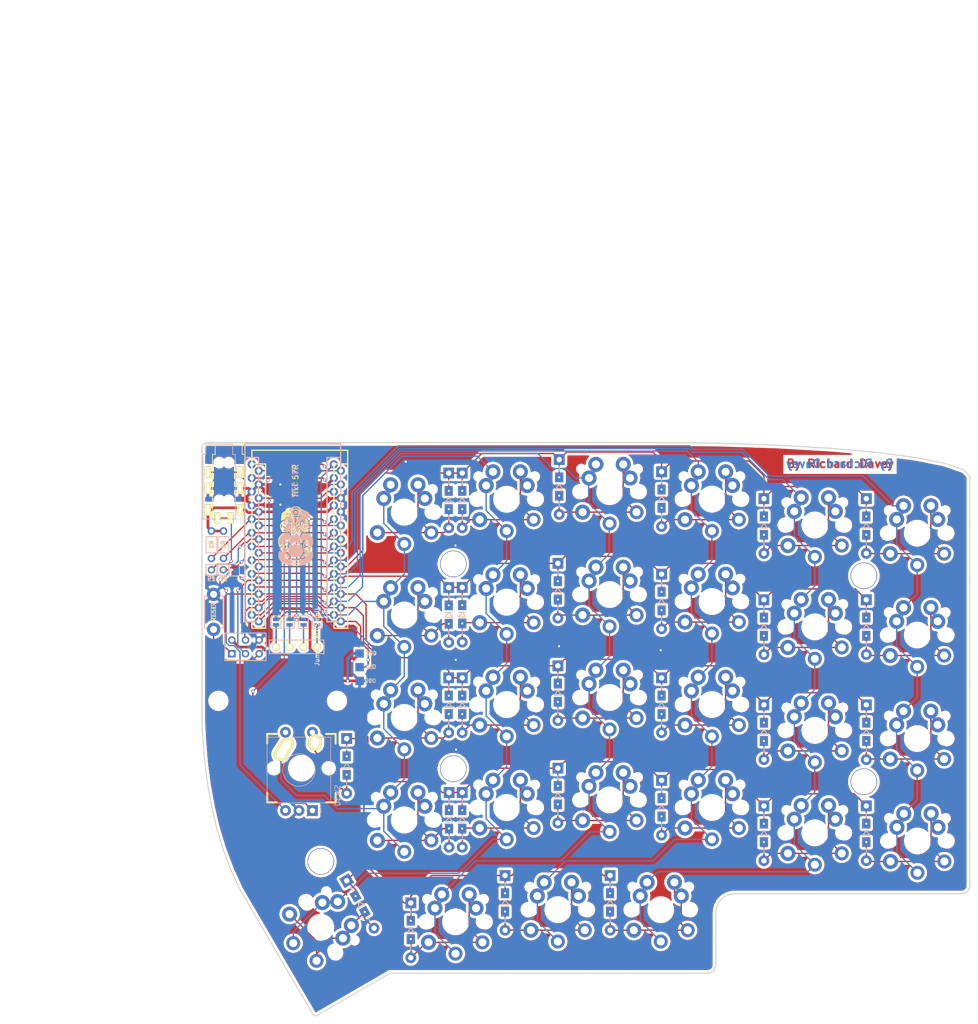
<source format=kicad_pcb>
(kicad_pcb (version 20171130) (host pcbnew 5.1.6-c6e7f7d~87~ubuntu20.04.1)
  (layers (0 F.Cu signal) (31 B.Cu signal) (34 B.Paste user hide) (35 F.Paste user hide) (36 B.SilkS user) (37 F.SilkS user) (38 B.Mask user hide) (39 F.Mask user hide) (44 Edge.Cuts user))
  (net 0 "")
  (net 1 "Net-(D1-Pad2)")
  (net 2 row4)
  (net 3 "Net-(D2-Pad2)")
  (net 4 "Net-(D3-Pad2)")
  (net 5 row0)
  (net 6 "Net-(D4-Pad2)")
  (net 7 row1)
  (net 8 "Net-(D5-Pad2)")
  (net 9 row2)
  (net 10 "Net-(D6-Pad2)")
  (net 11 row3)
  (net 12 "Net-(D7-Pad2)")
  (net 13 "Net-(D8-Pad2)")
  (net 14 "Net-(D9-Pad2)")
  (net 15 "Net-(D10-Pad2)")
  (net 16 "Net-(D11-Pad2)")
  (net 17 "Net-(D12-Pad2)")
  (net 18 "Net-(D13-Pad2)")
  (net 19 "Net-(D14-Pad2)")
  (net 20 "Net-(D15-Pad2)")
  (net 21 "Net-(D16-Pad2)")
  (net 22 "Net-(D17-Pad2)")
  (net 23 "Net-(D18-Pad2)")
  (net 24 "Net-(D19-Pad2)")
  (net 25 "Net-(D20-Pad2)")
  (net 26 "Net-(D21-Pad2)")
  (net 27 "Net-(D22-Pad2)")
  (net 28 "Net-(D23-Pad2)")
  (net 29 "Net-(D24-Pad2)")
  (net 30 "Net-(D26-Pad2)")
  (net 31 "Net-(D27-Pad2)")
  (net 32 "Net-(D28-Pad2)")
  (net 33 VCC)
  (net 34 GND)
  (net 35 col0)
  (net 36 col1)
  (net 37 col2)
  (net 38 col3)
  (net 39 col4)
  (net 40 SDA)
  (net 41 LED)
  (net 42 SCL)
  (net 43 RESET)
  (net 44 "Net-(D29-Pad2)")
  (net 45 "Net-(U1-Pad24)")
  (net 46 "Net-(U1-Pad7)")
  (net 47 DATA)
  (net 48 "Net-(J2-Pad4)")
  (net 49 "Net-(J2-Pad3)")
  (net 50 "Net-(JP1-Pad1)")
  (net 51 "Net-(JP2-Pad1)")
  (net 52 "Net-(JP3-Pad1)")
  (net 53 "Net-(JP4-Pad1)")
  (net 54 S1)
  (net 55 ENCA)
  (net 56 ENCB)
  (net 57 S2)
  (module Lily58-footprint:tiki (layer F.Cu) (at 100.33 55.753)
    (fp_text reference G*** hide)
    (fp_text value LOGO hide)
  )
  (module Rotary_Encoder:RotaryEncoder_Alps_EC11E-Switch_Vertical_H20mm (layer B.Cu) (at 103.4415 105.3465 90)
    (fp_text reference SW30 (at 2.8 4.7 90) (layer B.SilkS) (effects (justify mirror)))
    (fp_text value Rotary_Encoder_Switch)
    (pad A thru_hole rect (at 0 0 90) (size 2 2) (drill 1) (layers *.Cu *.Mask) (net 55 ENCA))
    (pad C thru_hole circle (at 0 -2.5 90) (size 2 2) (drill 1) (layers *.Cu *.Mask) (net 34 GND))
    (pad B thru_hole circle (at 0 -5 90) (size 2 2) (drill 1) (layers *.Cu *.Mask) (net 56 ENCB))
    (pad S2 thru_hole circle (at 14.5 0 90) (size 2 2) (drill 1) (layers *.Cu *.Mask) (net 57 S2))
    (pad S1 thru_hole circle (at 14.5 -5 90) (size 2 2) (drill 1) (layers *.Cu *.Mask) (net 54 S1))
  )
  (module Lily58-footprint:HOLE_M2 (layer F.Cu) (at 108 85)
    (fp_text reference TH2 hide)
    (fp_text value HOLE hide)
    (pad "" np_thru_hole circle (at 0 0) (size 2.2 2.2) (drill 2.2) (layers *.Cu *.Mask F.SilkS) (clearance 0.8))
  )
  (module Lily58-footprint:HOLE_M2 (layer F.Cu) (at 86 85)
    (fp_text reference TH1 hide)
    (fp_text value HOLE hide)
    (pad "" np_thru_hole circle (at 0 0) (size 2.2 2.2) (drill 2.2) (layers *.Cu *.Mask F.SilkS) (clearance 0.8))
  )
  (module "Keyboard switches:Mx_Alps_100" (layer F.Cu) (at 101.4 97.5)
    (fp_text reference SW25 hide)
    (fp_text value SW_PUSH hide)
    (pad 2 thru_hole oval (at 2.52 -4.79 356.1) (size 2.5 3.08) (drill oval 1.5 2.08) (layers *.Cu *.Mask F.SilkS) (net 57 S2))
    (pad 1 thru_hole oval (at -3.255 -3.52 327.5) (size 2.5 4.75) (drill oval 1.5 3.75) (layers *.Cu *.Mask F.SilkS) (net 54 S1))
    (pad "" np_thru_hole circle (at 5.08 0) (size 1.7018 1.7018) (drill 1.7018) (layers *.Cu *.Mask))
    (pad "" np_thru_hole circle (at -5.08 0) (size 1.7018 1.7018) (drill 1.7018) (layers *.Cu *.Mask))
    (pad "" np_thru_hole circle (at 0 0) (size 3.9878 3.9878) (drill 3.9878) (layers *.Cu *.Mask))
  )
  (module Lily58-footprint:MJ-4PP-9 (layer F.Cu) (at 87.9 39.3)
    (fp_text reference J2 hide)
    (fp_text value 4PIN hide)
    (pad "" np_thru_hole circle (at -1.75 8.5) (size 1.2 1.2) (drill 1.2) (layers *.Cu *.Mask F.SilkS))
    (pad "" np_thru_hole circle (at -1.75 1.5) (size 1.2 1.2) (drill 1.2) (layers *.Cu *.Mask F.SilkS))
    (pad 1 thru_hole rect (at -3.85 10.3) (size 1.2 2.1) (drill oval 0.5 1.6) (layers *.Cu *.Mask F.SilkS) (net 33 VCC) (clearance 0.15))
    (pad 4 thru_hole rect (at 0.35 11.8) (size 1.2 2.1) (drill oval 0.5 1.6) (layers *.Cu *.Mask F.SilkS) (net 48 "Net-(J2-Pad4)") (clearance 0.15))
    (pad 3 thru_hole rect (at -3.85 3.3) (size 1.2 2.1) (drill oval 0.5 1.6) (layers *.Cu *.Mask F.SilkS) (net 49 "Net-(J2-Pad3)") (clearance 0.15))
    (pad 2 thru_hole rect (at -3.85 6.3) (size 1.2 2.1) (drill oval 0.5 1.6) (layers *.Cu *.Mask F.SilkS) (net 34 GND) (clearance 0.15))
    (pad "" np_thru_hole circle (at 0 1.5) (size 1.2 1.2) (drill 1.2) (layers *.Cu *.Mask F.SilkS))
    (pad "" np_thru_hole circle (at 0 8.5) (size 1.2 1.2) (drill 1.2) (layers *.Cu *.Mask F.SilkS))
    (pad 3 thru_hole rect (at 2.1 3.3) (size 1.2 2.1) (drill oval 0.5 1.6) (layers *.Cu *.Mask F.SilkS) (net 49 "Net-(J2-Pad3)") (clearance 0.15))
    (pad 2 thru_hole rect (at 2.1 6.3) (size 1.2 2.1) (drill oval 0.5 1.6) (layers *.Cu *.Mask F.SilkS) (net 34 GND) (clearance 0.15))
    (pad 1 thru_hole rect (at 2.1 10.3) (size 1.2 2.1) (drill oval 0.5 1.6) (layers *.Cu *.Mask F.SilkS) (net 33 VCC) (clearance 0.15))
    (pad 4 thru_hole rect (at -2.1 11.8) (size 1.2 2.1) (drill oval 0.5 1.6) (layers *.Cu *.Mask F.SilkS) (net 48 "Net-(J2-Pad4)") (clearance 0.15))
  )
  (module Lily58-footprint:Diode_TH_SOD123 (layer F.Cu) (at 128.75 47.75 270)
    (fp_text reference D1 hide)
    (fp_text value D hide)
    (pad 2 thru_hole rect (at 1.7 0 270) (size 1.8 1.5) (drill 0.4) (layers *.Cu *.Mask) (net 1 "Net-(D1-Pad2)"))
    (pad 1 thru_hole rect (at -1.7 0 270) (size 1.8 1.5) (drill 0.4) (layers *.Cu *.Mask) (net 5 row0))
    (pad 2 thru_hole circle (at 5.16 -0.00254 90) (size 1.99898 1.99898) (drill 1) (layers *.Cu *.Mask) (net 1 "Net-(D1-Pad2)"))
    (pad 1 thru_hole rect (at -5 -0.00254 90) (size 1.99898 1.99898) (drill 1) (layers *.Cu *.Mask) (net 5 row0))
  )
  (module Lily58-footprint:Diode_TH_SOD123 (layer F.Cu) (at 112.3 122.7 300)
    (fp_text reference D26 hide)
    (fp_text value D hide)
    (pad 2 thru_hole rect (at 1.7 0 300) (size 1.8 1.5) (drill 0.4) (layers *.Cu *.Mask) (net 30 "Net-(D26-Pad2)"))
    (pad 1 thru_hole rect (at -1.7 0 300) (size 1.8 1.5) (drill 0.4) (layers *.Cu *.Mask) (net 2 row4))
    (pad 2 thru_hole circle (at 5.16 -0.00254 120) (size 1.99898 1.99898) (drill 1) (layers *.Cu *.Mask) (net 30 "Net-(D26-Pad2)"))
    (pad 1 thru_hole rect (at -5 -0.00254 120) (size 1.99898 1.99898) (drill 1) (layers *.Cu *.Mask) (net 2 row4))
  )
  (module Lily58-footprint:Diode_TH_SOD123 (layer F.Cu) (at 131.25 107 270)
    (fp_text reference D20 hide)
    (fp_text value D hide)
    (pad 2 thru_hole rect (at 1.7 0 270) (size 1.8 1.5) (drill 0.4) (layers *.Cu *.Mask) (net 25 "Net-(D20-Pad2)"))
    (pad 1 thru_hole rect (at -1.7 0 270) (size 1.8 1.5) (drill 0.4) (layers *.Cu *.Mask) (net 11 row3))
    (pad 2 thru_hole circle (at 5.16 -0.00254 90) (size 1.99898 1.99898) (drill 1) (layers *.Cu *.Mask) (net 25 "Net-(D20-Pad2)"))
    (pad 1 thru_hole rect (at -5 -0.00254 90) (size 1.99898 1.99898) (drill 1) (layers *.Cu *.Mask) (net 11 row3))
  )
  (module Lily58-footprint:Diode_TH_SOD123 (layer F.Cu) (at 128.75 69 270)
    (fp_text reference D7 hide)
    (fp_text value D hide)
    (pad 2 thru_hole rect (at 1.7 0 270) (size 1.8 1.5) (drill 0.4) (layers *.Cu *.Mask) (net 12 "Net-(D7-Pad2)"))
    (pad 1 thru_hole rect (at -1.7 0 270) (size 1.8 1.5) (drill 0.4) (layers *.Cu *.Mask) (net 7 row1))
    (pad 2 thru_hole circle (at 5.16 -0.00254 90) (size 1.99898 1.99898) (drill 1) (layers *.Cu *.Mask) (net 12 "Net-(D7-Pad2)"))
    (pad 1 thru_hole rect (at -5 -0.00254 90) (size 1.99898 1.99898) (drill 1) (layers *.Cu *.Mask) (net 7 row1))
  )
  (module Lily58-footprint:Diode_TH_SOD123 (layer F.Cu) (at 131.25 47.75 270)
    (fp_text reference D2 hide)
    (fp_text value D hide)
    (pad 2 thru_hole rect (at 1.7 0 270) (size 1.8 1.5) (drill 0.4) (layers *.Cu *.Mask) (net 3 "Net-(D2-Pad2)"))
    (pad 1 thru_hole rect (at -1.7 0 270) (size 1.8 1.5) (drill 0.4) (layers *.Cu *.Mask) (net 5 row0))
    (pad 2 thru_hole circle (at 5.16 -0.00254 90) (size 1.99898 1.99898) (drill 1) (layers *.Cu *.Mask) (net 3 "Net-(D2-Pad2)"))
    (pad 1 thru_hole rect (at -5 -0.00254 90) (size 1.99898 1.99898) (drill 1) (layers *.Cu *.Mask) (net 5 row0))
  )
  (module Lily58-footprint:Diode_TH_SOD123 (layer F.Cu) (at 149.25 45.25 270)
    (fp_text reference D3 hide)
    (fp_text value D hide)
    (pad 2 thru_hole rect (at 1.7 0 270) (size 1.8 1.5) (drill 0.4) (layers *.Cu *.Mask) (net 4 "Net-(D3-Pad2)"))
    (pad 1 thru_hole rect (at -1.7 0 270) (size 1.8 1.5) (drill 0.4) (layers *.Cu *.Mask) (net 5 row0))
    (pad 2 thru_hole circle (at 5.16 -0.00254 90) (size 1.99898 1.99898) (drill 1) (layers *.Cu *.Mask) (net 4 "Net-(D3-Pad2)"))
    (pad 1 thru_hole rect (at -5 -0.00254 90) (size 1.99898 1.99898) (drill 1) (layers *.Cu *.Mask) (net 5 row0))
  )
  (module Lily58-footprint:Diode_TH_SOD123 (layer F.Cu) (at 168.25 47.5 270)
    (fp_text reference D4 hide)
    (fp_text value D hide)
    (pad 2 thru_hole rect (at 1.7 0 270) (size 1.8 1.5) (drill 0.4) (layers *.Cu *.Mask) (net 6 "Net-(D4-Pad2)"))
    (pad 1 thru_hole rect (at -1.7 0 270) (size 1.8 1.5) (drill 0.4) (layers *.Cu *.Mask) (net 5 row0))
    (pad 2 thru_hole circle (at 5.16 -0.00254 90) (size 1.99898 1.99898) (drill 1) (layers *.Cu *.Mask) (net 6 "Net-(D4-Pad2)"))
    (pad 1 thru_hole rect (at -5 -0.00254 90) (size 1.99898 1.99898) (drill 1) (layers *.Cu *.Mask) (net 5 row0))
  )
  (module Lily58-footprint:Diode_TH_SOD123 (layer F.Cu) (at 187.25 52.5 270)
    (fp_text reference D5 hide)
    (fp_text value D hide)
    (pad 2 thru_hole rect (at 1.7 0 270) (size 1.8 1.5) (drill 0.4) (layers *.Cu *.Mask) (net 8 "Net-(D5-Pad2)"))
    (pad 1 thru_hole rect (at -1.7 0 270) (size 1.8 1.5) (drill 0.4) (layers *.Cu *.Mask) (net 5 row0))
    (pad 2 thru_hole circle (at 5.16 -0.00254 90) (size 1.99898 1.99898) (drill 1) (layers *.Cu *.Mask) (net 8 "Net-(D5-Pad2)"))
    (pad 1 thru_hole rect (at -5 -0.00254 90) (size 1.99898 1.99898) (drill 1) (layers *.Cu *.Mask) (net 5 row0))
  )
  (module Lily58-footprint:Diode_TH_SOD123 (layer F.Cu) (at 206.25 52.5 270)
    (fp_text reference D6 hide)
    (fp_text value D hide)
    (pad 2 thru_hole rect (at 1.7 0 270) (size 1.8 1.5) (drill 0.4) (layers *.Cu *.Mask) (net 10 "Net-(D6-Pad2)"))
    (pad 1 thru_hole rect (at -1.7 0 270) (size 1.8 1.5) (drill 0.4) (layers *.Cu *.Mask) (net 5 row0))
    (pad 2 thru_hole circle (at 5.16 -0.00254 90) (size 1.99898 1.99898) (drill 1) (layers *.Cu *.Mask) (net 10 "Net-(D6-Pad2)"))
    (pad 1 thru_hole rect (at -5 -0.00254 90) (size 1.99898 1.99898) (drill 1) (layers *.Cu *.Mask) (net 5 row0))
  )
  (module Lily58-footprint:Diode_TH_SOD123 (layer F.Cu) (at 131.25254 68.95254 270)
    (fp_text reference D8 hide)
    (fp_text value D hide)
    (pad 2 thru_hole rect (at 1.7 0 270) (size 1.8 1.5) (drill 0.4) (layers *.Cu *.Mask) (net 13 "Net-(D8-Pad2)"))
    (pad 1 thru_hole rect (at -1.7 0 270) (size 1.8 1.5) (drill 0.4) (layers *.Cu *.Mask) (net 7 row1))
    (pad 2 thru_hole circle (at 5.16 -0.00254 90) (size 1.99898 1.99898) (drill 1) (layers *.Cu *.Mask) (net 13 "Net-(D8-Pad2)"))
    (pad 1 thru_hole rect (at -5 -0.00254 90) (size 1.99898 1.99898) (drill 1) (layers *.Cu *.Mask) (net 7 row1))
  )
  (module Lily58-footprint:Diode_TH_SOD123 (layer F.Cu) (at 149 64.5 270)
    (fp_text reference D9 hide)
    (fp_text value D hide)
    (pad 2 thru_hole rect (at 1.7 0 270) (size 1.8 1.5) (drill 0.4) (layers *.Cu *.Mask) (net 14 "Net-(D9-Pad2)"))
    (pad 1 thru_hole rect (at -1.7 0 270) (size 1.8 1.5) (drill 0.4) (layers *.Cu *.Mask) (net 7 row1))
    (pad 2 thru_hole circle (at 5.16 -0.00254 90) (size 1.99898 1.99898) (drill 1) (layers *.Cu *.Mask) (net 14 "Net-(D9-Pad2)"))
    (pad 1 thru_hole rect (at -5 -0.00254 90) (size 1.99898 1.99898) (drill 1) (layers *.Cu *.Mask) (net 7 row1))
  )
  (module Lily58-footprint:Diode_TH_SOD123 (layer F.Cu) (at 168.25 66.5 270)
    (fp_text reference D10 hide)
    (fp_text value D hide)
    (pad 2 thru_hole rect (at 1.7 0 270) (size 1.8 1.5) (drill 0.4) (layers *.Cu *.Mask) (net 15 "Net-(D10-Pad2)"))
    (pad 1 thru_hole rect (at -1.7 0 270) (size 1.8 1.5) (drill 0.4) (layers *.Cu *.Mask) (net 7 row1))
    (pad 2 thru_hole circle (at 5.16 -0.00254 90) (size 1.99898 1.99898) (drill 1) (layers *.Cu *.Mask) (net 15 "Net-(D10-Pad2)"))
    (pad 1 thru_hole rect (at -5 -0.00254 90) (size 1.99898 1.99898) (drill 1) (layers *.Cu *.Mask) (net 7 row1))
  )
  (module Lily58-footprint:Diode_TH_SOD123 (layer F.Cu) (at 187.25 71.25 270)
    (fp_text reference D11 hide)
    (fp_text value D hide)
    (pad 2 thru_hole rect (at 1.7 0 270) (size 1.8 1.5) (drill 0.4) (layers *.Cu *.Mask) (net 16 "Net-(D11-Pad2)"))
    (pad 1 thru_hole rect (at -1.7 0 270) (size 1.8 1.5) (drill 0.4) (layers *.Cu *.Mask) (net 7 row1))
    (pad 2 thru_hole circle (at 5.16 -0.00254 90) (size 1.99898 1.99898) (drill 1) (layers *.Cu *.Mask) (net 16 "Net-(D11-Pad2)"))
    (pad 1 thru_hole rect (at -5 -0.00254 90) (size 1.99898 1.99898) (drill 1) (layers *.Cu *.Mask) (net 7 row1))
  )
  (module Lily58-footprint:Diode_TH_SOD123 (layer F.Cu) (at 206.25 71.25 270)
    (fp_text reference D12 hide)
    (fp_text value D hide)
    (pad 2 thru_hole rect (at 1.7 0 270) (size 1.8 1.5) (drill 0.4) (layers *.Cu *.Mask) (net 17 "Net-(D12-Pad2)"))
    (pad 1 thru_hole rect (at -1.7 0 270) (size 1.8 1.5) (drill 0.4) (layers *.Cu *.Mask) (net 7 row1))
    (pad 2 thru_hole circle (at 5.16 -0.00254 90) (size 1.99898 1.99898) (drill 1) (layers *.Cu *.Mask) (net 17 "Net-(D12-Pad2)"))
    (pad 1 thru_hole rect (at -5 -0.00254 90) (size 1.99898 1.99898) (drill 1) (layers *.Cu *.Mask) (net 7 row1))
  )
  (module Lily58-footprint:Diode_TH_SOD123 (layer F.Cu) (at 128.75 85.75 270)
    (fp_text reference D13 hide)
    (fp_text value D hide)
    (pad 2 thru_hole rect (at 1.7 0 270) (size 1.8 1.5) (drill 0.4) (layers *.Cu *.Mask) (net 18 "Net-(D13-Pad2)"))
    (pad 1 thru_hole rect (at -1.7 0 270) (size 1.8 1.5) (drill 0.4) (layers *.Cu *.Mask) (net 9 row2))
    (pad 2 thru_hole circle (at 5.16 -0.00254 90) (size 1.99898 1.99898) (drill 1) (layers *.Cu *.Mask) (net 18 "Net-(D13-Pad2)"))
    (pad 1 thru_hole rect (at -5 -0.00254 90) (size 1.99898 1.99898) (drill 1) (layers *.Cu *.Mask) (net 9 row2))
  )
  (module Lily58-footprint:Diode_TH_SOD123 (layer F.Cu) (at 131.25 85.75 270)
    (fp_text reference D14 hide)
    (fp_text value D hide)
    (pad 2 thru_hole rect (at 1.7 0 270) (size 1.8 1.5) (drill 0.4) (layers *.Cu *.Mask) (net 19 "Net-(D14-Pad2)"))
    (pad 1 thru_hole rect (at -1.7 0 270) (size 1.8 1.5) (drill 0.4) (layers *.Cu *.Mask) (net 9 row2))
    (pad 2 thru_hole circle (at 5.16 -0.00254 90) (size 1.99898 1.99898) (drill 1) (layers *.Cu *.Mask) (net 19 "Net-(D14-Pad2)"))
    (pad 1 thru_hole rect (at -5 -0.00254 90) (size 1.99898 1.99898) (drill 1) (layers *.Cu *.Mask) (net 9 row2))
  )
  (module Lily58-footprint:Diode_TH_SOD123 (layer F.Cu) (at 149 83.5 270)
    (fp_text reference D15 hide)
    (fp_text value D hide)
    (pad 2 thru_hole rect (at 1.7 0 270) (size 1.8 1.5) (drill 0.4) (layers *.Cu *.Mask) (net 20 "Net-(D15-Pad2)"))
    (pad 1 thru_hole rect (at -1.7 0 270) (size 1.8 1.5) (drill 0.4) (layers *.Cu *.Mask) (net 9 row2))
    (pad 2 thru_hole circle (at 5.16 -0.00254 90) (size 1.99898 1.99898) (drill 1) (layers *.Cu *.Mask) (net 20 "Net-(D15-Pad2)"))
    (pad 1 thru_hole rect (at -5 -0.00254 90) (size 1.99898 1.99898) (drill 1) (layers *.Cu *.Mask) (net 9 row2))
  )
  (module Lily58-footprint:Diode_TH_SOD123 (layer F.Cu) (at 168.25 85.75 270)
    (fp_text reference D16 hide)
    (fp_text value D hide)
    (pad 2 thru_hole rect (at 1.7 0 270) (size 1.8 1.5) (drill 0.4) (layers *.Cu *.Mask) (net 21 "Net-(D16-Pad2)"))
    (pad 1 thru_hole rect (at -1.7 0 270) (size 1.8 1.5) (drill 0.4) (layers *.Cu *.Mask) (net 9 row2))
    (pad 2 thru_hole circle (at 5.16 -0.00254 90) (size 1.99898 1.99898) (drill 1) (layers *.Cu *.Mask) (net 21 "Net-(D16-Pad2)"))
    (pad 1 thru_hole rect (at -5 -0.00254 90) (size 1.99898 1.99898) (drill 1) (layers *.Cu *.Mask) (net 9 row2))
  )
  (module Lily58-footprint:Diode_TH_SOD123 (layer F.Cu) (at 187.25 90.75 270)
    (fp_text reference D17 hide)
    (fp_text value D hide)
    (pad 2 thru_hole rect (at 1.7 0 270) (size 1.8 1.5) (drill 0.4) (layers *.Cu *.Mask) (net 22 "Net-(D17-Pad2)"))
    (pad 1 thru_hole rect (at -1.7 0 270) (size 1.8 1.5) (drill 0.4) (layers *.Cu *.Mask) (net 9 row2))
    (pad 2 thru_hole circle (at 5.16 -0.00254 90) (size 1.99898 1.99898) (drill 1) (layers *.Cu *.Mask) (net 22 "Net-(D17-Pad2)"))
    (pad 1 thru_hole rect (at -5 -0.00254 90) (size 1.99898 1.99898) (drill 1) (layers *.Cu *.Mask) (net 9 row2))
  )
  (module Lily58-footprint:Diode_TH_SOD123 (layer F.Cu) (at 206.25 90.75 270)
    (fp_text reference D18 hide)
    (fp_text value D hide)
    (pad 2 thru_hole rect (at 1.7 0 270) (size 1.8 1.5) (drill 0.4) (layers *.Cu *.Mask) (net 23 "Net-(D18-Pad2)"))
    (pad 1 thru_hole rect (at -1.7 0 270) (size 1.8 1.5) (drill 0.4) (layers *.Cu *.Mask) (net 9 row2))
    (pad 2 thru_hole circle (at 5.16 -0.00254 90) (size 1.99898 1.99898) (drill 1) (layers *.Cu *.Mask) (net 23 "Net-(D18-Pad2)"))
    (pad 1 thru_hole rect (at -5 -0.00254 90) (size 1.99898 1.99898) (drill 1) (layers *.Cu *.Mask) (net 9 row2))
  )
  (module Lily58-footprint:Diode_TH_SOD123 (layer F.Cu) (at 128.8 107 270)
    (fp_text reference D19 hide)
    (fp_text value D hide)
    (pad 2 thru_hole rect (at 1.7 0 270) (size 1.8 1.5) (drill 0.4) (layers *.Cu *.Mask) (net 24 "Net-(D19-Pad2)"))
    (pad 1 thru_hole rect (at -1.7 0 270) (size 1.8 1.5) (drill 0.4) (layers *.Cu *.Mask) (net 11 row3))
    (pad 2 thru_hole circle (at 5.16 -0.00254 90) (size 1.99898 1.99898) (drill 1) (layers *.Cu *.Mask) (net 24 "Net-(D19-Pad2)"))
    (pad 1 thru_hole rect (at -5 -0.00254 90) (size 1.99898 1.99898) (drill 1) (layers *.Cu *.Mask) (net 11 row3))
  )
  (module Lily58-footprint:Diode_TH_SOD123 (layer F.Cu) (at 149 102.5 270)
    (fp_text reference D21 hide)
    (fp_text value D hide)
    (pad 2 thru_hole rect (at 1.7 0 270) (size 1.8 1.5) (drill 0.4) (layers *.Cu *.Mask) (net 26 "Net-(D21-Pad2)"))
    (pad 1 thru_hole rect (at -1.7 0 270) (size 1.8 1.5) (drill 0.4) (layers *.Cu *.Mask) (net 11 row3))
    (pad 2 thru_hole circle (at 5.16 -0.00254 90) (size 1.99898 1.99898) (drill 1) (layers *.Cu *.Mask) (net 26 "Net-(D21-Pad2)"))
    (pad 1 thru_hole rect (at -5 -0.00254 90) (size 1.99898 1.99898) (drill 1) (layers *.Cu *.Mask) (net 11 row3))
  )
  (module Lily58-footprint:Diode_TH_SOD123 (layer F.Cu) (at 168.25 104.75 270)
    (fp_text reference D22 hide)
    (fp_text value D hide)
    (pad 2 thru_hole rect (at 1.7 0 270) (size 1.8 1.5) (drill 0.4) (layers *.Cu *.Mask) (net 27 "Net-(D22-Pad2)"))
    (pad 1 thru_hole rect (at -1.7 0 270) (size 1.8 1.5) (drill 0.4) (layers *.Cu *.Mask) (net 11 row3))
    (pad 2 thru_hole circle (at 5.16 -0.00254 90) (size 1.99898 1.99898) (drill 1) (layers *.Cu *.Mask) (net 27 "Net-(D22-Pad2)"))
    (pad 1 thru_hole rect (at -5 -0.00254 90) (size 1.99898 1.99898) (drill 1) (layers *.Cu *.Mask) (net 11 row3))
  )
  (module Lily58-footprint:Diode_TH_SOD123 (layer F.Cu) (at 187.25 109.5 270)
    (fp_text reference D23 hide)
    (fp_text value D hide)
    (pad 2 thru_hole rect (at 1.7 0 270) (size 1.8 1.5) (drill 0.4) (layers *.Cu *.Mask) (net 28 "Net-(D23-Pad2)"))
    (pad 1 thru_hole rect (at -1.7 0 270) (size 1.8 1.5) (drill 0.4) (layers *.Cu *.Mask) (net 11 row3))
    (pad 2 thru_hole circle (at 5.16 -0.00254 90) (size 1.99898 1.99898) (drill 1) (layers *.Cu *.Mask) (net 28 "Net-(D23-Pad2)"))
    (pad 1 thru_hole rect (at -5 -0.00254 90) (size 1.99898 1.99898) (drill 1) (layers *.Cu *.Mask) (net 11 row3))
  )
  (module Lily58-footprint:Diode_TH_SOD123 (layer F.Cu) (at 206.25 109.5 270)
    (fp_text reference D24 hide)
    (fp_text value D hide)
    (pad 2 thru_hole rect (at 1.7 0 270) (size 1.8 1.5) (drill 0.4) (layers *.Cu *.Mask) (net 29 "Net-(D24-Pad2)"))
    (pad 1 thru_hole rect (at -1.7 0 270) (size 1.8 1.5) (drill 0.4) (layers *.Cu *.Mask) (net 11 row3))
    (pad 2 thru_hole circle (at 5.16 -0.00254 90) (size 1.99898 1.99898) (drill 1) (layers *.Cu *.Mask) (net 29 "Net-(D24-Pad2)"))
    (pad 1 thru_hole rect (at -5 -0.00254 90) (size 1.99898 1.99898) (drill 1) (layers *.Cu *.Mask) (net 11 row3))
  )
  (module Lily58-footprint:Diode_TH_SOD123 (layer F.Cu) (at 109.8 97 270)
    (fp_text reference D25 hide)
    (fp_text value D hide)
    (pad 2 thru_hole rect (at 1.7 0 270) (size 1.8 1.5) (drill 0.4) (layers *.Cu *.Mask) (net 57 S2))
    (pad 1 thru_hole rect (at -1.7 0 270) (size 1.8 1.5) (drill 0.4) (layers *.Cu *.Mask) (net 2 row4))
    (pad 2 thru_hole circle (at 5.16 -0.00254 90) (size 1.99898 1.99898) (drill 1) (layers *.Cu *.Mask) (net 57 S2))
    (pad 1 thru_hole rect (at -5 -0.00254 90) (size 1.99898 1.99898) (drill 1) (layers *.Cu *.Mask) (net 2 row4))
  )
  (module Lily58-footprint:Diode_TH_SOD123 (layer F.Cu) (at 121.7 127.5 270)
    (fp_text reference D27 hide)
    (fp_text value D hide)
    (pad 2 thru_hole rect (at 1.7 0 270) (size 1.8 1.5) (drill 0.4) (layers *.Cu *.Mask) (net 31 "Net-(D27-Pad2)"))
    (pad 1 thru_hole rect (at -1.7 0 270) (size 1.8 1.5) (drill 0.4) (layers *.Cu *.Mask) (net 2 row4))
    (pad 2 thru_hole circle (at 5.16 -0.00254 90) (size 1.99898 1.99898) (drill 1) (layers *.Cu *.Mask) (net 31 "Net-(D27-Pad2)"))
    (pad 1 thru_hole rect (at -5 -0.00254 90) (size 1.99898 1.99898) (drill 1) (layers *.Cu *.Mask) (net 2 row4))
  )
  (module Lily58-footprint:Diode_TH_SOD123 (layer F.Cu) (at 139.2 122.4 270)
    (fp_text reference D28 hide)
    (fp_text value D hide)
    (pad 2 thru_hole rect (at 1.7 0 270) (size 1.8 1.5) (drill 0.4) (layers *.Cu *.Mask) (net 32 "Net-(D28-Pad2)"))
    (pad 1 thru_hole rect (at -1.7 0 270) (size 1.8 1.5) (drill 0.4) (layers *.Cu *.Mask) (net 2 row4))
    (pad 2 thru_hole circle (at 5.16 -0.00254 90) (size 1.99898 1.99898) (drill 1) (layers *.Cu *.Mask) (net 32 "Net-(D28-Pad2)"))
    (pad 1 thru_hole rect (at -5 -0.00254 90) (size 1.99898 1.99898) (drill 1) (layers *.Cu *.Mask) (net 2 row4))
  )
  (module Lily58-footprint:Diode_TH_SOD123 (layer F.Cu) (at 158.7 122.4 270)
    (fp_text reference D29 hide)
    (fp_text value D hide)
    (pad 2 thru_hole rect (at 1.7 0 270) (size 1.8 1.5) (drill 0.4) (layers *.Cu *.Mask) (net 44 "Net-(D29-Pad2)"))
    (pad 1 thru_hole rect (at -1.7 0 270) (size 1.8 1.5) (drill 0.4) (layers *.Cu *.Mask) (net 2 row4))
    (pad 2 thru_hole circle (at 5.16 -0.00254 90) (size 1.99898 1.99898) (drill 1) (layers *.Cu *.Mask) (net 44 "Net-(D29-Pad2)"))
    (pad 1 thru_hole rect (at -5 -0.00254 90) (size 1.99898 1.99898) (drill 1) (layers *.Cu *.Mask) (net 2 row4))
  )
  (module Lily58-footprint:HOLE_M2_TH (layer F.Cu) (at 129.6 59.6)
    (fp_text reference TH3 hide)
    (fp_text value HOLE hide)
    (pad "" thru_hole circle (at 0 0 90) (size 4.9 4.9) (drill 4.7) (layers *.Cu *.Mask) (clearance 0.3))
  )
  (module Lily58-footprint:HOLE_M2_TH (layer F.Cu) (at 205.8 61.8)
    (fp_text reference TH4 hide)
    (fp_text value HOLE hide)
    (pad "" thru_hole circle (at 0 0 90) (size 4.9 4.9) (drill 4.7) (layers *.Cu *.Mask) (clearance 0.3))
  )
  (module Lily58-footprint:HOLE_M2_TH (layer F.Cu) (at 129.6 97.6)
    (fp_text reference TH5 hide)
    (fp_text value HOLE hide)
    (pad "" thru_hole circle (at 0 0 90) (size 4.9 4.9) (drill 4.7) (layers *.Cu *.Mask) (clearance 0.3))
  )
  (module Lily58-footprint:HOLE_M2_TH (layer F.Cu) (at 205.8 100)
    (fp_text reference TH6 hide)
    (fp_text value HOLE hide)
    (pad "" thru_hole circle (at 0 0 90) (size 4.9 4.9) (drill 4.7) (layers *.Cu *.Mask) (clearance 0.3))
  )
  (module Lily58-footprint:HOLE_M2_TH (layer F.Cu) (at 105 114.8 90)
    (fp_text reference TH7 hide)
    (fp_text value HOLE hide)
    (pad "" thru_hole circle (at 0 0 180) (size 4.9 4.9) (drill 4.7) (layers *.Cu *.Mask) (clearance 0.3))
  )
  (module Lily58-footprint:ICSP (layer F.Cu) (at 91.023973 74.993759 90)
    (fp_text reference P3 hide)
    (fp_text value ICSP hide)
    (pad 1 thru_hole rect (at -1.27 -2.54 90) (size 1.397 1.397) (drill 0.8128) (layers *.Cu *.Mask) (net 38 col3))
    (pad 2 thru_hole circle (at 1.27 -2.54 90) (size 1.397 1.397) (drill 0.8128) (layers *.Cu *.Mask) (net 33 VCC))
    (pad 3 thru_hole circle (at -1.27 0 90) (size 1.397 1.397) (drill 0.8128) (layers *.Cu *.Mask) (net 37 col2))
    (pad 4 thru_hole circle (at 1.27 0 90) (size 1.397 1.397) (drill 0.8128) (layers *.Cu *.Mask) (net 39 col4))
    (pad 5 thru_hole circle (at -1.27 2.54 90) (size 1.397 1.397) (drill 0.8128) (layers *.Cu *.Mask) (net 43 RESET))
    (pad 6 thru_hole circle (at 1.27 2.54 90) (size 1.397 1.397) (drill 0.8128) (layers *.Cu *.Mask) (net 34 GND))
  )
  (module Lily58-footprint:TACT_SWITCH_TVBP06 (layer F.Cu) (at 85.1 68.5 270)
    (fp_text reference RSW1 hide)
    (fp_text value SW_RST hide)
    (fp_text user RESET (at 0 0 90) (layer B.SilkS) (effects (font (size 0.8 0.8)) (justify mirror)))
    (fp_text user RESET (at 0 0 270) (layer F.SilkS) (effects (font (size 0.8 0.8))))
    (pad 2 thru_hole circle (at 3.25 0 270) (size 2.5 2.5) (drill 1.3) (layers *.Cu *.Mask) (net 43 RESET))
    (pad 1 thru_hole circle (at -3.25 0 270) (size 2.5 2.5) (drill 1.3) (layers *.Cu *.Mask) (net 34 GND))
  )
  (module Lily58-footprint:RESISTOR_mini (layer F.Cu) (at 84.688035 56.039272 270)
    (fp_text reference R1 (at -0.039272 -0.011965 270) (layer F.SilkS) (effects (font (size 0.8128 0.8128))))
    (fp_text value R hide)
    (fp_text user R1 (at 0 -0.011965 270) (layer B.SilkS) (effects (font (size 0.8 0.8)) (justify mirror)))
    (pad 1 thru_hole circle (at -2.54 0 270) (size 1.397 1.397) (drill 0.8128) (layers *.Cu *.Mask) (net 33 VCC))
    (pad 2 thru_hole circle (at 2.54 0 270) (size 1.397 1.397) (drill 0.8128) (layers *.Cu *.Mask) (net 40 SDA))
  )
  (module Lily58-footprint:RESISTOR_mini (layer F.Cu) (at 86.938035 56.039272 270)
    (fp_text reference R2 (at -0.039272 0.038035 270) (layer F.SilkS) (effects (font (size 0.8128 0.8128))))
    (fp_text value R hide)
    (fp_text user R1 (at 0 -0.011965 270) (layer B.SilkS) (effects (font (size 0.8 0.8)) (justify mirror)))
    (pad 1 thru_hole circle (at -2.54 0 270) (size 1.397 1.397) (drill 0.8128) (layers *.Cu *.Mask) (net 33 VCC))
    (pad 2 thru_hole circle (at 2.54 0 270) (size 1.397 1.397) (drill 0.8128) (layers *.Cu *.Mask) (net 42 SCL))
  )
  (module Lily58-footprint:1pin_conn (layer F.Cu) (at 86.9 60.7 180)
    (fp_text reference P2 (at 0 -1.671944 180) (layer F.SilkS) (effects (font (size 0.8128 0.8128))))
    (fp_text value i2c_pin hide)
    (fp_text user P2 (at 0 -1.7 180) (layer B.SilkS) (effects (font (size 0.8 0.8)) (justify mirror)))
    (pad 1 thru_hole circle (at 0 0 180) (size 1.397 1.397) (drill 0.8128) (layers *.Cu *.Mask) (net 49 "Net-(J2-Pad3)"))
  )
  (module Lily58-footprint:1pin_conn (layer F.Cu) (at 84.7 60.7 180)
    (fp_text reference P1 (at 0 -1.671944 180) (layer F.SilkS) (effects (font (size 0.8128 0.8128))))
    (fp_text value i2c_pin hide)
    (fp_text user P2 (at 0 -1.7 180) (layer B.SilkS) (effects (font (size 0.8 0.8)) (justify mirror)))
    (pad 1 thru_hole circle (at 0 0 180) (size 1.397 1.397) (drill 0.8128) (layers *.Cu *.Mask) (net 48 "Net-(J2-Pad4)"))
  )
  (module Lily58-footprint:ProMicro_rev2 (layer F.Cu) (at 101 55.9)
    (fp_text reference U1 hide)
    (fp_text value ProMicro hide)
    (pad 22 thru_hole circle (at -7.521185 -8.494255 180) (size 1.524 1.524) (drill 0.8128) (layers *.Cu *.Mask) (net 43 RESET))
    (pad 10 thru_hole circle (at 7.718815 9.285745 180) (size 1.524 1.524) (drill 0.8128) (layers *.Cu *.Mask) (net 9 row2))
    (pad 18 thru_hole circle (at -7.521185 1.665745 180) (size 1.524 1.524) (drill 0.8128) (layers *.Cu *.Mask) (net 35 col0))
    (pad 6 thru_hole circle (at 7.718815 -0.874255 180) (size 1.524 1.524) (drill 0.8128) (layers *.Cu *.Mask) (net 42 SCL))
    (pad 4 thru_hole circle (at 7.718815 -5.954255 180) (size 1.524 1.524) (drill 0.8128) (layers *.Cu *.Mask) (net 34 GND))
    (pad 14 thru_hole circle (at -7.521185 11.825745 180) (size 1.524 1.524) (drill 0.8128) (layers *.Cu *.Mask) (net 39 col4))
    (pad 3 thru_hole circle (at 7.718815 -8.494255 180) (size 1.524 1.524) (drill 0.8128) (layers *.Cu *.Mask) (net 34 GND))
    (pad 1 thru_hole circle (at 7.718815 -13.574255 180) (size 1.524 1.524) (drill 0.8128) (layers *.Cu *.Mask) (net 41 LED))
    (pad 16 thru_hole circle (at -7.521185 6.745745 180) (size 1.524 1.524) (drill 0.8128) (layers *.Cu *.Mask) (net 37 col2))
    (pad 12 thru_hole circle (at 7.718815 14.365745 180) (size 1.524 1.524) (drill 0.8128) (layers *.Cu *.Mask) (net 2 row4))
    (pad 19 thru_hole circle (at -7.521185 -0.874255 180) (size 1.524 1.524) (drill 0.8128) (layers *.Cu *.Mask) (net 56 ENCB))
    (pad 23 thru_hole circle (at -7.521185 -11.034255 180) (size 1.524 1.524) (drill 0.8128) (layers *.Cu *.Mask) (net 34 GND))
    (pad 21 thru_hole circle (at -7.521185 -5.954255 180) (size 1.524 1.524) (drill 0.8128) (layers *.Cu *.Mask) (net 33 VCC))
    (pad 20 thru_hole circle (at -7.521185 -3.414255 180) (size 1.524 1.524) (drill 0.8128) (layers *.Cu *.Mask) (net 55 ENCA))
    (pad 15 thru_hole circle (at -7.521185 9.285745 180) (size 1.524 1.524) (drill 0.8128) (layers *.Cu *.Mask) (net 38 col3))
    (pad 17 thru_hole circle (at -7.521185 4.205745 180) (size 1.524 1.524) (drill 0.8128) (layers *.Cu *.Mask) (net 36 col1))
    (pad 9 thru_hole circle (at 7.718815 6.745745 180) (size 1.524 1.524) (drill 0.8128) (layers *.Cu *.Mask) (net 7 row1))
    (pad 8 thru_hole circle (at 7.718815 4.205745 180) (size 1.524 1.524) (drill 0.8128) (layers *.Cu *.Mask) (net 5 row0))
    (pad 13 thru_hole circle (at -7.521185 14.365745 180) (size 1.524 1.524) (drill 0.8128) (layers *.Cu *.Mask) (net 54 S1))
    (pad 11 thru_hole circle (at 7.718815 11.825745 180) (size 1.524 1.524) (drill 0.8128) (layers *.Cu *.Mask) (net 11 row3))
    (pad 2 thru_hole circle (at 7.718815 -11.034255 180) (size 1.524 1.524) (drill 0.8128) (layers *.Cu *.Mask) (net 47 DATA))
    (pad 24 thru_hole circle (at -7.521185 -13.574255 180) (size 1.524 1.524) (drill 0.8128) (layers *.Cu *.Mask) (net 45 "Net-(U1-Pad24)"))
    (pad 7 thru_hole circle (at 7.718815 1.665745 180) (size 1.524 1.524) (drill 0.8128) (layers *.Cu *.Mask) (net 46 "Net-(U1-Pad7)"))
    (pad 5 thru_hole circle (at 7.718815 -3.414255 180) (size 1.524 1.524) (drill 0.8128) (layers *.Cu *.Mask) (net 40 SDA))
    (pad 1 thru_hole circle (at -8.82 -14.77) (size 1.524 1.524) (drill 0.8128) (layers *.Cu *.Mask) (net 41 LED))
    (pad 2 thru_hole circle (at -8.82 -12.23) (size 1.524 1.524) (drill 0.8128) (layers *.Cu *.Mask) (net 47 DATA))
    (pad 3 thru_hole circle (at -8.82 -9.69) (size 1.524 1.524) (drill 0.8128) (layers *.Cu *.Mask) (net 34 GND))
    (pad 4 thru_hole circle (at -8.82 -7.15) (size 1.524 1.524) (drill 0.8128) (layers *.Cu *.Mask) (net 34 GND))
    (pad 5 thru_hole circle (at -8.82 -4.61) (size 1.524 1.524) (drill 0.8128) (layers *.Cu *.Mask) (net 40 SDA))
    (pad 6 thru_hole circle (at -8.82 -2.07) (size 1.524 1.524) (drill 0.8128) (layers *.Cu *.Mask) (net 42 SCL))
    (pad 7 thru_hole circle (at -8.82 0.47) (size 1.524 1.524) (drill 0.8128) (layers *.Cu *.Mask) (net 46 "Net-(U1-Pad7)"))
    (pad 8 thru_hole circle (at -8.82 3.01) (size 1.524 1.524) (drill 0.8128) (layers *.Cu *.Mask) (net 5 row0))
    (pad 9 thru_hole circle (at -8.82 5.55) (size 1.524 1.524) (drill 0.8128) (layers *.Cu *.Mask) (net 7 row1))
    (pad 10 thru_hole circle (at -8.82 8.09) (size 1.524 1.524) (drill 0.8128) (layers *.Cu *.Mask) (net 9 row2))
    (pad 11 thru_hole circle (at -8.82 10.63) (size 1.524 1.524) (drill 0.8128) (layers *.Cu *.Mask) (net 11 row3))
    (pad 12 thru_hole circle (at -8.82 13.17) (size 1.524 1.524) (drill 0.8128) (layers *.Cu *.Mask) (net 2 row4))
    (pad 13 thru_hole circle (at 6.42 13.17) (size 1.524 1.524) (drill 0.8128) (layers *.Cu *.Mask) (net 54 S1))
    (pad 14 thru_hole circle (at 6.42 10.63) (size 1.524 1.524) (drill 0.8128) (layers *.Cu *.Mask) (net 39 col4))
    (pad 15 thru_hole circle (at 6.42 8.09) (size 1.524 1.524) (drill 0.8128) (layers *.Cu *.Mask) (net 38 col3))
    (pad 16 thru_hole circle (at 6.42 5.55) (size 1.524 1.524) (drill 0.8128) (layers *.Cu *.Mask) (net 37 col2))
    (pad 17 thru_hole circle (at 6.42 3.01) (size 1.524 1.524) (drill 0.8128) (layers *.Cu *.Mask) (net 36 col1))
    (pad 18 thru_hole circle (at 6.42 0.47) (size 1.524 1.524) (drill 0.8128) (layers *.Cu *.Mask) (net 35 col0))
    (pad 19 thru_hole circle (at 6.42 -2.07) (size 1.524 1.524) (drill 0.8128) (layers *.Cu *.Mask) (net 56 ENCB))
    (pad 20 thru_hole circle (at 6.42 -4.61) (size 1.524 1.524) (drill 0.8128) (layers *.Cu *.Mask) (net 55 ENCA))
    (pad 21 thru_hole circle (at 6.42 -7.15) (size 1.524 1.524) (drill 0.8128) (layers *.Cu *.Mask) (net 33 VCC))
    (pad 22 thru_hole circle (at 6.42 -9.69) (size 1.524 1.524) (drill 0.8128) (layers *.Cu *.Mask) (net 43 RESET))
    (pad 23 thru_hole circle (at 6.42 -12.23) (size 1.524 1.524) (drill 0.8128) (layers *.Cu *.Mask) (net 34 GND))
    (pad 24 thru_hole circle (at 6.42 -14.77) (size 1.524 1.524) (drill 0.8128) (layers *.Cu *.Mask) (net 45 "Net-(U1-Pad24)"))
  )
  (module Lily58-footprint:MX_PG1350-Under_FLIP_HOLES_27mm (layer F.Cu) (at 105 127 300)
    (fp_text reference SW26 hide)
    (fp_text value SW_PUSH hide)
    (pad "" np_thru_hole circle (at 5.22 -4.2 300) (size 1 1) (drill 1) (layers *.Cu *.Mask))
    (pad 2 thru_hole circle (at 5 3.8 300) (size 2.6 2.6) (drill 1.5) (layers *.Cu *.Mask) (net 30 "Net-(D26-Pad2)"))
    (pad 1 thru_hole circle (at 0 5.9 300) (size 2.6 2.6) (drill 1.5) (layers *.Cu *.Mask) (net 39 col4))
    (pad 2 thru_hole circle (at -5 3.8 300) (size 2.8 2.8) (drill 1.5) (layers *.Cu *.Mask) (net 30 "Net-(D26-Pad2)"))
    (pad 2 thru_hole circle (at 2.54 -5.08 300) (size 2.8 2.8) (drill 1.5) (layers *.Cu *.Mask) (net 30 "Net-(D26-Pad2)"))
    (pad 1 thru_hole circle (at -2.54 -5.08 300) (size 2.8 2.8) (drill 1.5) (layers *.Cu *.Mask) (net 39 col4))
    (pad 2 thru_hole circle (at 3.81 -2.54 300) (size 2.8 2.8) (drill 1.5) (layers *.Cu *.Mask) (net 30 "Net-(D26-Pad2)"))
    (pad "" np_thru_hole circle (at 5.08 0 300) (size 1.7 1.7) (drill 1.7) (layers *.Cu *.Mask) (clearance 0.1524))
    (pad "" np_thru_hole circle (at -5.08 0 300) (size 1.7 1.7) (drill 1.7) (layers *.Cu *.Mask) (clearance 0.1524))
    (pad "" np_thru_hole circle (at 0 0 300) (size 4 4) (drill 4) (layers *.Cu *.Mask) (clearance 0.1524))
    (pad 1 thru_hole circle (at -3.81 -2.540001 300) (size 2.8 2.8) (drill 1.5) (layers *.Cu *.Mask) (net 39 col4))
    (pad "" np_thru_hole circle (at -5.22 -4.2 300) (size 1 1) (drill 1) (layers *.Cu *.Mask))
    (pad "" np_thru_hole circle (at -5.5 0 300) (size 1.9 1.9) (drill 1.9) (layers *.Cu *.Mask) (clearance 0.1524))
    (pad "" np_thru_hole circle (at 5.5 0 300) (size 1.9 1.9) (drill 1.9) (layers *.Cu *.Mask) (clearance 0.1524))
  )
  (module Lily58-footprint:StripLED (layer F.Cu) (at 112.2 81.3 180)
    (fp_text reference J1 hide)
    (fp_text value LED hide)
    (pad 3 smd rect (at 0 0 180) (size 1.524 1.524) (layers B.Cu B.Paste B.Mask) (net 34 GND))
    (pad 2 smd rect (at 0 2.54 180) (size 1.524 1.524) (layers B.Cu B.Paste B.Mask) (net 41 LED))
    (pad 1 smd rect (at 0 5.08 180) (size 1.524 1.524) (layers B.Cu B.Paste B.Mask) (net 33 VCC))
    (pad 1 smd rect (at 0 0 180) (size 1.524 1.524) (layers F.Cu F.Paste F.Mask) (net 33 VCC))
    (pad 2 smd rect (at 0 2.54 180) (size 1.524 1.524) (layers F.Cu F.Paste F.Mask) (net 41 LED))
    (pad 3 smd rect (at 0 5.08 180) (size 1.524 1.524) (layers F.Cu F.Paste F.Mask) (net 34 GND))
  )
  (module Lily58-footprint:MX_PG1350-Under_FLIP_HOLES_18mm (layer F.Cu) (at 120.5 88.1)
    (fp_text reference SW13 hide)
    (fp_text value SW_PUSH hide)
    (pad "" np_thru_hole circle (at 5.22 -4.2) (size 1 1) (drill 1) (layers *.Cu *.Mask))
    (pad 2 thru_hole circle (at 5 3.8) (size 2.6 2.6) (drill 1.5) (layers *.Cu *.Mask) (net 18 "Net-(D13-Pad2)"))
    (pad 1 thru_hole circle (at 0 5.9) (size 2.6 2.6) (drill 1.5) (layers *.Cu *.Mask) (net 54 S1))
    (pad 2 thru_hole circle (at -5 3.8) (size 2.8 2.8) (drill 1.5) (layers *.Cu *.Mask) (net 18 "Net-(D13-Pad2)"))
    (pad 2 thru_hole circle (at 2.54 -5.08) (size 2.8 2.8) (drill 1.5) (layers *.Cu *.Mask) (net 18 "Net-(D13-Pad2)"))
    (pad 1 thru_hole circle (at -2.54 -5.08) (size 2.8 2.8) (drill 1.5) (layers *.Cu *.Mask) (net 54 S1))
    (pad 2 thru_hole circle (at 3.81 -2.54) (size 2.8 2.8) (drill 1.5) (layers *.Cu *.Mask) (net 18 "Net-(D13-Pad2)"))
    (pad "" np_thru_hole circle (at 5.08 0) (size 1.7 1.7) (drill 1.7) (layers *.Cu *.Mask) (clearance 0.1524))
    (pad "" np_thru_hole circle (at -5.08 0) (size 1.7 1.7) (drill 1.7) (layers *.Cu *.Mask) (clearance 0.1524))
    (pad "" np_thru_hole circle (at 0 0) (size 4 4) (drill 4) (layers *.Cu *.Mask) (clearance 0.1524))
    (pad 1 thru_hole circle (at -3.81 -2.54) (size 2.8 2.8) (drill 1.5) (layers *.Cu *.Mask) (net 54 S1))
    (pad "" np_thru_hole circle (at -5.22 -4.2) (size 1 1) (drill 1) (layers *.Cu *.Mask))
    (pad "" np_thru_hole circle (at -5.5 0) (size 1.9 1.9) (drill 1.9) (layers *.Cu *.Mask) (clearance 0.1524))
    (pad "" np_thru_hole circle (at 5.5 0) (size 1.9 1.9) (drill 1.9) (layers *.Cu *.Mask) (clearance 0.1524))
  )
  (module Lily58-footprint:MX_PG1350-Under_FLIP_HOLES_18mm (layer F.Cu) (at 215.7 92)
    (fp_text reference SW18 hide)
    (fp_text value SW_PUSH hide)
    (pad "" np_thru_hole circle (at 5.22 -4.2) (size 1 1) (drill 1) (layers *.Cu *.Mask))
    (pad 2 thru_hole circle (at 5 3.8) (size 2.6 2.6) (drill 1.5) (layers *.Cu *.Mask) (net 23 "Net-(D18-Pad2)"))
    (pad 1 thru_hole circle (at 0 5.9) (size 2.6 2.6) (drill 1.5) (layers *.Cu *.Mask) (net 35 col0))
    (pad 2 thru_hole circle (at -5 3.8) (size 2.8 2.8) (drill 1.5) (layers *.Cu *.Mask) (net 23 "Net-(D18-Pad2)"))
    (pad 2 thru_hole circle (at 2.54 -5.08) (size 2.8 2.8) (drill 1.5) (layers *.Cu *.Mask) (net 23 "Net-(D18-Pad2)"))
    (pad 1 thru_hole circle (at -2.54 -5.08) (size 2.8 2.8) (drill 1.5) (layers *.Cu *.Mask) (net 35 col0))
    (pad 2 thru_hole circle (at 3.81 -2.54) (size 2.8 2.8) (drill 1.5) (layers *.Cu *.Mask) (net 23 "Net-(D18-Pad2)"))
    (pad "" np_thru_hole circle (at 5.08 0) (size 1.7 1.7) (drill 1.7) (layers *.Cu *.Mask) (clearance 0.1524))
    (pad "" np_thru_hole circle (at -5.08 0) (size 1.7 1.7) (drill 1.7) (layers *.Cu *.Mask) (clearance 0.1524))
    (pad "" np_thru_hole circle (at 0 0) (size 4 4) (drill 4) (layers *.Cu *.Mask) (clearance 0.1524))
    (pad 1 thru_hole circle (at -3.81 -2.54) (size 2.8 2.8) (drill 1.5) (layers *.Cu *.Mask) (net 35 col0))
    (pad "" np_thru_hole circle (at -5.22 -4.2) (size 1 1) (drill 1) (layers *.Cu *.Mask))
    (pad "" np_thru_hole circle (at -5.5 0) (size 1.9 1.9) (drill 1.9) (layers *.Cu *.Mask) (clearance 0.1524))
    (pad "" np_thru_hole circle (at 5.5 0) (size 1.9 1.9) (drill 1.9) (layers *.Cu *.Mask) (clearance 0.1524))
  )
  (module Lily58-footprint:MX_PG1350-Under_FLIP_HOLES_18mm (layer F.Cu) (at 215.75 111)
    (fp_text reference SW24 hide)
    (fp_text value SW_PUSH hide)
    (pad "" np_thru_hole circle (at 5.22 -4.2) (size 1 1) (drill 1) (layers *.Cu *.Mask))
    (pad 2 thru_hole circle (at 5 3.8) (size 2.6 2.6) (drill 1.5) (layers *.Cu *.Mask) (net 29 "Net-(D24-Pad2)"))
    (pad 1 thru_hole circle (at 0 5.9) (size 2.6 2.6) (drill 1.5) (layers *.Cu *.Mask) (net 35 col0))
    (pad 2 thru_hole circle (at -5 3.8) (size 2.8 2.8) (drill 1.5) (layers *.Cu *.Mask) (net 29 "Net-(D24-Pad2)"))
    (pad 2 thru_hole circle (at 2.54 -5.08) (size 2.8 2.8) (drill 1.5) (layers *.Cu *.Mask) (net 29 "Net-(D24-Pad2)"))
    (pad 1 thru_hole circle (at -2.54 -5.08) (size 2.8 2.8) (drill 1.5) (layers *.Cu *.Mask) (net 35 col0))
    (pad 2 thru_hole circle (at 3.81 -2.54) (size 2.8 2.8) (drill 1.5) (layers *.Cu *.Mask) (net 29 "Net-(D24-Pad2)"))
    (pad "" np_thru_hole circle (at 5.08 0) (size 1.7 1.7) (drill 1.7) (layers *.Cu *.Mask) (clearance 0.1524))
    (pad "" np_thru_hole circle (at -5.08 0) (size 1.7 1.7) (drill 1.7) (layers *.Cu *.Mask) (clearance 0.1524))
    (pad "" np_thru_hole circle (at 0 0) (size 4 4) (drill 4) (layers *.Cu *.Mask) (clearance 0.1524))
    (pad 1 thru_hole circle (at -3.81 -2.54) (size 2.8 2.8) (drill 1.5) (layers *.Cu *.Mask) (net 35 col0))
    (pad "" np_thru_hole circle (at -5.22 -4.2) (size 1 1) (drill 1) (layers *.Cu *.Mask))
    (pad "" np_thru_hole circle (at -5.5 0) (size 1.9 1.9) (drill 1.9) (layers *.Cu *.Mask) (clearance 0.1524))
    (pad "" np_thru_hole circle (at 5.5 0) (size 1.9 1.9) (drill 1.9) (layers *.Cu *.Mask) (clearance 0.1524))
  )
  (module Lily58-footprint:MX_PG1350-Under_FLIP_HOLES_18mm (layer F.Cu) (at 149 123.75)
    (fp_text reference SW28 hide)
    (fp_text value SW_PUSH hide)
    (pad "" np_thru_hole circle (at 5.22 -4.2) (size 1 1) (drill 1) (layers *.Cu *.Mask))
    (pad 2 thru_hole circle (at 5 3.8) (size 2.6 2.6) (drill 1.5) (layers *.Cu *.Mask) (net 32 "Net-(D28-Pad2)"))
    (pad 1 thru_hole circle (at 0 5.9) (size 2.6 2.6) (drill 1.5) (layers *.Cu *.Mask) (net 37 col2))
    (pad 2 thru_hole circle (at -5 3.8) (size 2.8 2.8) (drill 1.5) (layers *.Cu *.Mask) (net 32 "Net-(D28-Pad2)"))
    (pad 2 thru_hole circle (at 2.54 -5.08) (size 2.8 2.8) (drill 1.5) (layers *.Cu *.Mask) (net 32 "Net-(D28-Pad2)"))
    (pad 1 thru_hole circle (at -2.54 -5.08) (size 2.8 2.8) (drill 1.5) (layers *.Cu *.Mask) (net 37 col2))
    (pad 2 thru_hole circle (at 3.81 -2.54) (size 2.8 2.8) (drill 1.5) (layers *.Cu *.Mask) (net 32 "Net-(D28-Pad2)"))
    (pad "" np_thru_hole circle (at 5.08 0) (size 1.7 1.7) (drill 1.7) (layers *.Cu *.Mask) (clearance 0.1524))
    (pad "" np_thru_hole circle (at -5.08 0) (size 1.7 1.7) (drill 1.7) (layers *.Cu *.Mask) (clearance 0.1524))
    (pad "" np_thru_hole circle (at 0 0) (size 4 4) (drill 4) (layers *.Cu *.Mask) (clearance 0.1524))
    (pad 1 thru_hole circle (at -3.81 -2.54) (size 2.8 2.8) (drill 1.5) (layers *.Cu *.Mask) (net 37 col2))
    (pad "" np_thru_hole circle (at -5.22 -4.2) (size 1 1) (drill 1) (layers *.Cu *.Mask))
    (pad "" np_thru_hole circle (at -5.5 0) (size 1.9 1.9) (drill 1.9) (layers *.Cu *.Mask) (clearance 0.1524))
    (pad "" np_thru_hole circle (at 5.5 0) (size 1.9 1.9) (drill 1.9) (layers *.Cu *.Mask) (clearance 0.1524))
  )
  (module Lily58-footprint:MX_PG1350-Under_FLIP_HOLES_18mm (layer F.Cu) (at 120.5 50)
    (fp_text reference SW1 hide)
    (fp_text value SW_PUSH hide)
    (pad "" np_thru_hole circle (at 5.22 -4.2) (size 1 1) (drill 1) (layers *.Cu *.Mask))
    (pad 2 thru_hole circle (at 5 3.8) (size 2.6 2.6) (drill 1.5) (layers *.Cu *.Mask) (net 1 "Net-(D1-Pad2)"))
    (pad 1 thru_hole circle (at 0 5.9) (size 2.6 2.6) (drill 1.5) (layers *.Cu *.Mask) (net 54 S1))
    (pad 2 thru_hole circle (at -5 3.8) (size 2.8 2.8) (drill 1.5) (layers *.Cu *.Mask) (net 1 "Net-(D1-Pad2)"))
    (pad 2 thru_hole circle (at 2.54 -5.08) (size 2.8 2.8) (drill 1.5) (layers *.Cu *.Mask) (net 1 "Net-(D1-Pad2)"))
    (pad 1 thru_hole circle (at -2.54 -5.08) (size 2.8 2.8) (drill 1.5) (layers *.Cu *.Mask) (net 54 S1))
    (pad 2 thru_hole circle (at 3.81 -2.54) (size 2.8 2.8) (drill 1.5) (layers *.Cu *.Mask) (net 1 "Net-(D1-Pad2)"))
    (pad "" np_thru_hole circle (at 5.08 0) (size 1.7 1.7) (drill 1.7) (layers *.Cu *.Mask) (clearance 0.1524))
    (pad "" np_thru_hole circle (at -5.08 0) (size 1.7 1.7) (drill 1.7) (layers *.Cu *.Mask) (clearance 0.1524))
    (pad "" np_thru_hole circle (at 0 0) (size 4 4) (drill 4) (layers *.Cu *.Mask) (clearance 0.1524))
    (pad 1 thru_hole circle (at -3.81 -2.54) (size 2.8 2.8) (drill 1.5) (layers *.Cu *.Mask) (net 54 S1))
    (pad "" np_thru_hole circle (at -5.22 -4.2) (size 1 1) (drill 1) (layers *.Cu *.Mask))
    (pad "" np_thru_hole circle (at -5.5 0) (size 1.9 1.9) (drill 1.9) (layers *.Cu *.Mask) (clearance 0.1524))
    (pad "" np_thru_hole circle (at 5.5 0) (size 1.9 1.9) (drill 1.9) (layers *.Cu *.Mask) (clearance 0.1524))
  )
  (module Lily58-footprint:MX_PG1350-Under_FLIP_HOLES_18mm (layer F.Cu) (at 139.5 47.6)
    (fp_text reference SW2 hide)
    (fp_text value SW_PUSH hide)
    (pad "" np_thru_hole circle (at 5.22 -4.2) (size 1 1) (drill 1) (layers *.Cu *.Mask))
    (pad 2 thru_hole circle (at 5 3.8) (size 2.6 2.6) (drill 1.5) (layers *.Cu *.Mask) (net 3 "Net-(D2-Pad2)"))
    (pad 1 thru_hole circle (at 0 5.9) (size 2.6 2.6) (drill 1.5) (layers *.Cu *.Mask) (net 39 col4))
    (pad 2 thru_hole circle (at -5 3.8) (size 2.8 2.8) (drill 1.5) (layers *.Cu *.Mask) (net 3 "Net-(D2-Pad2)"))
    (pad 2 thru_hole circle (at 2.54 -5.08) (size 2.8 2.8) (drill 1.5) (layers *.Cu *.Mask) (net 3 "Net-(D2-Pad2)"))
    (pad 1 thru_hole circle (at -2.54 -5.08) (size 2.8 2.8) (drill 1.5) (layers *.Cu *.Mask) (net 39 col4))
    (pad 2 thru_hole circle (at 3.81 -2.54) (size 2.8 2.8) (drill 1.5) (layers *.Cu *.Mask) (net 3 "Net-(D2-Pad2)"))
    (pad "" np_thru_hole circle (at 5.08 0) (size 1.7 1.7) (drill 1.7) (layers *.Cu *.Mask) (clearance 0.1524))
    (pad "" np_thru_hole circle (at -5.08 0) (size 1.7 1.7) (drill 1.7) (layers *.Cu *.Mask) (clearance 0.1524))
    (pad "" np_thru_hole circle (at 0 0) (size 4 4) (drill 4) (layers *.Cu *.Mask) (clearance 0.1524))
    (pad 1 thru_hole circle (at -3.81 -2.54) (size 2.8 2.8) (drill 1.5) (layers *.Cu *.Mask) (net 39 col4))
    (pad "" np_thru_hole circle (at -5.22 -4.2) (size 1 1) (drill 1) (layers *.Cu *.Mask))
    (pad "" np_thru_hole circle (at -5.5 0) (size 1.9 1.9) (drill 1.9) (layers *.Cu *.Mask) (clearance 0.1524))
    (pad "" np_thru_hole circle (at 5.5 0) (size 1.9 1.9) (drill 1.9) (layers *.Cu *.Mask) (clearance 0.1524))
  )
  (module Lily58-footprint:MX_PG1350-Under_FLIP_HOLES_18mm (layer F.Cu) (at 158.6 46.21)
    (fp_text reference SW3 hide)
    (fp_text value SW_PUSH hide)
    (pad "" np_thru_hole circle (at 5.22 -4.2) (size 1 1) (drill 1) (layers *.Cu *.Mask))
    (pad 2 thru_hole circle (at 5 3.8) (size 2.6 2.6) (drill 1.5) (layers *.Cu *.Mask) (net 4 "Net-(D3-Pad2)"))
    (pad 1 thru_hole circle (at 0 5.9) (size 2.6 2.6) (drill 1.5) (layers *.Cu *.Mask) (net 38 col3))
    (pad 2 thru_hole circle (at -5 3.8) (size 2.8 2.8) (drill 1.5) (layers *.Cu *.Mask) (net 4 "Net-(D3-Pad2)"))
    (pad 2 thru_hole circle (at 2.54 -5.08) (size 2.8 2.8) (drill 1.5) (layers *.Cu *.Mask) (net 4 "Net-(D3-Pad2)"))
    (pad 1 thru_hole circle (at -2.54 -5.08) (size 2.8 2.8) (drill 1.5) (layers *.Cu *.Mask) (net 38 col3))
    (pad 2 thru_hole circle (at 3.81 -2.54) (size 2.8 2.8) (drill 1.5) (layers *.Cu *.Mask) (net 4 "Net-(D3-Pad2)"))
    (pad "" np_thru_hole circle (at 5.08 0) (size 1.7 1.7) (drill 1.7) (layers *.Cu *.Mask) (clearance 0.1524))
    (pad "" np_thru_hole circle (at -5.08 0) (size 1.7 1.7) (drill 1.7) (layers *.Cu *.Mask) (clearance 0.1524))
    (pad "" np_thru_hole circle (at 0 0) (size 4 4) (drill 4) (layers *.Cu *.Mask) (clearance 0.1524))
    (pad 1 thru_hole circle (at -3.81 -2.54) (size 2.8 2.8) (drill 1.5) (layers *.Cu *.Mask) (net 38 col3))
    (pad "" np_thru_hole circle (at -5.22 -4.2) (size 1 1) (drill 1) (layers *.Cu *.Mask))
    (pad "" np_thru_hole circle (at -5.5 0) (size 1.9 1.9) (drill 1.9) (layers *.Cu *.Mask) (clearance 0.1524))
    (pad "" np_thru_hole circle (at 5.5 0) (size 1.9 1.9) (drill 1.9) (layers *.Cu *.Mask) (clearance 0.1524))
  )
  (module Lily58-footprint:MX_PG1350-Under_FLIP_HOLES_18mm (layer F.Cu) (at 177.6 47.6)
    (fp_text reference SW4 hide)
    (fp_text value SW_PUSH hide)
    (pad "" np_thru_hole circle (at 5.22 -4.2) (size 1 1) (drill 1) (layers *.Cu *.Mask))
    (pad 2 thru_hole circle (at 5 3.8) (size 2.6 2.6) (drill 1.5) (layers *.Cu *.Mask) (net 6 "Net-(D4-Pad2)"))
    (pad 1 thru_hole circle (at 0 5.9) (size 2.6 2.6) (drill 1.5) (layers *.Cu *.Mask) (net 37 col2))
    (pad 2 thru_hole circle (at -5 3.8) (size 2.8 2.8) (drill 1.5) (layers *.Cu *.Mask) (net 6 "Net-(D4-Pad2)"))
    (pad 2 thru_hole circle (at 2.54 -5.08) (size 2.8 2.8) (drill 1.5) (layers *.Cu *.Mask) (net 6 "Net-(D4-Pad2)"))
    (pad 1 thru_hole circle (at -2.54 -5.08) (size 2.8 2.8) (drill 1.5) (layers *.Cu *.Mask) (net 37 col2))
    (pad 2 thru_hole circle (at 3.81 -2.54) (size 2.8 2.8) (drill 1.5) (layers *.Cu *.Mask) (net 6 "Net-(D4-Pad2)"))
    (pad "" np_thru_hole circle (at 5.08 0) (size 1.7 1.7) (drill 1.7) (layers *.Cu *.Mask) (clearance 0.1524))
    (pad "" np_thru_hole circle (at -5.08 0) (size 1.7 1.7) (drill 1.7) (layers *.Cu *.Mask) (clearance 0.1524))
    (pad "" np_thru_hole circle (at 0 0) (size 4 4) (drill 4) (layers *.Cu *.Mask) (clearance 0.1524))
    (pad 1 thru_hole circle (at -3.81 -2.54) (size 2.8 2.8) (drill 1.5) (layers *.Cu *.Mask) (net 37 col2))
    (pad "" np_thru_hole circle (at -5.22 -4.2) (size 1 1) (drill 1) (layers *.Cu *.Mask))
    (pad "" np_thru_hole circle (at -5.5 0) (size 1.9 1.9) (drill 1.9) (layers *.Cu *.Mask) (clearance 0.1524))
    (pad "" np_thru_hole circle (at 5.5 0) (size 1.9 1.9) (drill 1.9) (layers *.Cu *.Mask) (clearance 0.1524))
  )
  (module Lily58-footprint:MX_PG1350-Under_FLIP_HOLES_18mm (layer F.Cu) (at 196.7 52.4)
    (fp_text reference SW5 hide)
    (fp_text value SW_PUSH hide)
    (pad "" np_thru_hole circle (at 5.22 -4.2) (size 1 1) (drill 1) (layers *.Cu *.Mask))
    (pad 2 thru_hole circle (at 5 3.8) (size 2.6 2.6) (drill 1.5) (layers *.Cu *.Mask) (net 8 "Net-(D5-Pad2)"))
    (pad 1 thru_hole circle (at 0 5.9) (size 2.6 2.6) (drill 1.5) (layers *.Cu *.Mask) (net 36 col1))
    (pad 2 thru_hole circle (at -5 3.8) (size 2.8 2.8) (drill 1.5) (layers *.Cu *.Mask) (net 8 "Net-(D5-Pad2)"))
    (pad 2 thru_hole circle (at 2.54 -5.08) (size 2.8 2.8) (drill 1.5) (layers *.Cu *.Mask) (net 8 "Net-(D5-Pad2)"))
    (pad 1 thru_hole circle (at -2.54 -5.08) (size 2.8 2.8) (drill 1.5) (layers *.Cu *.Mask) (net 36 col1))
    (pad 2 thru_hole circle (at 3.81 -2.54) (size 2.8 2.8) (drill 1.5) (layers *.Cu *.Mask) (net 8 "Net-(D5-Pad2)"))
    (pad "" np_thru_hole circle (at 5.08 0) (size 1.7 1.7) (drill 1.7) (layers *.Cu *.Mask) (clearance 0.1524))
    (pad "" np_thru_hole circle (at -5.08 0) (size 1.7 1.7) (drill 1.7) (layers *.Cu *.Mask) (clearance 0.1524))
    (pad "" np_thru_hole circle (at 0 0) (size 4 4) (drill 4) (layers *.Cu *.Mask) (clearance 0.1524))
    (pad 1 thru_hole circle (at -3.81 -2.54) (size 2.8 2.8) (drill 1.5) (layers *.Cu *.Mask) (net 36 col1))
    (pad "" np_thru_hole circle (at -5.22 -4.2) (size 1 1) (drill 1) (layers *.Cu *.Mask))
    (pad "" np_thru_hole circle (at -5.5 0) (size 1.9 1.9) (drill 1.9) (layers *.Cu *.Mask) (clearance 0.1524))
    (pad "" np_thru_hole circle (at 5.5 0) (size 1.9 1.9) (drill 1.9) (layers *.Cu *.Mask) (clearance 0.1524))
  )
  (module Lily58-footprint:MX_PG1350-Under_FLIP_HOLES_18mm (layer F.Cu) (at 215.7 53.9)
    (fp_text reference SW6 hide)
    (fp_text value SW_PUSH hide)
    (pad "" np_thru_hole circle (at 5.22 -4.2) (size 1 1) (drill 1) (layers *.Cu *.Mask))
    (pad 2 thru_hole circle (at 5 3.8) (size 2.6 2.6) (drill 1.5) (layers *.Cu *.Mask) (net 10 "Net-(D6-Pad2)"))
    (pad 1 thru_hole circle (at 0 5.9) (size 2.6 2.6) (drill 1.5) (layers *.Cu *.Mask) (net 35 col0))
    (pad 2 thru_hole circle (at -5 3.8) (size 2.8 2.8) (drill 1.5) (layers *.Cu *.Mask) (net 10 "Net-(D6-Pad2)"))
    (pad 2 thru_hole circle (at 2.54 -5.08) (size 2.8 2.8) (drill 1.5) (layers *.Cu *.Mask) (net 10 "Net-(D6-Pad2)"))
    (pad 1 thru_hole circle (at -2.54 -5.08) (size 2.8 2.8) (drill 1.5) (layers *.Cu *.Mask) (net 35 col0))
    (pad 2 thru_hole circle (at 3.81 -2.54) (size 2.8 2.8) (drill 1.5) (layers *.Cu *.Mask) (net 10 "Net-(D6-Pad2)"))
    (pad "" np_thru_hole circle (at 5.08 0) (size 1.7 1.7) (drill 1.7) (layers *.Cu *.Mask) (clearance 0.1524))
    (pad "" np_thru_hole circle (at -5.08 0) (size 1.7 1.7) (drill 1.7) (layers *.Cu *.Mask) (clearance 0.1524))
    (pad "" np_thru_hole circle (at 0 0) (size 4 4) (drill 4) (layers *.Cu *.Mask) (clearance 0.1524))
    (pad 1 thru_hole circle (at -3.81 -2.54) (size 2.8 2.8) (drill 1.5) (layers *.Cu *.Mask) (net 35 col0))
    (pad "" np_thru_hole circle (at -5.22 -4.2) (size 1 1) (drill 1) (layers *.Cu *.Mask))
    (pad "" np_thru_hole circle (at -5.5 0) (size 1.9 1.9) (drill 1.9) (layers *.Cu *.Mask) (clearance 0.1524))
    (pad "" np_thru_hole circle (at 5.5 0) (size 1.9 1.9) (drill 1.9) (layers *.Cu *.Mask) (clearance 0.1524))
  )
  (module Lily58-footprint:MX_PG1350-Under_FLIP_HOLES_18mm (layer F.Cu) (at 120.5 69.1)
    (fp_text reference SW7 hide)
    (fp_text value SW_PUSH hide)
    (pad "" np_thru_hole circle (at 5.22 -4.2) (size 1 1) (drill 1) (layers *.Cu *.Mask))
    (pad 2 thru_hole circle (at 5 3.8) (size 2.6 2.6) (drill 1.5) (layers *.Cu *.Mask) (net 12 "Net-(D7-Pad2)"))
    (pad 1 thru_hole circle (at 0 5.9) (size 2.6 2.6) (drill 1.5) (layers *.Cu *.Mask) (net 54 S1))
    (pad 2 thru_hole circle (at -5 3.8) (size 2.8 2.8) (drill 1.5) (layers *.Cu *.Mask) (net 12 "Net-(D7-Pad2)"))
    (pad 2 thru_hole circle (at 2.54 -5.08) (size 2.8 2.8) (drill 1.5) (layers *.Cu *.Mask) (net 12 "Net-(D7-Pad2)"))
    (pad 1 thru_hole circle (at -2.54 -5.08) (size 2.8 2.8) (drill 1.5) (layers *.Cu *.Mask) (net 54 S1))
    (pad 2 thru_hole circle (at 3.81 -2.54) (size 2.8 2.8) (drill 1.5) (layers *.Cu *.Mask) (net 12 "Net-(D7-Pad2)"))
    (pad "" np_thru_hole circle (at 5.08 0) (size 1.7 1.7) (drill 1.7) (layers *.Cu *.Mask) (clearance 0.1524))
    (pad "" np_thru_hole circle (at -5.08 0) (size 1.7 1.7) (drill 1.7) (layers *.Cu *.Mask) (clearance 0.1524))
    (pad "" np_thru_hole circle (at 0 0) (size 4 4) (drill 4) (layers *.Cu *.Mask) (clearance 0.1524))
    (pad 1 thru_hole circle (at -3.81 -2.54) (size 2.8 2.8) (drill 1.5) (layers *.Cu *.Mask) (net 54 S1))
    (pad "" np_thru_hole circle (at -5.22 -4.2) (size 1 1) (drill 1) (layers *.Cu *.Mask))
    (pad "" np_thru_hole circle (at -5.5 0) (size 1.9 1.9) (drill 1.9) (layers *.Cu *.Mask) (clearance 0.1524))
    (pad "" np_thru_hole circle (at 5.5 0) (size 1.9 1.9) (drill 1.9) (layers *.Cu *.Mask) (clearance 0.1524))
  )
  (module Lily58-footprint:MX_PG1350-Under_FLIP_HOLES_18mm (layer F.Cu) (at 139.5 66.7)
    (fp_text reference SW8 hide)
    (fp_text value SW_PUSH hide)
    (pad "" np_thru_hole circle (at 5.22 -4.2) (size 1 1) (drill 1) (layers *.Cu *.Mask))
    (pad 2 thru_hole circle (at 5 3.8) (size 2.6 2.6) (drill 1.5) (layers *.Cu *.Mask) (net 13 "Net-(D8-Pad2)"))
    (pad 1 thru_hole circle (at 0 5.9) (size 2.6 2.6) (drill 1.5) (layers *.Cu *.Mask) (net 39 col4))
    (pad 2 thru_hole circle (at -5 3.8) (size 2.8 2.8) (drill 1.5) (layers *.Cu *.Mask) (net 13 "Net-(D8-Pad2)"))
    (pad 2 thru_hole circle (at 2.54 -5.08) (size 2.8 2.8) (drill 1.5) (layers *.Cu *.Mask) (net 13 "Net-(D8-Pad2)"))
    (pad 1 thru_hole circle (at -2.54 -5.08) (size 2.8 2.8) (drill 1.5) (layers *.Cu *.Mask) (net 39 col4))
    (pad 2 thru_hole circle (at 3.81 -2.54) (size 2.8 2.8) (drill 1.5) (layers *.Cu *.Mask) (net 13 "Net-(D8-Pad2)"))
    (pad "" np_thru_hole circle (at 5.08 0) (size 1.7 1.7) (drill 1.7) (layers *.Cu *.Mask) (clearance 0.1524))
    (pad "" np_thru_hole circle (at -5.08 0) (size 1.7 1.7) (drill 1.7) (layers *.Cu *.Mask) (clearance 0.1524))
    (pad "" np_thru_hole circle (at 0 0) (size 4 4) (drill 4) (layers *.Cu *.Mask) (clearance 0.1524))
    (pad 1 thru_hole circle (at -3.81 -2.54) (size 2.8 2.8) (drill 1.5) (layers *.Cu *.Mask) (net 39 col4))
    (pad "" np_thru_hole circle (at -5.22 -4.2) (size 1 1) (drill 1) (layers *.Cu *.Mask))
    (pad "" np_thru_hole circle (at -5.5 0) (size 1.9 1.9) (drill 1.9) (layers *.Cu *.Mask) (clearance 0.1524))
    (pad "" np_thru_hole circle (at 5.5 0) (size 1.9 1.9) (drill 1.9) (layers *.Cu *.Mask) (clearance 0.1524))
  )
  (module Lily58-footprint:MX_PG1350-Under_FLIP_HOLES_18mm (layer F.Cu) (at 158.6 65.3)
    (fp_text reference SW9 hide)
    (fp_text value SW_PUSH hide)
    (pad "" np_thru_hole circle (at 5.22 -4.2) (size 1 1) (drill 1) (layers *.Cu *.Mask))
    (pad 2 thru_hole circle (at 5 3.8) (size 2.6 2.6) (drill 1.5) (layers *.Cu *.Mask) (net 14 "Net-(D9-Pad2)"))
    (pad 1 thru_hole circle (at 0 5.9) (size 2.6 2.6) (drill 1.5) (layers *.Cu *.Mask) (net 38 col3))
    (pad 2 thru_hole circle (at -5 3.8) (size 2.8 2.8) (drill 1.5) (layers *.Cu *.Mask) (net 14 "Net-(D9-Pad2)"))
    (pad 2 thru_hole circle (at 2.54 -5.08) (size 2.8 2.8) (drill 1.5) (layers *.Cu *.Mask) (net 14 "Net-(D9-Pad2)"))
    (pad 1 thru_hole circle (at -2.54 -5.08) (size 2.8 2.8) (drill 1.5) (layers *.Cu *.Mask) (net 38 col3))
    (pad 2 thru_hole circle (at 3.81 -2.54) (size 2.8 2.8) (drill 1.5) (layers *.Cu *.Mask) (net 14 "Net-(D9-Pad2)"))
    (pad "" np_thru_hole circle (at 5.08 0) (size 1.7 1.7) (drill 1.7) (layers *.Cu *.Mask) (clearance 0.1524))
    (pad "" np_thru_hole circle (at -5.08 0) (size 1.7 1.7) (drill 1.7) (layers *.Cu *.Mask) (clearance 0.1524))
    (pad "" np_thru_hole circle (at 0 0) (size 4 4) (drill 4) (layers *.Cu *.Mask) (clearance 0.1524))
    (pad 1 thru_hole circle (at -3.81 -2.54) (size 2.8 2.8) (drill 1.5) (layers *.Cu *.Mask) (net 38 col3))
    (pad "" np_thru_hole circle (at -5.22 -4.2) (size 1 1) (drill 1) (layers *.Cu *.Mask))
    (pad "" np_thru_hole circle (at -5.5 0) (size 1.9 1.9) (drill 1.9) (layers *.Cu *.Mask) (clearance 0.1524))
    (pad "" np_thru_hole circle (at 5.5 0) (size 1.9 1.9) (drill 1.9) (layers *.Cu *.Mask) (clearance 0.1524))
  )
  (module Lily58-footprint:MX_PG1350-Under_FLIP_HOLES_18mm (layer F.Cu) (at 177.6 66.6)
    (fp_text reference SW10 hide)
    (fp_text value SW_PUSH hide)
    (pad "" np_thru_hole circle (at 5.22 -4.2) (size 1 1) (drill 1) (layers *.Cu *.Mask))
    (pad 2 thru_hole circle (at 5 3.8) (size 2.6 2.6) (drill 1.5) (layers *.Cu *.Mask) (net 15 "Net-(D10-Pad2)"))
    (pad 1 thru_hole circle (at 0 5.9) (size 2.6 2.6) (drill 1.5) (layers *.Cu *.Mask) (net 37 col2))
    (pad 2 thru_hole circle (at -5 3.8) (size 2.8 2.8) (drill 1.5) (layers *.Cu *.Mask) (net 15 "Net-(D10-Pad2)"))
    (pad 2 thru_hole circle (at 2.54 -5.08) (size 2.8 2.8) (drill 1.5) (layers *.Cu *.Mask) (net 15 "Net-(D10-Pad2)"))
    (pad 1 thru_hole circle (at -2.54 -5.08) (size 2.8 2.8) (drill 1.5) (layers *.Cu *.Mask) (net 37 col2))
    (pad 2 thru_hole circle (at 3.81 -2.54) (size 2.8 2.8) (drill 1.5) (layers *.Cu *.Mask) (net 15 "Net-(D10-Pad2)"))
    (pad "" np_thru_hole circle (at 5.08 0) (size 1.7 1.7) (drill 1.7) (layers *.Cu *.Mask) (clearance 0.1524))
    (pad "" np_thru_hole circle (at -5.08 0) (size 1.7 1.7) (drill 1.7) (layers *.Cu *.Mask) (clearance 0.1524))
    (pad "" np_thru_hole circle (at 0 0) (size 4 4) (drill 4) (layers *.Cu *.Mask) (clearance 0.1524))
    (pad 1 thru_hole circle (at -3.81 -2.54) (size 2.8 2.8) (drill 1.5) (layers *.Cu *.Mask) (net 37 col2))
    (pad "" np_thru_hole circle (at -5.22 -4.2) (size 1 1) (drill 1) (layers *.Cu *.Mask))
    (pad "" np_thru_hole circle (at -5.5 0) (size 1.9 1.9) (drill 1.9) (layers *.Cu *.Mask) (clearance 0.1524))
    (pad "" np_thru_hole circle (at 5.5 0) (size 1.9 1.9) (drill 1.9) (layers *.Cu *.Mask) (clearance 0.1524))
  )
  (module Lily58-footprint:MX_PG1350-Under_FLIP_HOLES_18mm (layer F.Cu) (at 196.7 71.3)
    (fp_text reference SW11 hide)
    (fp_text value SW_PUSH hide)
    (pad "" np_thru_hole circle (at 5.22 -4.2) (size 1 1) (drill 1) (layers *.Cu *.Mask))
    (pad 2 thru_hole circle (at 5 3.8) (size 2.6 2.6) (drill 1.5) (layers *.Cu *.Mask) (net 16 "Net-(D11-Pad2)"))
    (pad 1 thru_hole circle (at 0 5.9) (size 2.6 2.6) (drill 1.5) (layers *.Cu *.Mask) (net 36 col1))
    (pad 2 thru_hole circle (at -5 3.8) (size 2.8 2.8) (drill 1.5) (layers *.Cu *.Mask) (net 16 "Net-(D11-Pad2)"))
    (pad 2 thru_hole circle (at 2.54 -5.08) (size 2.8 2.8) (drill 1.5) (layers *.Cu *.Mask) (net 16 "Net-(D11-Pad2)"))
    (pad 1 thru_hole circle (at -2.54 -5.08) (size 2.8 2.8) (drill 1.5) (layers *.Cu *.Mask) (net 36 col1))
    (pad 2 thru_hole circle (at 3.81 -2.54) (size 2.8 2.8) (drill 1.5) (layers *.Cu *.Mask) (net 16 "Net-(D11-Pad2)"))
    (pad "" np_thru_hole circle (at 5.08 0) (size 1.7 1.7) (drill 1.7) (layers *.Cu *.Mask) (clearance 0.1524))
    (pad "" np_thru_hole circle (at -5.08 0) (size 1.7 1.7) (drill 1.7) (layers *.Cu *.Mask) (clearance 0.1524))
    (pad "" np_thru_hole circle (at 0 0) (size 4 4) (drill 4) (layers *.Cu *.Mask) (clearance 0.1524))
    (pad 1 thru_hole circle (at -3.81 -2.54) (size 2.8 2.8) (drill 1.5) (layers *.Cu *.Mask) (net 36 col1))
    (pad "" np_thru_hole circle (at -5.22 -4.2) (size 1 1) (drill 1) (layers *.Cu *.Mask))
    (pad "" np_thru_hole circle (at -5.5 0) (size 1.9 1.9) (drill 1.9) (layers *.Cu *.Mask) (clearance 0.1524))
    (pad "" np_thru_hole circle (at 5.5 0) (size 1.9 1.9) (drill 1.9) (layers *.Cu *.Mask) (clearance 0.1524))
  )
  (module Lily58-footprint:MX_PG1350-Under_FLIP_HOLES_18mm (layer F.Cu) (at 215.7 72.8)
    (fp_text reference SW12 hide)
    (fp_text value SW_PUSH hide)
    (pad "" np_thru_hole circle (at 5.22 -4.2) (size 1 1) (drill 1) (layers *.Cu *.Mask))
    (pad 2 thru_hole circle (at 5 3.8) (size 2.6 2.6) (drill 1.5) (layers *.Cu *.Mask) (net 17 "Net-(D12-Pad2)"))
    (pad 1 thru_hole circle (at 0 5.9) (size 2.6 2.6) (drill 1.5) (layers *.Cu *.Mask) (net 35 col0))
    (pad 2 thru_hole circle (at -5 3.8) (size 2.8 2.8) (drill 1.5) (layers *.Cu *.Mask) (net 17 "Net-(D12-Pad2)"))
    (pad 2 thru_hole circle (at 2.54 -5.08) (size 2.8 2.8) (drill 1.5) (layers *.Cu *.Mask) (net 17 "Net-(D12-Pad2)"))
    (pad 1 thru_hole circle (at -2.54 -5.08) (size 2.8 2.8) (drill 1.5) (layers *.Cu *.Mask) (net 35 col0))
    (pad 2 thru_hole circle (at 3.81 -2.54) (size 2.8 2.8) (drill 1.5) (layers *.Cu *.Mask) (net 17 "Net-(D12-Pad2)"))
    (pad "" np_thru_hole circle (at 5.08 0) (size 1.7 1.7) (drill 1.7) (layers *.Cu *.Mask) (clearance 0.1524))
    (pad "" np_thru_hole circle (at -5.08 0) (size 1.7 1.7) (drill 1.7) (layers *.Cu *.Mask) (clearance 0.1524))
    (pad "" np_thru_hole circle (at 0 0) (size 4 4) (drill 4) (layers *.Cu *.Mask) (clearance 0.1524))
    (pad 1 thru_hole circle (at -3.81 -2.54) (size 2.8 2.8) (drill 1.5) (layers *.Cu *.Mask) (net 35 col0))
    (pad "" np_thru_hole circle (at -5.22 -4.2) (size 1 1) (drill 1) (layers *.Cu *.Mask))
    (pad "" np_thru_hole circle (at -5.5 0) (size 1.9 1.9) (drill 1.9) (layers *.Cu *.Mask) (clearance 0.1524))
    (pad "" np_thru_hole circle (at 5.5 0) (size 1.9 1.9) (drill 1.9) (layers *.Cu *.Mask) (clearance 0.1524))
  )
  (module Lily58-footprint:MX_PG1350-Under_FLIP_HOLES_18mm (layer F.Cu) (at 139.5 85.7)
    (fp_text reference SW14 hide)
    (fp_text value SW_PUSH hide)
    (pad "" np_thru_hole circle (at 5.22 -4.2) (size 1 1) (drill 1) (layers *.Cu *.Mask))
    (pad 2 thru_hole circle (at 5 3.8) (size 2.6 2.6) (drill 1.5) (layers *.Cu *.Mask) (net 19 "Net-(D14-Pad2)"))
    (pad 1 thru_hole circle (at 0 5.9) (size 2.6 2.6) (drill 1.5) (layers *.Cu *.Mask) (net 39 col4))
    (pad 2 thru_hole circle (at -5 3.8) (size 2.8 2.8) (drill 1.5) (layers *.Cu *.Mask) (net 19 "Net-(D14-Pad2)"))
    (pad 2 thru_hole circle (at 2.54 -5.08) (size 2.8 2.8) (drill 1.5) (layers *.Cu *.Mask) (net 19 "Net-(D14-Pad2)"))
    (pad 1 thru_hole circle (at -2.54 -5.08) (size 2.8 2.8) (drill 1.5) (layers *.Cu *.Mask) (net 39 col4))
    (pad 2 thru_hole circle (at 3.81 -2.54) (size 2.8 2.8) (drill 1.5) (layers *.Cu *.Mask) (net 19 "Net-(D14-Pad2)"))
    (pad "" np_thru_hole circle (at 5.08 0) (size 1.7 1.7) (drill 1.7) (layers *.Cu *.Mask) (clearance 0.1524))
    (pad "" np_thru_hole circle (at -5.08 0) (size 1.7 1.7) (drill 1.7) (layers *.Cu *.Mask) (clearance 0.1524))
    (pad "" np_thru_hole circle (at 0 0) (size 4 4) (drill 4) (layers *.Cu *.Mask) (clearance 0.1524))
    (pad 1 thru_hole circle (at -3.81 -2.54) (size 2.8 2.8) (drill 1.5) (layers *.Cu *.Mask) (net 39 col4))
    (pad "" np_thru_hole circle (at -5.22 -4.2) (size 1 1) (drill 1) (layers *.Cu *.Mask))
    (pad "" np_thru_hole circle (at -5.5 0) (size 1.9 1.9) (drill 1.9) (layers *.Cu *.Mask) (clearance 0.1524))
    (pad "" np_thru_hole circle (at 5.5 0) (size 1.9 1.9) (drill 1.9) (layers *.Cu *.Mask) (clearance 0.1524))
  )
  (module Lily58-footprint:MX_PG1350-Under_FLIP_HOLES_18mm (layer F.Cu) (at 158.6 84.4)
    (fp_text reference SW15 hide)
    (fp_text value SW_PUSH hide)
    (pad "" np_thru_hole circle (at 5.22 -4.2) (size 1 1) (drill 1) (layers *.Cu *.Mask))
    (pad 2 thru_hole circle (at 5 3.8) (size 2.6 2.6) (drill 1.5) (layers *.Cu *.Mask) (net 20 "Net-(D15-Pad2)"))
    (pad 1 thru_hole circle (at 0 5.9) (size 2.6 2.6) (drill 1.5) (layers *.Cu *.Mask) (net 38 col3))
    (pad 2 thru_hole circle (at -5 3.8) (size 2.8 2.8) (drill 1.5) (layers *.Cu *.Mask) (net 20 "Net-(D15-Pad2)"))
    (pad 2 thru_hole circle (at 2.54 -5.08) (size 2.8 2.8) (drill 1.5) (layers *.Cu *.Mask) (net 20 "Net-(D15-Pad2)"))
    (pad 1 thru_hole circle (at -2.54 -5.08) (size 2.8 2.8) (drill 1.5) (layers *.Cu *.Mask) (net 38 col3))
    (pad 2 thru_hole circle (at 3.81 -2.54) (size 2.8 2.8) (drill 1.5) (layers *.Cu *.Mask) (net 20 "Net-(D15-Pad2)"))
    (pad "" np_thru_hole circle (at 5.08 0) (size 1.7 1.7) (drill 1.7) (layers *.Cu *.Mask) (clearance 0.1524))
    (pad "" np_thru_hole circle (at -5.08 0) (size 1.7 1.7) (drill 1.7) (layers *.Cu *.Mask) (clearance 0.1524))
    (pad "" np_thru_hole circle (at 0 0) (size 4 4) (drill 4) (layers *.Cu *.Mask) (clearance 0.1524))
    (pad 1 thru_hole circle (at -3.81 -2.54) (size 2.8 2.8) (drill 1.5) (layers *.Cu *.Mask) (net 38 col3))
    (pad "" np_thru_hole circle (at -5.22 -4.2) (size 1 1) (drill 1) (layers *.Cu *.Mask))
    (pad "" np_thru_hole circle (at -5.5 0) (size 1.9 1.9) (drill 1.9) (layers *.Cu *.Mask) (clearance 0.1524))
    (pad "" np_thru_hole circle (at 5.5 0) (size 1.9 1.9) (drill 1.9) (layers *.Cu *.Mask) (clearance 0.1524))
  )
  (module Lily58-footprint:MX_PG1350-Under_FLIP_HOLES_18mm (layer F.Cu) (at 177.6 85.7)
    (fp_text reference SW16 hide)
    (fp_text value SW_PUSH hide)
    (pad "" np_thru_hole circle (at 5.22 -4.2) (size 1 1) (drill 1) (layers *.Cu *.Mask))
    (pad 2 thru_hole circle (at 5 3.8) (size 2.6 2.6) (drill 1.5) (layers *.Cu *.Mask) (net 21 "Net-(D16-Pad2)"))
    (pad 1 thru_hole circle (at 0 5.9) (size 2.6 2.6) (drill 1.5) (layers *.Cu *.Mask) (net 37 col2))
    (pad 2 thru_hole circle (at -5 3.8) (size 2.8 2.8) (drill 1.5) (layers *.Cu *.Mask) (net 21 "Net-(D16-Pad2)"))
    (pad 2 thru_hole circle (at 2.54 -5.08) (size 2.8 2.8) (drill 1.5) (layers *.Cu *.Mask) (net 21 "Net-(D16-Pad2)"))
    (pad 1 thru_hole circle (at -2.54 -5.08) (size 2.8 2.8) (drill 1.5) (layers *.Cu *.Mask) (net 37 col2))
    (pad 2 thru_hole circle (at 3.81 -2.54) (size 2.8 2.8) (drill 1.5) (layers *.Cu *.Mask) (net 21 "Net-(D16-Pad2)"))
    (pad "" np_thru_hole circle (at 5.08 0) (size 1.7 1.7) (drill 1.7) (layers *.Cu *.Mask) (clearance 0.1524))
    (pad "" np_thru_hole circle (at -5.08 0) (size 1.7 1.7) (drill 1.7) (layers *.Cu *.Mask) (clearance 0.1524))
    (pad "" np_thru_hole circle (at 0 0) (size 4 4) (drill 4) (layers *.Cu *.Mask) (clearance 0.1524))
    (pad 1 thru_hole circle (at -3.81 -2.54) (size 2.8 2.8) (drill 1.5) (layers *.Cu *.Mask) (net 37 col2))
    (pad "" np_thru_hole circle (at -5.22 -4.2) (size 1 1) (drill 1) (layers *.Cu *.Mask))
    (pad "" np_thru_hole circle (at -5.5 0) (size 1.9 1.9) (drill 1.9) (layers *.Cu *.Mask) (clearance 0.1524))
    (pad "" np_thru_hole circle (at 5.5 0) (size 1.9 1.9) (drill 1.9) (layers *.Cu *.Mask) (clearance 0.1524))
  )
  (module Lily58-footprint:MX_PG1350-Under_FLIP_HOLES_18mm (layer F.Cu) (at 196.7 90.5)
    (fp_text reference SW17 hide)
    (fp_text value SW_PUSH hide)
    (pad "" np_thru_hole circle (at 5.22 -4.2) (size 1 1) (drill 1) (layers *.Cu *.Mask))
    (pad 2 thru_hole circle (at 5 3.8) (size 2.6 2.6) (drill 1.5) (layers *.Cu *.Mask) (net 22 "Net-(D17-Pad2)"))
    (pad 1 thru_hole circle (at 0 5.9) (size 2.6 2.6) (drill 1.5) (layers *.Cu *.Mask) (net 36 col1))
    (pad 2 thru_hole circle (at -5 3.8) (size 2.8 2.8) (drill 1.5) (layers *.Cu *.Mask) (net 22 "Net-(D17-Pad2)"))
    (pad 2 thru_hole circle (at 2.54 -5.08) (size 2.8 2.8) (drill 1.5) (layers *.Cu *.Mask) (net 22 "Net-(D17-Pad2)"))
    (pad 1 thru_hole circle (at -2.54 -5.08) (size 2.8 2.8) (drill 1.5) (layers *.Cu *.Mask) (net 36 col1))
    (pad 2 thru_hole circle (at 3.81 -2.54) (size 2.8 2.8) (drill 1.5) (layers *.Cu *.Mask) (net 22 "Net-(D17-Pad2)"))
    (pad "" np_thru_hole circle (at 5.08 0) (size 1.7 1.7) (drill 1.7) (layers *.Cu *.Mask) (clearance 0.1524))
    (pad "" np_thru_hole circle (at -5.08 0) (size 1.7 1.7) (drill 1.7) (layers *.Cu *.Mask) (clearance 0.1524))
    (pad "" np_thru_hole circle (at 0 0) (size 4 4) (drill 4) (layers *.Cu *.Mask) (clearance 0.1524))
    (pad 1 thru_hole circle (at -3.81 -2.54) (size 2.8 2.8) (drill 1.5) (layers *.Cu *.Mask) (net 36 col1))
    (pad "" np_thru_hole circle (at -5.22 -4.2) (size 1 1) (drill 1) (layers *.Cu *.Mask))
    (pad "" np_thru_hole circle (at -5.5 0) (size 1.9 1.9) (drill 1.9) (layers *.Cu *.Mask) (clearance 0.1524))
    (pad "" np_thru_hole circle (at 5.5 0) (size 1.9 1.9) (drill 1.9) (layers *.Cu *.Mask) (clearance 0.1524))
  )
  (module Lily58-footprint:MX_PG1350-Under_FLIP_HOLES_18mm (layer F.Cu) (at 120.5 107.1)
    (fp_text reference SW19 hide)
    (fp_text value SW_PUSH hide)
    (pad "" np_thru_hole circle (at 5.22 -4.2) (size 1 1) (drill 1) (layers *.Cu *.Mask))
    (pad 2 thru_hole circle (at 5 3.8) (size 2.6 2.6) (drill 1.5) (layers *.Cu *.Mask) (net 24 "Net-(D19-Pad2)"))
    (pad 1 thru_hole circle (at 0 5.9) (size 2.6 2.6) (drill 1.5) (layers *.Cu *.Mask) (net 54 S1))
    (pad 2 thru_hole circle (at -5 3.8) (size 2.8 2.8) (drill 1.5) (layers *.Cu *.Mask) (net 24 "Net-(D19-Pad2)"))
    (pad 2 thru_hole circle (at 2.54 -5.08) (size 2.8 2.8) (drill 1.5) (layers *.Cu *.Mask) (net 24 "Net-(D19-Pad2)"))
    (pad 1 thru_hole circle (at -2.54 -5.08) (size 2.8 2.8) (drill 1.5) (layers *.Cu *.Mask) (net 54 S1))
    (pad 2 thru_hole circle (at 3.81 -2.54) (size 2.8 2.8) (drill 1.5) (layers *.Cu *.Mask) (net 24 "Net-(D19-Pad2)"))
    (pad "" np_thru_hole circle (at 5.08 0) (size 1.7 1.7) (drill 1.7) (layers *.Cu *.Mask) (clearance 0.1524))
    (pad "" np_thru_hole circle (at -5.08 0) (size 1.7 1.7) (drill 1.7) (layers *.Cu *.Mask) (clearance 0.1524))
    (pad "" np_thru_hole circle (at 0 0) (size 4 4) (drill 4) (layers *.Cu *.Mask) (clearance 0.1524))
    (pad 1 thru_hole circle (at -3.81 -2.54) (size 2.8 2.8) (drill 1.5) (layers *.Cu *.Mask) (net 54 S1))
    (pad "" np_thru_hole circle (at -5.22 -4.2) (size 1 1) (drill 1) (layers *.Cu *.Mask))
    (pad "" np_thru_hole circle (at -5.5 0) (size 1.9 1.9) (drill 1.9) (layers *.Cu *.Mask) (clearance 0.1524))
    (pad "" np_thru_hole circle (at 5.5 0) (size 1.9 1.9) (drill 1.9) (layers *.Cu *.Mask) (clearance 0.1524))
  )
  (module Lily58-footprint:MX_PG1350-Under_FLIP_HOLES_18mm (layer F.Cu) (at 139.5 104.8)
    (fp_text reference SW20 hide)
    (fp_text value SW_PUSH hide)
    (pad "" np_thru_hole circle (at 5.22 -4.2) (size 1 1) (drill 1) (layers *.Cu *.Mask))
    (pad 2 thru_hole circle (at 5 3.8) (size 2.6 2.6) (drill 1.5) (layers *.Cu *.Mask) (net 25 "Net-(D20-Pad2)"))
    (pad 1 thru_hole circle (at 0 5.9) (size 2.6 2.6) (drill 1.5) (layers *.Cu *.Mask) (net 39 col4))
    (pad 2 thru_hole circle (at -5 3.8) (size 2.8 2.8) (drill 1.5) (layers *.Cu *.Mask) (net 25 "Net-(D20-Pad2)"))
    (pad 2 thru_hole circle (at 2.54 -5.08) (size 2.8 2.8) (drill 1.5) (layers *.Cu *.Mask) (net 25 "Net-(D20-Pad2)"))
    (pad 1 thru_hole circle (at -2.54 -5.08) (size 2.8 2.8) (drill 1.5) (layers *.Cu *.Mask) (net 39 col4))
    (pad 2 thru_hole circle (at 3.81 -2.54) (size 2.8 2.8) (drill 1.5) (layers *.Cu *.Mask) (net 25 "Net-(D20-Pad2)"))
    (pad "" np_thru_hole circle (at 5.08 0) (size 1.7 1.7) (drill 1.7) (layers *.Cu *.Mask) (clearance 0.1524))
    (pad "" np_thru_hole circle (at -5.08 0) (size 1.7 1.7) (drill 1.7) (layers *.Cu *.Mask) (clearance 0.1524))
    (pad "" np_thru_hole circle (at 0 0) (size 4 4) (drill 4) (layers *.Cu *.Mask) (clearance 0.1524))
    (pad 1 thru_hole circle (at -3.81 -2.54) (size 2.8 2.8) (drill 1.5) (layers *.Cu *.Mask) (net 39 col4))
    (pad "" np_thru_hole circle (at -5.22 -4.2) (size 1 1) (drill 1) (layers *.Cu *.Mask))
    (pad "" np_thru_hole circle (at -5.5 0) (size 1.9 1.9) (drill 1.9) (layers *.Cu *.Mask) (clearance 0.1524))
    (pad "" np_thru_hole circle (at 5.5 0) (size 1.9 1.9) (drill 1.9) (layers *.Cu *.Mask) (clearance 0.1524))
  )
  (module Lily58-footprint:MX_PG1350-Under_FLIP_HOLES_18mm (layer F.Cu) (at 158.6 103.4)
    (fp_text reference SW21 hide)
    (fp_text value SW_PUSH hide)
    (pad "" np_thru_hole circle (at 5.22 -4.2) (size 1 1) (drill 1) (layers *.Cu *.Mask))
    (pad 2 thru_hole circle (at 5 3.8) (size 2.6 2.6) (drill 1.5) (layers *.Cu *.Mask) (net 26 "Net-(D21-Pad2)"))
    (pad 1 thru_hole circle (at 0 5.9) (size 2.6 2.6) (drill 1.5) (layers *.Cu *.Mask) (net 38 col3))
    (pad 2 thru_hole circle (at -5 3.8) (size 2.8 2.8) (drill 1.5) (layers *.Cu *.Mask) (net 26 "Net-(D21-Pad2)"))
    (pad 2 thru_hole circle (at 2.54 -5.08) (size 2.8 2.8) (drill 1.5) (layers *.Cu *.Mask) (net 26 "Net-(D21-Pad2)"))
    (pad 1 thru_hole circle (at -2.54 -5.08) (size 2.8 2.8) (drill 1.5) (layers *.Cu *.Mask) (net 38 col3))
    (pad 2 thru_hole circle (at 3.81 -2.54) (size 2.8 2.8) (drill 1.5) (layers *.Cu *.Mask) (net 26 "Net-(D21-Pad2)"))
    (pad "" np_thru_hole circle (at 5.08 0) (size 1.7 1.7) (drill 1.7) (layers *.Cu *.Mask) (clearance 0.1524))
    (pad "" np_thru_hole circle (at -5.08 0) (size 1.7 1.7) (drill 1.7) (layers *.Cu *.Mask) (clearance 0.1524))
    (pad "" np_thru_hole circle (at 0 0) (size 4 4) (drill 4) (layers *.Cu *.Mask) (clearance 0.1524))
    (pad 1 thru_hole circle (at -3.81 -2.54) (size 2.8 2.8) (drill 1.5) (layers *.Cu *.Mask) (net 38 col3))
    (pad "" np_thru_hole circle (at -5.22 -4.2) (size 1 1) (drill 1) (layers *.Cu *.Mask))
    (pad "" np_thru_hole circle (at -5.5 0) (size 1.9 1.9) (drill 1.9) (layers *.Cu *.Mask) (clearance 0.1524))
    (pad "" np_thru_hole circle (at 5.5 0) (size 1.9 1.9) (drill 1.9) (layers *.Cu *.Mask) (clearance 0.1524))
  )
  (module Lily58-footprint:MX_PG1350-Under_FLIP_HOLES_18mm (layer F.Cu) (at 177.6 104.8)
    (fp_text reference SW22 hide)
    (fp_text value SW_PUSH hide)
    (pad "" np_thru_hole circle (at 5.22 -4.2) (size 1 1) (drill 1) (layers *.Cu *.Mask))
    (pad 2 thru_hole circle (at 5 3.8) (size 2.6 2.6) (drill 1.5) (layers *.Cu *.Mask) (net 27 "Net-(D22-Pad2)"))
    (pad 1 thru_hole circle (at 0 5.9) (size 2.6 2.6) (drill 1.5) (layers *.Cu *.Mask) (net 37 col2))
    (pad 2 thru_hole circle (at -5 3.8) (size 2.8 2.8) (drill 1.5) (layers *.Cu *.Mask) (net 27 "Net-(D22-Pad2)"))
    (pad 2 thru_hole circle (at 2.54 -5.08) (size 2.8 2.8) (drill 1.5) (layers *.Cu *.Mask) (net 27 "Net-(D22-Pad2)"))
    (pad 1 thru_hole circle (at -2.54 -5.08) (size 2.8 2.8) (drill 1.5) (layers *.Cu *.Mask) (net 37 col2))
    (pad 2 thru_hole circle (at 3.81 -2.54) (size 2.8 2.8) (drill 1.5) (layers *.Cu *.Mask) (net 27 "Net-(D22-Pad2)"))
    (pad "" np_thru_hole circle (at 5.08 0) (size 1.7 1.7) (drill 1.7) (layers *.Cu *.Mask) (clearance 0.1524))
    (pad "" np_thru_hole circle (at -5.08 0) (size 1.7 1.7) (drill 1.7) (layers *.Cu *.Mask) (clearance 0.1524))
    (pad "" np_thru_hole circle (at 0 0) (size 4 4) (drill 4) (layers *.Cu *.Mask) (clearance 0.1524))
    (pad 1 thru_hole circle (at -3.81 -2.54) (size 2.8 2.8) (drill 1.5) (layers *.Cu *.Mask) (net 37 col2))
    (pad "" np_thru_hole circle (at -5.22 -4.2) (size 1 1) (drill 1) (layers *.Cu *.Mask))
    (pad "" np_thru_hole circle (at -5.5 0) (size 1.9 1.9) (drill 1.9) (layers *.Cu *.Mask) (clearance 0.1524))
    (pad "" np_thru_hole circle (at 5.5 0) (size 1.9 1.9) (drill 1.9) (layers *.Cu *.Mask) (clearance 0.1524))
  )
  (module Lily58-footprint:MX_PG1350-Under_FLIP_HOLES_18mm (layer F.Cu) (at 196.7 109.5)
    (fp_text reference SW23 hide)
    (fp_text value SW_PUSH hide)
    (pad "" np_thru_hole circle (at 5.22 -4.2) (size 1 1) (drill 1) (layers *.Cu *.Mask))
    (pad 2 thru_hole circle (at 5 3.8) (size 2.6 2.6) (drill 1.5) (layers *.Cu *.Mask) (net 28 "Net-(D23-Pad2)"))
    (pad 1 thru_hole circle (at 0 5.9) (size 2.6 2.6) (drill 1.5) (layers *.Cu *.Mask) (net 36 col1))
    (pad 2 thru_hole circle (at -5 3.8) (size 2.8 2.8) (drill 1.5) (layers *.Cu *.Mask) (net 28 "Net-(D23-Pad2)"))
    (pad 2 thru_hole circle (at 2.54 -5.08) (size 2.8 2.8) (drill 1.5) (layers *.Cu *.Mask) (net 28 "Net-(D23-Pad2)"))
    (pad 1 thru_hole circle (at -2.54 -5.08) (size 2.8 2.8) (drill 1.5) (layers *.Cu *.Mask) (net 36 col1))
    (pad 2 thru_hole circle (at 3.81 -2.54) (size 2.8 2.8) (drill 1.5) (layers *.Cu *.Mask) (net 28 "Net-(D23-Pad2)"))
    (pad "" np_thru_hole circle (at 5.08 0) (size 1.7 1.7) (drill 1.7) (layers *.Cu *.Mask) (clearance 0.1524))
    (pad "" np_thru_hole circle (at -5.08 0) (size 1.7 1.7) (drill 1.7) (layers *.Cu *.Mask) (clearance 0.1524))
    (pad "" np_thru_hole circle (at 0 0) (size 4 4) (drill 4) (layers *.Cu *.Mask) (clearance 0.1524))
    (pad 1 thru_hole circle (at -3.81 -2.54) (size 2.8 2.8) (drill 1.5) (layers *.Cu *.Mask) (net 36 col1))
    (pad "" np_thru_hole circle (at -5.22 -4.2) (size 1 1) (drill 1) (layers *.Cu *.Mask))
    (pad "" np_thru_hole circle (at -5.5 0) (size 1.9 1.9) (drill 1.9) (layers *.Cu *.Mask) (clearance 0.1524))
    (pad "" np_thru_hole circle (at 5.5 0) (size 1.9 1.9) (drill 1.9) (layers *.Cu *.Mask) (clearance 0.1524))
  )
  (module Lily58-footprint:MX_PG1350-Under_FLIP_HOLES_18mm (layer F.Cu) (at 130 126)
    (fp_text reference SW27 hide)
    (fp_text value SW_PUSH hide)
    (pad "" np_thru_hole circle (at 5.22 -4.2) (size 1 1) (drill 1) (layers *.Cu *.Mask))
    (pad 2 thru_hole circle (at 5 3.8) (size 2.6 2.6) (drill 1.5) (layers *.Cu *.Mask) (net 31 "Net-(D27-Pad2)"))
    (pad 1 thru_hole circle (at 0 5.9) (size 2.6 2.6) (drill 1.5) (layers *.Cu *.Mask) (net 38 col3))
    (pad 2 thru_hole circle (at -5 3.8) (size 2.8 2.8) (drill 1.5) (layers *.Cu *.Mask) (net 31 "Net-(D27-Pad2)"))
    (pad 2 thru_hole circle (at 2.54 -5.08) (size 2.8 2.8) (drill 1.5) (layers *.Cu *.Mask) (net 31 "Net-(D27-Pad2)"))
    (pad 1 thru_hole circle (at -2.54 -5.08) (size 2.8 2.8) (drill 1.5) (layers *.Cu *.Mask) (net 38 col3))
    (pad 2 thru_hole circle (at 3.81 -2.54) (size 2.8 2.8) (drill 1.5) (layers *.Cu *.Mask) (net 31 "Net-(D27-Pad2)"))
    (pad "" np_thru_hole circle (at 5.08 0) (size 1.7 1.7) (drill 1.7) (layers *.Cu *.Mask) (clearance 0.1524))
    (pad "" np_thru_hole circle (at -5.08 0) (size 1.7 1.7) (drill 1.7) (layers *.Cu *.Mask) (clearance 0.1524))
    (pad "" np_thru_hole circle (at 0 0) (size 4 4) (drill 4) (layers *.Cu *.Mask) (clearance 0.1524))
    (pad 1 thru_hole circle (at -3.81 -2.54) (size 2.8 2.8) (drill 1.5) (layers *.Cu *.Mask) (net 38 col3))
    (pad "" np_thru_hole circle (at -5.22 -4.2) (size 1 1) (drill 1) (layers *.Cu *.Mask))
    (pad "" np_thru_hole circle (at -5.5 0) (size 1.9 1.9) (drill 1.9) (layers *.Cu *.Mask) (clearance 0.1524))
    (pad "" np_thru_hole circle (at 5.5 0) (size 1.9 1.9) (drill 1.9) (layers *.Cu *.Mask) (clearance 0.1524))
  )
  (module Lily58-footprint:MX_PG1350-Under_FLIP_HOLES_18mm (layer F.Cu) (at 168.1 123.75)
    (fp_text reference SW29 hide)
    (fp_text value SW_PUSH hide)
    (pad "" np_thru_hole circle (at 5.22 -4.2) (size 1 1) (drill 1) (layers *.Cu *.Mask))
    (pad 2 thru_hole circle (at 5 3.8) (size 2.6 2.6) (drill 1.5) (layers *.Cu *.Mask) (net 44 "Net-(D29-Pad2)"))
    (pad 1 thru_hole circle (at 0 5.9) (size 2.6 2.6) (drill 1.5) (layers *.Cu *.Mask) (net 36 col1))
    (pad 2 thru_hole circle (at -5 3.8) (size 2.8 2.8) (drill 1.5) (layers *.Cu *.Mask) (net 44 "Net-(D29-Pad2)"))
    (pad 2 thru_hole circle (at 2.54 -5.08) (size 2.8 2.8) (drill 1.5) (layers *.Cu *.Mask) (net 44 "Net-(D29-Pad2)"))
    (pad 1 thru_hole circle (at -2.54 -5.08) (size 2.8 2.8) (drill 1.5) (layers *.Cu *.Mask) (net 36 col1))
    (pad 2 thru_hole circle (at 3.81 -2.54) (size 2.8 2.8) (drill 1.5) (layers *.Cu *.Mask) (net 44 "Net-(D29-Pad2)"))
    (pad "" np_thru_hole circle (at 5.08 0) (size 1.7 1.7) (drill 1.7) (layers *.Cu *.Mask) (clearance 0.1524))
    (pad "" np_thru_hole circle (at -5.08 0) (size 1.7 1.7) (drill 1.7) (layers *.Cu *.Mask) (clearance 0.1524))
    (pad "" np_thru_hole circle (at 0 0) (size 4 4) (drill 4) (layers *.Cu *.Mask) (clearance 0.1524))
    (pad 1 thru_hole circle (at -3.81 -2.54) (size 2.8 2.8) (drill 1.5) (layers *.Cu *.Mask) (net 36 col1))
    (pad "" np_thru_hole circle (at -5.22 -4.2) (size 1 1) (drill 1) (layers *.Cu *.Mask))
    (pad "" np_thru_hole circle (at -5.5 0) (size 1.9 1.9) (drill 1.9) (layers *.Cu *.Mask) (clearance 0.1524))
    (pad "" np_thru_hole circle (at 5.5 0) (size 1.9 1.9) (drill 1.9) (layers *.Cu *.Mask) (clearance 0.1524))
  )
  (module Lily58-footprint:jumper_data (layer F.Cu) (at 89 60.7 90)
    (fp_text reference W1 hide)
    (fp_text value jumper hide)
    (pad "" smd rect (at 0 0 180) (size 0.381 0.381) (layers F.Cu F.Paste F.Mask) (clearance 0.00254))
    (pad 2 smd rect (at 0.50038 0 90) (size 0.635 1.143) (layers F.Cu F.Paste F.Mask) (net 49 "Net-(J2-Pad3)") (clearance 0.1905))
    (pad 1 smd rect (at -0.50038 0 90) (size 0.635 1.143) (layers F.Cu F.Paste F.Mask) (net 47 DATA) (clearance 0.1905))
  )
  (module Lily58-footprint:Jumper (layer F.Cu) (at 104.3 70.4 90)
    (fp_text reference JP1 hide)
    (fp_text value Jumper_NO_Small (at -2.755 0 90) (layer F.SilkS) (effects (font (size 0.8128 0.8128))))
    (pad 2 smd rect (at 0.50038 0 90) (size 0.635 1.143) (layers F.Cu F.Paste F.Mask) (net 34 GND) (clearance 0.1905))
    (pad 1 smd rect (at -0.50038 0 90) (size 0.635 1.143) (layers F.Cu F.Paste F.Mask) (net 50 "Net-(JP1-Pad1)") (clearance 0.1905))
  )
  (module Lily58-footprint:Jumper (layer F.Cu) (at 101.8 70.4 90)
    (fp_text reference JP2 hide)
    (fp_text value Jumper_NO_Small hide)
    (pad 1 smd rect (at -0.50038 0 90) (size 0.635 1.143) (layers F.Cu F.Paste F.Mask) (net 51 "Net-(JP2-Pad1)") (clearance 0.1905))
    (pad 2 smd rect (at 0.50038 0 90) (size 0.635 1.143) (layers F.Cu F.Paste F.Mask) (net 33 VCC) (clearance 0.1905))
  )
  (module Lily58-footprint:Jumper (layer F.Cu) (at 99.2 70.4 90)
    (fp_text reference JP3 hide)
    (fp_text value Jumper_NO_Small hide)
    (pad 2 smd rect (at 0.50038 0 90) (size 0.635 1.143) (layers F.Cu F.Paste F.Mask) (net 42 SCL) (clearance 0.1905))
    (pad 1 smd rect (at -0.50038 0 90) (size 0.635 1.143) (layers F.Cu F.Paste F.Mask) (net 52 "Net-(JP3-Pad1)") (clearance 0.1905))
  )
  (module Lily58-footprint:Jumper (layer F.Cu) (at 96.7 70.4 90)
    (fp_text reference JP4 hide)
    (fp_text value Jumper_NO_Small hide)
    (pad 1 smd rect (at -0.50038 0 90) (size 0.635 1.143) (layers F.Cu F.Paste F.Mask) (net 53 "Net-(JP4-Pad1)") (clearance 0.1905))
    (pad 2 smd rect (at 0.50038 0 90) (size 0.635 1.143) (layers F.Cu F.Paste F.Mask) (net 40 SDA) (clearance 0.1905))
  )
  (module Lily58-footprint:Jumper (layer B.Cu) (at 104.3 70.4 90)
    (fp_text reference JP5 hide)
    (fp_text value Jumper_NO_Small hide)
    (pad 2 smd rect (at 0.50038 0 90) (size 0.635 1.143) (layers B.Cu B.Paste B.Mask) (net 40 SDA) (clearance 0.1905))
    (pad 1 smd rect (at -0.50038 0 90) (size 0.635 1.143) (layers B.Cu B.Paste B.Mask) (net 50 "Net-(JP1-Pad1)") (clearance 0.1905))
  )
  (module Lily58-footprint:Jumper (layer B.Cu) (at 101.8 70.4 90)
    (fp_text reference JP6 hide)
    (fp_text value Jumper_NO_Small hide)
    (pad 1 smd rect (at -0.50038 0 90) (size 0.635 1.143) (layers B.Cu B.Paste B.Mask) (net 51 "Net-(JP2-Pad1)") (clearance 0.1905))
    (pad 2 smd rect (at 0.50038 0 90) (size 0.635 1.143) (layers B.Cu B.Paste B.Mask) (net 42 SCL) (clearance 0.1905))
  )
  (module Lily58-footprint:Jumper (layer B.Cu) (at 99.2 70.4 90)
    (fp_text reference JP7 hide)
    (fp_text value Jumper_NO_Small hide)
    (pad 2 smd rect (at 0.50038 0 90) (size 0.635 1.143) (layers B.Cu B.Paste B.Mask) (net 33 VCC) (clearance 0.1905))
    (pad 1 smd rect (at -0.50038 0 90) (size 0.635 1.143) (layers B.Cu B.Paste B.Mask) (net 52 "Net-(JP3-Pad1)") (clearance 0.1905))
  )
  (module Lily58-footprint:Jumper (layer B.Cu) (at 96.7 70.4 90)
    (fp_text reference JP8 hide)
    (fp_text value Jumper_NO_Small hide)
    (pad 1 smd rect (at -0.50038 0 90) (size 0.635 1.143) (layers B.Cu B.Paste B.Mask) (net 53 "Net-(JP4-Pad1)") (clearance 0.1905))
    (pad 2 smd rect (at 0.50038 0 90) (size 0.635 1.143) (layers B.Cu B.Paste B.Mask) (net 34 GND) (clearance 0.1905))
  )
  (module Lily58-footprint:MY_SIL-4 (layer F.Cu) (at 96.7 75)
    (fp_text reference P4 hide)
    (fp_text value OLED hide)
    (pad 1 thru_hole circle (at 0 0) (size 1.397 1.397) (drill 0.8128) (layers *.Cu *.Mask F.SilkS) (net 53 "Net-(JP4-Pad1)"))
    (pad 2 thru_hole circle (at 2.54 0) (size 1.397 1.397) (drill 0.8128) (layers *.Cu *.Mask F.SilkS) (net 52 "Net-(JP3-Pad1)"))
    (pad 3 thru_hole circle (at 5.08 0) (size 1.397 1.397) (drill 0.8128) (layers *.Cu *.Mask F.SilkS) (net 51 "Net-(JP2-Pad1)"))
    (pad 4 thru_hole circle (at 7.62 0) (size 1.397 1.397) (drill 0.8128) (layers *.Cu *.Mask F.SilkS) (net 50 "Net-(JP1-Pad1)"))
  )
  (gr_text "By Richard Davey" (at 201.295 41.021) (layer B.Cu) (effects (font (size 1.5 1.5) (thickness 0.3)) (justify mirror)))
  (gr_text "By Richard Davey" (at 201.422 41.021) (layer F.Cu) (effects (font (size 1.5 1.5) (thickness 0.3))))
  (gr_text "Tiki 57R" (at 100.203 44.196 90) (layer B.SilkS) (effects (font (size 1 1)) (justify mirror)))
  (gr_text "Tiki 57R" (at 100.33 44.196 90) (layer F.SilkS) (effects (font (size 1 1))))
  (gr_line (start 224.9 42.7) (end 225.46 43.436755) (layer Edge.Cuts) (width 0.2))
  (gr_text VCC (at 114.2 81.3) (layer F.SilkS) (effects (font (size 0.7 0.7) (thickness 0.125))))
  (gr_text GND (at 114.3 76.2) (layer F.SilkS) (effects (font (size 0.7 0.7) (thickness 0.125))))
  (gr_text LED (at 114.3 78.7) (layer F.SilkS) (effects (font (size 0.7 0.7) (thickness 0.125))))
  (gr_text VCC (at 114.3 76.2) (layer B.SilkS) (effects (font (size 0.7 0.7) (thickness 0.125)) (justify mirror)))
  (gr_text LED (at 114.3 78.7) (layer B.SilkS) (effects (font (size 0.7 0.7) (thickness 0.125)) (justify mirror)))
  (gr_text GND (at 114.2 81.3) (layer B.SilkS) (effects (font (size 0.7 0.7) (thickness 0.125)) (justify mirror)))
  (gr_line (start 82.937528 50.750629) (end 82.937528 44.443695) (layer Edge.Cuts) (width 0.2))
  (gr_line (start 82.937528 57.057562) (end 82.937528 50.750629) (layer Edge.Cuts) (width 0.2))
  (gr_line (start 115.211711 37.086762) (end 104.803877 37.086762) (layer Edge.Cuts) (width 0.2))
  (gr_line (start 218.692418 120.789735) (end 223.959999 120.789735) (layer Edge.Cuts) (width 0.2))
  (gr_line (start 213.424836 120.789735) (end 218.692418 120.789735) (layer Edge.Cuts) (width 0.2))
  (gr_line (start 208.157255 120.789735) (end 213.424836 120.789735) (layer Edge.Cuts) (width 0.2))
  (gr_line (start 202.889673 120.789735) (end 208.157255 120.789735) (layer Edge.Cuts) (width 0.2))
  (gr_line (start 197.622092 120.789735) (end 202.889673 120.789735) (layer Edge.Cuts) (width 0.2))
  (gr_line (start 192.354511 120.789735) (end 197.622092 120.789735) (layer Edge.Cuts) (width 0.2))
  (gr_line (start 187.086929 120.789735) (end 192.354511 120.789735) (layer Edge.Cuts) (width 0.2))
  (gr_line (start 181.819348 120.789735) (end 187.086929 120.789735) (layer Edge.Cuts) (width 0.2))
  (gr_line (start 181.113524 120.860778) (end 181.819348 120.789735) (layer Edge.Cuts) (width 0.2))
  (gr_line (start 180.456326 121.064561) (end 181.113524 120.860778) (layer Edge.Cuts) (width 0.2))
  (gr_line (start 179.861773 121.387065) (end 180.456326 121.064561) (layer Edge.Cuts) (width 0.2))
  (gr_line (start 179.343884 121.814271) (end 179.861773 121.387065) (layer Edge.Cuts) (width 0.2))
  (gr_line (start 178.916678 122.33216) (end 179.343884 121.814271) (layer Edge.Cuts) (width 0.2))
  (gr_line (start 178.594174 122.926713) (end 178.916678 122.33216) (layer Edge.Cuts) (width 0.2))
  (gr_line (start 178.390391 123.583911) (end 178.594174 122.926713) (layer Edge.Cuts) (width 0.2))
  (gr_line (start 178.319348 124.289735) (end 178.390391 123.583911) (layer Edge.Cuts) (width 0.2))
  (gr_line (start 199.807654 38.170488) (end 189.919538 37.585374) (layer Edge.Cuts) (width 0.2))
  (gr_line (start 208.420758 38.945561) (end 199.807654 38.170488) (layer Edge.Cuts) (width 0.2))
  (gr_line (start 215.525697 39.885159) (end 208.420758 38.945561) (layer Edge.Cuts) (width 0.2))
  (gr_line (start 220.889319 40.963847) (end 215.525697 39.885159) (layer Edge.Cuts) (width 0.2))
  (gr_line (start 178.989563 37.215654) (end 167.250881 37.086762) (layer Edge.Cuts) (width 0.2))
  (gr_line (start 189.919538 37.585374) (end 178.989563 37.215654) (layer Edge.Cuts) (width 0.2))
  (gr_line (start 177.658308 135.25566) (end 177.4035 135.393876) (layer Edge.Cuts) (width 0.2))
  (gr_line (start 177.880261 135.072571) (end 177.658308 135.25566) (layer Edge.Cuts) (width 0.2))
  (gr_line (start 178.063349 134.850619) (end 177.880261 135.072571) (layer Edge.Cuts) (width 0.2))
  (gr_line (start 178.201565 134.59581) (end 178.063349 134.850619) (layer Edge.Cuts) (width 0.2))
  (gr_line (start 178.288901 134.314154) (end 178.201565 134.59581) (layer Edge.Cuts) (width 0.2))
  (gr_line (start 178.319348 134.011658) (end 178.288901 134.314154) (layer Edge.Cuts) (width 0.2))
  (gr_line (start 225.46 52.918378) (end 225.46 62.4) (layer Edge.Cuts) (width 0.2))
  (gr_line (start 225.46 43.436755) (end 225.46 52.918378) (layer Edge.Cuts) (width 0.2))
  (gr_line (start 82.937528 69.671429) (end 82.937528 63.364495) (layer Edge.Cuts) (width 0.2))
  (gr_line (start 82.937528 75.978362) (end 82.937528 69.671429) (layer Edge.Cuts) (width 0.2))
  (gr_line (start 82.937528 82.285296) (end 82.937528 75.978362) (layer Edge.Cuts) (width 0.2))
  (gr_line (start 82.937528 88.592229) (end 82.937528 82.285296) (layer Edge.Cuts) (width 0.2))
  (gr_line (start 104.807833 37.086762) (end 94.4 37.086762) (layer Edge.Cuts) (width 0.2))
  (gr_line (start 125.619545 37.086762) (end 115.211711 37.086762) (layer Edge.Cuts) (width 0.2))
  (gr_line (start 136.027379 37.086762) (end 125.619545 37.086762) (layer Edge.Cuts) (width 0.2))
  (gr_line (start 146.435213 37.086762) (end 136.027379 37.086762) (layer Edge.Cuts) (width 0.2))
  (gr_line (start 156.843047 37.086762) (end 146.435213 37.086762) (layer Edge.Cuts) (width 0.2))
  (gr_line (start 167.250881 37.086762) (end 156.843047 37.086762) (layer Edge.Cuts) (width 0.2))
  (gr_line (start 83.400937 37.265961) (end 83.579303 37.16921) (layer Edge.Cuts) (width 0.2))
  (gr_line (start 83.24557 37.394123) (end 83.400937 37.265961) (layer Edge.Cuts) (width 0.2))
  (gr_line (start 83.117409 37.549489) (end 83.24557 37.394123) (layer Edge.Cuts) (width 0.2))
  (gr_line (start 83.020657 37.727855) (end 83.117409 37.549489) (layer Edge.Cuts) (width 0.2))
  (gr_line (start 82.959523 37.925015) (end 83.020657 37.727855) (layer Edge.Cuts) (width 0.2))
  (gr_line (start 82.93821 38.136762) (end 82.959523 37.925015) (layer Edge.Cuts) (width 0.2))
  (gr_line (start 83.776462 37.108075) (end 83.98821 37.086762) (layer Edge.Cuts) (width 0.2))
  (gr_line (start 83.579303 37.16921) (end 83.776462 37.108075) (layer Edge.Cuts) (width 0.2))
  (gr_line (start 94.396044 37.086762) (end 83.98821 37.086762) (layer Edge.Cuts) (width 0.2))
  (gr_line (start 82.937528 63.364495) (end 82.937528 57.057562) (layer Edge.Cuts) (width 0.2))
  (gr_line (start 82.937528 44.443695) (end 82.937528 38.136762) (layer Edge.Cuts) (width 0.2))
  (gr_line (start 88.291758 116.318073) (end 89.993333 119.98954) (layer Edge.Cuts) (width 0.2))
  (gr_line (start 86.863105 112.53067) (end 88.291758 116.318073) (layer Edge.Cuts) (width 0.2))
  (gr_line (start 85.688004 108.649127) (end 86.863105 112.53067) (layer Edge.Cuts) (width 0.2))
  (gr_line (start 84.747083 104.695246) (end 85.688004 108.649127) (layer Edge.Cuts) (width 0.2))
  (gr_line (start 84.020972 100.690825) (end 84.747083 104.695246) (layer Edge.Cuts) (width 0.2))
  (gr_line (start 83.490297 96.657663) (end 84.020972 100.690825) (layer Edge.Cuts) (width 0.2))
  (gr_line (start 83.13569 92.617561) (end 83.490297 96.657663) (layer Edge.Cuts) (width 0.2))
  (gr_line (start 82.937777 88.592317) (end 83.13569 92.617561) (layer Edge.Cuts) (width 0.2))
  (gr_line (start 104.288864 143.357278) (end 104.456758 143.271756) (layer Edge.Cuts) (width 0.2))
  (gr_line (start 104.130206 143.404468) (end 104.288864 143.357278) (layer Edge.Cuts) (width 0.2))
  (gr_line (start 103.981252 143.413974) (end 104.130206 143.404468) (layer Edge.Cuts) (width 0.2))
  (gr_line (start 103.84247 143.386445) (end 103.981252 143.413974) (layer Edge.Cuts) (width 0.2))
  (gr_line (start 103.714328 143.322532) (end 103.84247 143.386445) (layer Edge.Cuts) (width 0.2))
  (gr_line (start 103.597295 143.222884) (end 103.714328 143.322532) (layer Edge.Cuts) (width 0.2))
  (gr_line (start 103.491837 143.08815) (end 103.597295 143.222884) (layer Edge.Cuts) (width 0.2))
  (gr_line (start 103.398425 142.918979) (end 103.491837 143.08815) (layer Edge.Cuts) (width 0.2))
  (gr_line (start 116.186619 136.480784) (end 117.862313 135.510645) (layer Edge.Cuts) (width 0.2))
  (gr_line (start 114.510925 137.450923) (end 116.186619 136.480784) (layer Edge.Cuts) (width 0.2))
  (gr_line (start 112.83523 138.421062) (end 114.510925 137.450923) (layer Edge.Cuts) (width 0.2))
  (gr_line (start 111.159536 139.391201) (end 112.83523 138.421062) (layer Edge.Cuts) (width 0.2))
  (gr_line (start 109.483841 140.36134) (end 111.159536 139.391201) (layer Edge.Cuts) (width 0.2))
  (gr_line (start 107.808147 141.331479) (end 109.483841 140.36134) (layer Edge.Cuts) (width 0.2))
  (gr_line (start 106.132452 142.301617) (end 107.808147 141.331479) (layer Edge.Cuts) (width 0.2))
  (gr_line (start 104.456758 143.271756) (end 106.132452 142.301617) (layer Edge.Cuts) (width 0.2))
  (gr_line (start 101.72273 140.052659) (end 103.398425 142.918979) (layer Edge.Cuts) (width 0.2))
  (gr_line (start 100.047036 137.18634) (end 101.72273 140.052659) (layer Edge.Cuts) (width 0.2))
  (gr_line (start 98.371341 134.32002) (end 100.047036 137.18634) (layer Edge.Cuts) (width 0.2))
  (gr_line (start 96.695647 131.453701) (end 98.371341 134.32002) (layer Edge.Cuts) (width 0.2))
  (gr_line (start 95.019952 128.587381) (end 96.695647 131.453701) (layer Edge.Cuts) (width 0.2))
  (gr_line (start 93.344258 125.721062) (end 95.019952 128.587381) (layer Edge.Cuts) (width 0.2))
  (gr_line (start 91.668563 122.854742) (end 93.344258 125.721062) (layer Edge.Cuts) (width 0.2))
  (gr_line (start 89.992869 119.988423) (end 91.668563 122.854742) (layer Edge.Cuts) (width 0.2))
  (gr_line (start 169.449826 135.511658) (end 176.819348 135.511658) (layer Edge.Cuts) (width 0.2))
  (gr_line (start 162.080304 135.511658) (end 169.449826 135.511658) (layer Edge.Cuts) (width 0.2))
  (gr_line (start 154.710782 135.511658) (end 162.080304 135.511658) (layer Edge.Cuts) (width 0.2))
  (gr_line (start 147.34126 135.511658) (end 154.710782 135.511658) (layer Edge.Cuts) (width 0.2))
  (gr_line (start 139.971738 135.511658) (end 147.34126 135.511658) (layer Edge.Cuts) (width 0.2))
  (gr_line (start 132.602217 135.511658) (end 139.971738 135.511658) (layer Edge.Cuts) (width 0.2))
  (gr_line (start 125.232695 135.511658) (end 132.602217 135.511658) (layer Edge.Cuts) (width 0.2))
  (gr_line (start 117.863173 135.511658) (end 125.232695 135.511658) (layer Edge.Cuts) (width 0.2))
  (gr_line (start 178.319348 132.816013) (end 178.319348 134.011658) (layer Edge.Cuts) (width 0.2))
  (gr_line (start 178.319348 131.597973) (end 178.319348 132.816013) (layer Edge.Cuts) (width 0.2))
  (gr_line (start 178.319348 130.379933) (end 178.319348 131.597973) (layer Edge.Cuts) (width 0.2))
  (gr_line (start 178.319348 129.161894) (end 178.319348 130.379933) (layer Edge.Cuts) (width 0.2))
  (gr_line (start 178.319348 127.943854) (end 178.319348 129.161894) (layer Edge.Cuts) (width 0.2))
  (gr_line (start 178.319348 126.725814) (end 178.319348 127.943854) (layer Edge.Cuts) (width 0.2))
  (gr_line (start 178.319348 125.507775) (end 178.319348 126.725814) (layer Edge.Cuts) (width 0.2))
  (gr_line (start 178.319348 124.289735) (end 178.319348 125.507775) (layer Edge.Cuts) (width 0.2))
  (gr_line (start 177.121844 135.481211) (end 176.819348 135.511658) (layer Edge.Cuts) (width 0.2))
  (gr_line (start 177.4035 135.393876) (end 177.121844 135.481211) (layer Edge.Cuts) (width 0.2))
  (gr_line (start 224.278471 42.15619) (end 220.889319 40.963847) (layer Edge.Cuts) (width 0.2))
  (gr_line (start 224.9 42.7) (end 224.278471 42.15619) (layer Edge.Cuts) (width 0.2))
  (gr_line (start 224.262495 120.759288) (end 223.959999 120.789735) (layer Edge.Cuts) (width 0.2))
  (gr_line (start 224.544152 120.671952) (end 224.262495 120.759288) (layer Edge.Cuts) (width 0.2))
  (gr_line (start 224.79896 120.533736) (end 224.544152 120.671952) (layer Edge.Cuts) (width 0.2))
  (gr_line (start 225.020912 120.350648) (end 224.79896 120.533736) (layer Edge.Cuts) (width 0.2))
  (gr_line (start 225.204001 120.128696) (end 225.020912 120.350648) (layer Edge.Cuts) (width 0.2))
  (gr_line (start 225.342217 119.873887) (end 225.204001 120.128696) (layer Edge.Cuts) (width 0.2))
  (gr_line (start 225.429552 119.592231) (end 225.342217 119.873887) (layer Edge.Cuts) (width 0.2))
  (gr_line (start 225.459999 119.289735) (end 225.429552 119.592231) (layer Edge.Cuts) (width 0.2))
  (gr_line (start 225.46 109.808112) (end 225.46 119.289735) (layer Edge.Cuts) (width 0.2))
  (gr_line (start 225.46 100.32649) (end 225.46 109.808112) (layer Edge.Cuts) (width 0.2))
  (gr_line (start 225.46 90.844867) (end 225.46 100.32649) (layer Edge.Cuts) (width 0.2))
  (gr_line (start 225.46 81.363245) (end 225.46 90.844867) (layer Edge.Cuts) (width 0.2))
  (gr_line (start 225.46 71.881623) (end 225.46 81.363245) (layer Edge.Cuts) (width 0.2))
  (gr_line (start 225.46 62.4) (end 225.46 71.881623) (layer Edge.Cuts) (width 0.2))
  (segment (start 125.5 53.8) (end 127.86254 53.8) (width 0.25) (layer F.Cu) (net 1))
  (segment (start 127.86254 53.8) (end 128.75254 52.91) (width 0.25) (layer F.Cu) (net 1))
  (segment (start 128.75254 52.91) (end 128.75254 49.45254) (width 0.25) (layer F.Cu) (net 1))
  (segment (start 128.75254 49.45254) (end 128.75 49.45) (width 0.25) (layer F.Cu) (net 1))
  (segment (start 115.5 53.8) (end 125.5 53.8) (width 0.25) (layer F.Cu) (net 1))
  (segment (start 123.04 44.92) (end 123.04 51.34) (width 0.25) (layer F.Cu) (net 1))
  (segment (start 123.04 51.34) (end 125.5 53.8) (width 0.25) (layer F.Cu) (net 1))
  (segment (start 125.56 53.86) (end 125.5 53.8) (width 0.25) (layer F.Cu) (net 1))
  (segment (start 123.04 44.92) (end 123.04 46.19) (width 0.25) (layer F.Cu) (net 1))
  (segment (start 123.04 46.19) (end 124.31 47.46) (width 0.25) (layer F.Cu) (net 1))
  (segment (start 121.75 122.50254) (end 121.75 125.8) (width 0.25) (layer F.Cu) (net 2))
  (segment (start 139.2 117.40254) (end 139.20254 117.4) (width 0.25) (layer F.Cu) (net 2))
  (segment (start 139.2 120.7) (end 139.2 117.40254) (width 0.25) (layer F.Cu) (net 2))
  (segment (start 158.7 117.40254) (end 158.70254 117.4) (width 0.25) (layer F.Cu) (net 2))
  (segment (start 158.7 120.7) (end 158.7 117.40254) (width 0.25) (layer F.Cu) (net 2))
  (segment (start 157.45305 117.4) (end 156.75305 116.7) (width 0.25) (layer F.Cu) (net 2))
  (segment (start 158.70254 117.4) (end 157.45305 117.4) (width 0.25) (layer F.Cu) (net 2))
  (segment (start 140.45203 117.4) (end 139.20254 117.4) (width 0.25) (layer F.Cu) (net 2))
  (segment (start 141.15203 116.7) (end 140.45203 117.4) (width 0.25) (layer F.Cu) (net 2))
  (segment (start 156.75305 116.7) (end 141.15203 116.7) (width 0.25) (layer F.Cu) (net 2))
  (segment (start 109.8 92.00254) (end 109.80254 92) (width 0.25) (layer F.Cu) (net 2))
  (segment (start 109.8 95.3) (end 109.8 92.00254) (width 0.25) (layer F.Cu) (net 2))
  (segment (start 111.45 120.016403) (end 109.8022 118.368603) (width 0.25) (layer F.Cu) (net 2))
  (segment (start 111.45 121.227757) (end 111.45 120.016403) (width 0.25) (layer F.Cu) (net 2))
  (segment (start 112.6 92) (end 113 91.6) (width 0.25) (layer F.Cu) (net 2))
  (segment (start 109.80254 92) (end 112.6 92) (width 0.25) (layer F.Cu) (net 2))
  (segment (start 113 115.04695) (end 113 91.6) (width 0.25) (layer F.Cu) (net 2))
  (segment (start 120.45305 122.5) (end 113 115.04695) (width 0.25) (layer F.Cu) (net 2))
  (segment (start 121.70254 122.5) (end 120.45305 122.5) (width 0.25) (layer F.Cu) (net 2))
  (segment (start 121.70254 121.25051) (end 121.70254 122.5) (width 0.25) (layer F.Cu) (net 2))
  (segment (start 125.55305 117.4) (end 121.70254 121.25051) (width 0.25) (layer F.Cu) (net 2))
  (segment (start 139.20254 117.4) (end 125.55305 117.4) (width 0.25) (layer F.Cu) (net 2))
  (segment (start 113 115.170803) (end 113 115.04695) (width 0.25) (layer F.Cu) (net 2))
  (segment (start 109.8022 118.368603) (end 113 115.170803) (width 0.25) (layer F.Cu) (net 2))
  (segment (start 112.4 71.2) (end 111.465745 70.265745) (width 0.25) (layer F.Cu) (net 2))
  (segment (start 114.5 76.23641) (end 112.4 74.13641) (width 0.25) (layer F.Cu) (net 2))
  (segment (start 111.465745 70.265745) (end 108.718815 70.265745) (width 0.25) (layer F.Cu) (net 2))
  (segment (start 112.4 74.13641) (end 112.4 71.2) (width 0.25) (layer F.Cu) (net 2))
  (segment (start 114.5 81.9) (end 114.5 76.23641) (width 0.25) (layer F.Cu) (net 2))
  (segment (start 113 83.4) (end 114.5 81.9) (width 0.25) (layer F.Cu) (net 2))
  (segment (start 113 91.6) (end 113 83.4) (width 0.25) (layer F.Cu) (net 2))
  (via (at 105.7 68.4) (size 0.6) (drill 0.4) (layers F.Cu B.Cu) (net 2))
  (segment (start 108.77 70.27) (end 107.00641 70.27) (width 0.25) (layer B.Cu) (net 2))
  (segment (start 107.00641 70.27) (end 105.7 68.96359) (width 0.25) (layer B.Cu) (net 2))
  (segment (start 105.7 68.96359) (end 105.7 68.824264) (width 0.25) (layer B.Cu) (net 2))
  (segment (start 105.7 68.824264) (end 105.7 68.4) (width 0.25) (layer B.Cu) (net 2))
  (segment (start 103.835775 66.535775) (end 105.7 68.4) (width 0.25) (layer F.Cu) (net 2))
  (segment (start 96.364225 66.535775) (end 103.835775 66.535775) (width 0.25) (layer F.Cu) (net 2))
  (segment (start 93.83 69.07) (end 96.364225 66.535775) (width 0.25) (layer F.Cu) (net 2))
  (segment (start 92.18 69.07) (end 93.83 69.07) (width 0.25) (layer F.Cu) (net 2))
  (segment (start 134.5 51.4) (end 132.76254 51.4) (width 0.25) (layer F.Cu) (net 3))
  (segment (start 132.76254 51.4) (end 131.25254 52.91) (width 0.25) (layer F.Cu) (net 3))
  (segment (start 131.25254 52.91) (end 131.25254 49.45254) (width 0.25) (layer F.Cu) (net 3))
  (segment (start 131.25254 49.45254) (end 131.25 49.45) (width 0.25) (layer F.Cu) (net 3))
  (segment (start 134.5 51.4) (end 144.5 51.4) (width 0.25) (layer F.Cu) (net 3))
  (segment (start 142.04 42.52) (end 142.04 48.94) (width 0.25) (layer F.Cu) (net 3))
  (segment (start 142.04 48.94) (end 144.5 51.4) (width 0.25) (layer F.Cu) (net 3))
  (segment (start 142.04 42.52) (end 142.04 43.79) (width 0.25) (layer F.Cu) (net 3))
  (segment (start 142.04 43.79) (end 143.31 45.06) (width 0.25) (layer F.Cu) (net 3))
  (segment (start 153.6 50) (end 149.66254 50) (width 0.25) (layer F.Cu) (net 4))
  (segment (start 149.66254 50) (end 149.25254 50.41) (width 0.25) (layer F.Cu) (net 4))
  (segment (start 163.6 50) (end 153.6 50) (width 0.25) (layer F.Cu) (net 4))
  (segment (start 161.14 41.12) (end 161.14 42.39) (width 0.25) (layer F.Cu) (net 4))
  (segment (start 161.14 42.39) (end 162.41 43.66) (width 0.25) (layer F.Cu) (net 4))
  (segment (start 161.14 41.12) (end 161.14 47.54) (width 0.25) (layer F.Cu) (net 4))
  (segment (start 161.14 47.54) (end 163.6 50) (width 0.25) (layer F.Cu) (net 4))
  (segment (start 149.25 46.95) (end 149.25 50.40746) (width 0.25) (layer F.Cu) (net 4))
  (segment (start 149.25 50.40746) (end 149.25254 50.41) (width 0.25) (layer F.Cu) (net 4))
  (segment (start 149.25 43.55) (end 149.25 40.25254) (width 0.25) (layer F.Cu) (net 5))
  (segment (start 149.25 40.25254) (end 149.25254 40.25) (width 0.25) (layer F.Cu) (net 5))
  (segment (start 168.25 45.8) (end 168.25 42.50254) (width 0.25) (layer F.Cu) (net 5))
  (segment (start 168.25 42.50254) (end 168.25254 42.5) (width 0.25) (layer F.Cu) (net 5))
  (segment (start 187.25254 47.5) (end 187.25254 43.25254) (width 0.25) (layer F.Cu) (net 5))
  (segment (start 170.25254 40.5) (end 168.25254 42.5) (width 0.25) (layer F.Cu) (net 5))
  (segment (start 184.5 40.5) (end 170.25254 40.5) (width 0.25) (layer F.Cu) (net 5))
  (segment (start 187.25254 43.25254) (end 184.5 40.5) (width 0.25) (layer F.Cu) (net 5))
  (segment (start 206.25254 47.5) (end 206.25 47.5) (width 0.25) (layer F.Cu) (net 5))
  (segment (start 206.25 47.5) (end 204 45.25) (width 0.25) (layer F.Cu) (net 5))
  (segment (start 204 45.25) (end 189.50254 45.25) (width 0.25) (layer F.Cu) (net 5))
  (segment (start 189.50254 45.25) (end 187.25254 47.5) (width 0.25) (layer F.Cu) (net 5))
  (segment (start 187.25 50.8) (end 187.25 47.50254) (width 0.25) (layer F.Cu) (net 5))
  (segment (start 187.25 47.50254) (end 187.25254 47.5) (width 0.25) (layer F.Cu) (net 5))
  (segment (start 206.25 50.8) (end 206.25 47.50254) (width 0.25) (layer F.Cu) (net 5))
  (segment (start 131.25254 42.75) (end 128.75254 42.75) (width 0.25) (layer F.Cu) (net 5))
  (segment (start 131.25 46.05) (end 131.25 42.75254) (width 0.25) (layer F.Cu) (net 5))
  (segment (start 131.25 42.75254) (end 131.25254 42.75) (width 0.25) (layer F.Cu) (net 5))
  (segment (start 128.75 46.05) (end 128.75 42.75254) (width 0.25) (layer F.Cu) (net 5))
  (segment (start 128.75 42.75254) (end 128.75254 42.75) (width 0.25) (layer F.Cu) (net 5))
  (segment (start 206.24746 50.79746) (end 206.25 50.8) (width 0.25) (layer F.Cu) (net 5))
  (segment (start 150.64054 38.862) (end 149.25254 40.25) (width 0.25) (layer F.Cu) (net 5))
  (segment (start 166.624 38.862) (end 150.64054 38.862) (width 0.25) (layer F.Cu) (net 5))
  (segment (start 168.25254 40.49054) (end 166.624 38.862) (width 0.25) (layer F.Cu) (net 5))
  (segment (start 168.25254 42.5) (end 168.25254 40.49054) (width 0.25) (layer F.Cu) (net 5))
  (segment (start 148.11854 39.116) (end 134.88654 39.116) (width 0.25) (layer F.Cu) (net 5))
  (segment (start 134.88654 39.116) (end 131.25254 42.75) (width 0.25) (layer F.Cu) (net 5))
  (segment (start 149.25254 40.25) (end 148.11854 39.116) (width 0.25) (layer F.Cu) (net 5))
  (segment (start 116.95 42.75) (end 128.75254 42.75) (width 0.25) (layer F.Cu) (net 5))
  (segment (start 112.8 46.9) (end 116.95 42.75) (width 0.25) (layer F.Cu) (net 5))
  (segment (start 112.8 57.10219) (end 112.8 46.9) (width 0.25) (layer F.Cu) (net 5))
  (segment (start 109.796445 60.105745) (end 112.8 57.10219) (width 0.25) (layer F.Cu) (net 5))
  (segment (start 108.718815 60.105745) (end 109.796445 60.105745) (width 0.25) (layer F.Cu) (net 5))
  (via (at 105.7 59.3) (size 0.6) (drill 0.4) (layers F.Cu B.Cu) (net 5))
  (segment (start 108.77 60.11) (end 106.51 60.11) (width 0.25) (layer B.Cu) (net 5))
  (segment (start 92.23 58.81) (end 105.21 58.81) (width 0.25) (layer F.Cu) (net 5))
  (segment (start 105.400001 59.000001) (end 105.7 59.3) (width 0.25) (layer F.Cu) (net 5))
  (segment (start 106.51 60.11) (end 105.999999 59.599999) (width 0.25) (layer B.Cu) (net 5))
  (segment (start 105.999999 59.599999) (end 105.7 59.3) (width 0.25) (layer B.Cu) (net 5))
  (segment (start 105.21 58.81) (end 105.400001 59.000001) (width 0.25) (layer F.Cu) (net 5))
  (segment (start 182.6 51.4) (end 172.6 51.4) (width 0.25) (layer F.Cu) (net 6))
  (segment (start 182.6 51.4) (end 180.14 48.94) (width 0.25) (layer F.Cu) (net 6))
  (segment (start 180.14 48.94) (end 180.14 42.52) (width 0.25) (layer F.Cu) (net 6))
  (segment (start 172.6 51.4) (end 169.51254 51.4) (width 0.25) (layer F.Cu) (net 6))
  (segment (start 169.51254 51.4) (end 168.25254 52.66) (width 0.25) (layer F.Cu) (net 6))
  (segment (start 168.25254 52.66) (end 168.25254 49.20254) (width 0.25) (layer F.Cu) (net 6))
  (segment (start 168.25254 49.20254) (end 168.25 49.2) (width 0.25) (layer F.Cu) (net 6))
  (segment (start 180.14 42.52) (end 180.14 43.79) (width 0.25) (layer F.Cu) (net 6))
  (segment (start 180.14 43.79) (end 181.41 45.06) (width 0.25) (layer F.Cu) (net 6))
  (segment (start 168.25 64.8) (end 168.25 61.50254) (width 0.25) (layer F.Cu) (net 7))
  (segment (start 168.25 61.50254) (end 168.25254 61.5) (width 0.25) (layer F.Cu) (net 7))
  (segment (start 187.25254 66.25) (end 187.25 66.25) (width 0.25) (layer F.Cu) (net 7))
  (segment (start 187.25 66.25) (end 184.75 63.75) (width 0.25) (layer F.Cu) (net 7))
  (segment (start 170.25254 59.5) (end 168.25254 61.5) (width 0.25) (layer F.Cu) (net 7))
  (segment (start 183.75 59.5) (end 170.25254 59.5) (width 0.25) (layer F.Cu) (net 7))
  (segment (start 184.75 60.5) (end 183.75 59.5) (width 0.25) (layer F.Cu) (net 7))
  (segment (start 184.75 63.75) (end 184.75 60.5) (width 0.25) (layer F.Cu) (net 7))
  (segment (start 187.25 69.55) (end 187.25 66.25254) (width 0.25) (layer F.Cu) (net 7))
  (segment (start 187.25 66.25254) (end 187.25254 66.25) (width 0.25) (layer F.Cu) (net 7))
  (segment (start 206.25254 66.25) (end 206.25 66.25) (width 0.25) (layer F.Cu) (net 7))
  (segment (start 206.25 66.25) (end 204.25 64.25) (width 0.25) (layer F.Cu) (net 7))
  (segment (start 189.25254 64.25) (end 187.25254 66.25) (width 0.25) (layer F.Cu) (net 7))
  (segment (start 204.25 64.25) (end 189.25254 64.25) (width 0.25) (layer F.Cu) (net 7))
  (segment (start 206.25 69.55) (end 206.25 66.25254) (width 0.25) (layer F.Cu) (net 7))
  (segment (start 206.25 66.25254) (end 206.25254 66.25) (width 0.25) (layer F.Cu) (net 7))
  (segment (start 206.24746 69.54746) (end 206.25 69.55) (width 0.25) (layer F.Cu) (net 7))
  (segment (start 128.8 63.95254) (end 128.75254 64) (width 0.25) (layer F.Cu) (net 7))
  (segment (start 131.25508 63.95254) (end 128.8 63.95254) (width 0.25) (layer F.Cu) (net 7))
  (segment (start 131.25508 63.94492) (end 131.25508 63.95254) (width 0.25) (layer F.Cu) (net 7))
  (segment (start 135.7 59.5) (end 131.25508 63.94492) (width 0.25) (layer F.Cu) (net 7))
  (segment (start 128.75 64.00254) (end 128.75254 64) (width 0.25) (layer F.Cu) (net 7))
  (segment (start 128.75 67.3) (end 128.75 64.00254) (width 0.25) (layer F.Cu) (net 7))
  (segment (start 131.25254 63.95508) (end 131.25508 63.95254) (width 0.25) (layer F.Cu) (net 7))
  (segment (start 131.25254 67.25254) (end 131.25254 63.95508) (width 0.25) (layer F.Cu) (net 7))
  (segment (start 128.75254 63.95254) (end 128.75254 64) (width 0.25) (layer F.Cu) (net 7))
  (segment (start 126.683746 61.883746) (end 128.75254 63.95254) (width 0.25) (layer F.Cu) (net 7))
  (segment (start 109.480814 61.883746) (end 126.683746 61.883746) (width 0.25) (layer F.Cu) (net 7))
  (segment (start 108.718815 62.645745) (end 109.480814 61.883746) (width 0.25) (layer F.Cu) (net 7))
  (segment (start 149.00254 59.49746) (end 149.00254 59.5) (width 0.25) (layer F.Cu) (net 7))
  (segment (start 150.3 58.2) (end 149.00254 59.49746) (width 0.25) (layer F.Cu) (net 7))
  (segment (start 168.25 61.5) (end 164.95 58.2) (width 0.25) (layer F.Cu) (net 7))
  (segment (start 164.95 58.2) (end 150.3 58.2) (width 0.25) (layer F.Cu) (net 7))
  (segment (start 168.25254 61.5) (end 168.25 61.5) (width 0.25) (layer F.Cu) (net 7))
  (segment (start 149 59.50254) (end 149.00254 59.5) (width 0.25) (layer F.Cu) (net 7))
  (segment (start 149 62.8) (end 149 59.50254) (width 0.25) (layer F.Cu) (net 7))
  (segment (start 149.00254 59.5) (end 135.7 59.5) (width 0.25) (layer F.Cu) (net 7))
  (via (at 105.7 61.899996) (size 0.6) (drill 0.4) (layers F.Cu B.Cu) (net 7))
  (segment (start 105.400001 61.599997) (end 105.7 61.899996) (width 0.25) (layer F.Cu) (net 7))
  (segment (start 108.77 62.65) (end 106.450004 62.65) (width 0.25) (layer B.Cu) (net 7))
  (segment (start 92.23 61.35) (end 105.150004 61.35) (width 0.25) (layer F.Cu) (net 7))
  (segment (start 105.150004 61.35) (end 105.400001 61.599997) (width 0.25) (layer F.Cu) (net 7))
  (segment (start 106.450004 62.65) (end 105.999999 62.199995) (width 0.25) (layer B.Cu) (net 7))
  (segment (start 105.999999 62.199995) (end 105.7 61.899996) (width 0.25) (layer B.Cu) (net 7))
  (segment (start 199.24 47.32) (end 199.24 53.74) (width 0.25) (layer F.Cu) (net 8))
  (segment (start 199.24 53.74) (end 201.7 56.2) (width 0.25) (layer F.Cu) (net 8))
  (segment (start 201.7 56.2) (end 191.7 56.2) (width 0.25) (layer F.Cu) (net 8))
  (segment (start 191.7 56.2) (end 188.71254 56.2) (width 0.25) (layer F.Cu) (net 8))
  (segment (start 188.71254 56.2) (end 187.25254 57.66) (width 0.25) (layer F.Cu) (net 8))
  (segment (start 187.25254 57.66) (end 187.25254 54.20254) (width 0.25) (layer F.Cu) (net 8))
  (segment (start 187.25254 54.20254) (end 187.25 54.2) (width 0.25) (layer F.Cu) (net 8))
  (segment (start 199.24 47.32) (end 199.24 48.59) (width 0.25) (layer F.Cu) (net 8))
  (segment (start 199.24 48.59) (end 200.51 49.86) (width 0.25) (layer F.Cu) (net 8))
  (segment (start 131.25254 80.75) (end 128.75254 80.75) (width 0.25) (layer F.Cu) (net 9))
  (segment (start 128.75 84.05) (end 128.75 80.75254) (width 0.25) (layer F.Cu) (net 9))
  (segment (start 128.75 80.75254) (end 128.75254 80.75) (width 0.25) (layer F.Cu) (net 9))
  (segment (start 131.25 84.05) (end 131.25 80.75254) (width 0.25) (layer F.Cu) (net 9))
  (segment (start 131.25 80.75254) (end 131.25254 80.75) (width 0.25) (layer F.Cu) (net 9))
  (segment (start 149.00254 78.5) (end 133.50254 78.5) (width 0.25) (layer F.Cu) (net 9))
  (segment (start 133.50254 78.5) (end 131.25254 80.75) (width 0.25) (layer F.Cu) (net 9))
  (segment (start 187.25254 85.5) (end 187.25 85.5) (width 0.25) (layer F.Cu) (net 9))
  (segment (start 187.25 85.5) (end 184.75 83) (width 0.25) (layer F.Cu) (net 9))
  (segment (start 170.50254 78.5) (end 168.25254 80.75) (width 0.25) (layer F.Cu) (net 9))
  (segment (start 183.5 78.5) (end 170.50254 78.5) (width 0.25) (layer F.Cu) (net 9))
  (segment (start 184.75 79.75) (end 183.5 78.5) (width 0.25) (layer F.Cu) (net 9))
  (segment (start 184.75 83) (end 184.75 79.75) (width 0.25) (layer F.Cu) (net 9))
  (segment (start 206.25254 85.75) (end 206.25 85.75) (width 0.25) (layer F.Cu) (net 9))
  (segment (start 206.25 85.75) (end 204 83.5) (width 0.25) (layer F.Cu) (net 9))
  (segment (start 189.25254 83.5) (end 187.25254 85.5) (width 0.25) (layer F.Cu) (net 9))
  (segment (start 204 83.5) (end 189.25254 83.5) (width 0.25) (layer F.Cu) (net 9))
  (segment (start 149 81.8) (end 149 78.50254) (width 0.25) (layer F.Cu) (net 9))
  (segment (start 149 78.50254) (end 149.00254 78.5) (width 0.25) (layer F.Cu) (net 9))
  (segment (start 168.25 84.05) (end 168.25 80.75254) (width 0.25) (layer F.Cu) (net 9))
  (segment (start 168.25 80.75254) (end 168.25254 80.75) (width 0.25) (layer F.Cu) (net 9))
  (segment (start 206.25 89.05) (end 206.25 85.75254) (width 0.25) (layer F.Cu) (net 9))
  (segment (start 206.25 85.75254) (end 206.25254 85.75) (width 0.25) (layer F.Cu) (net 9))
  (segment (start 187.25 88.8) (end 187.25 85.50254) (width 0.25) (layer F.Cu) (net 9))
  (segment (start 187.25 85.50254) (end 187.25254 85.5) (width 0.25) (layer F.Cu) (net 9))
  (segment (start 150.20254 77.3) (end 149.00254 78.5) (width 0.25) (layer F.Cu) (net 9))
  (segment (start 168.25 80.75) (end 164.8 77.3) (width 0.25) (layer F.Cu) (net 9))
  (segment (start 164.8 77.3) (end 150.20254 77.3) (width 0.25) (layer F.Cu) (net 9))
  (segment (start 168.25254 80.75) (end 168.25 80.75) (width 0.25) (layer F.Cu) (net 9))
  (segment (start 128.75254 80.75) (end 128.73054 80.772) (width 0.25) (layer F.Cu) (net 9))
  (segment (start 128.75254 79.50051) (end 126.25203 77) (width 0.25) (layer F.Cu) (net 9))
  (segment (start 128.75254 80.75) (end 128.75254 79.50051) (width 0.25) (layer F.Cu) (net 9))
  (segment (start 126.25203 77) (end 116.6 77) (width 0.25) (layer F.Cu) (net 9))
  (segment (start 116.6 77) (end 113.4 73.8) (width 0.25) (layer F.Cu) (net 9))
  (segment (start 113.4 73.8) (end 113.4 67.1) (width 0.25) (layer F.Cu) (net 9))
  (segment (start 111.485745 65.185745) (end 108.718815 65.185745) (width 0.25) (layer F.Cu) (net 9))
  (segment (start 113.4 67.1) (end 111.485745 65.185745) (width 0.25) (layer F.Cu) (net 9))
  (via (at 105.7 64.5) (size 0.6) (drill 0.4) (layers F.Cu B.Cu) (net 9))
  (segment (start 108.77 65.19) (end 106.39 65.19) (width 0.25) (layer B.Cu) (net 9))
  (segment (start 105.999999 64.799999) (end 105.7 64.5) (width 0.25) (layer B.Cu) (net 9))
  (segment (start 105.09 63.89) (end 105.400001 64.200001) (width 0.25) (layer F.Cu) (net 9))
  (segment (start 106.39 65.19) (end 105.999999 64.799999) (width 0.25) (layer B.Cu) (net 9))
  (segment (start 92.23 63.89) (end 105.09 63.89) (width 0.25) (layer F.Cu) (net 9))
  (segment (start 105.400001 64.200001) (end 105.7 64.5) (width 0.25) (layer F.Cu) (net 9))
  (segment (start 206.25 54.2) (end 206.25 57.65746) (width 0.25) (layer F.Cu) (net 10))
  (segment (start 206.25 57.65746) (end 206.25254 57.66) (width 0.25) (layer F.Cu) (net 10))
  (segment (start 218.24 55.24) (end 220.7 57.7) (width 0.25) (layer F.Cu) (net 10))
  (segment (start 218.24 48.82) (end 218.24 55.24) (width 0.25) (layer F.Cu) (net 10))
  (segment (start 218.800102 51.36) (end 219.51 51.36) (width 0.25) (layer F.Cu) (net 10))
  (segment (start 218.24 50.799898) (end 218.800102 51.36) (width 0.25) (layer F.Cu) (net 10))
  (segment (start 218.24 48.82) (end 218.24 50.799898) (width 0.25) (layer F.Cu) (net 10))
  (segment (start 220.7 57.7) (end 210.7 57.7) (width 0.25) (layer F.Cu) (net 10))
  (segment (start 206.29254 57.7) (end 206.25254 57.66) (width 0.25) (layer F.Cu) (net 10))
  (segment (start 210.7 57.7) (end 206.29254 57.7) (width 0.25) (layer F.Cu) (net 10))
  (segment (start 206.25254 104.5) (end 206.25 104.5) (width 0.25) (layer F.Cu) (net 11))
  (segment (start 206.25 104.5) (end 204 102.25) (width 0.25) (layer F.Cu) (net 11))
  (segment (start 189.50254 102.25) (end 187.25254 104.5) (width 0.25) (layer F.Cu) (net 11))
  (segment (start 204 102.25) (end 189.50254 102.25) (width 0.25) (layer F.Cu) (net 11))
  (segment (start 187.25254 104.5) (end 187.25 104.5) (width 0.25) (layer F.Cu) (net 11))
  (segment (start 187.25 104.5) (end 184.5 101.75) (width 0.25) (layer F.Cu) (net 11))
  (segment (start 170.25254 97.75) (end 168.25254 99.75) (width 0.25) (layer F.Cu) (net 11))
  (segment (start 183.5 97.75) (end 170.25254 97.75) (width 0.25) (layer F.Cu) (net 11))
  (segment (start 184.5 98.75) (end 183.5 97.75) (width 0.25) (layer F.Cu) (net 11))
  (segment (start 184.5 101.75) (end 184.5 98.75) (width 0.25) (layer F.Cu) (net 11))
  (segment (start 149 100.8) (end 149 97.50254) (width 0.25) (layer F.Cu) (net 11))
  (segment (start 149 97.50254) (end 149.00254 97.5) (width 0.25) (layer F.Cu) (net 11))
  (segment (start 168.25 103.05) (end 168.25 99.75254) (width 0.25) (layer F.Cu) (net 11))
  (segment (start 168.25 99.75254) (end 168.25254 99.75) (width 0.25) (layer F.Cu) (net 11))
  (segment (start 187.25 107.8) (end 187.25 104.50254) (width 0.25) (layer F.Cu) (net 11))
  (segment (start 187.25 104.50254) (end 187.25254 104.5) (width 0.25) (layer F.Cu) (net 11))
  (segment (start 206.25 107.8) (end 206.25 104.50254) (width 0.25) (layer F.Cu) (net 11))
  (segment (start 206.25 104.50254) (end 206.25254 104.5) (width 0.25) (layer F.Cu) (net 11))
  (segment (start 150.20254 96.3) (end 149.00254 97.5) (width 0.25) (layer F.Cu) (net 11))
  (segment (start 164.8 96.3) (end 150.20254 96.3) (width 0.25) (layer F.Cu) (net 11))
  (segment (start 168.25 99.75) (end 164.8 96.3) (width 0.25) (layer F.Cu) (net 11))
  (segment (start 168.25254 99.75) (end 168.25 99.75) (width 0.25) (layer F.Cu) (net 11))
  (segment (start 131.25254 101.94746) (end 131.25254 102) (width 0.25) (layer F.Cu) (net 11))
  (segment (start 135.7 97.5) (end 131.25254 101.94746) (width 0.25) (layer F.Cu) (net 11))
  (segment (start 149.00254 97.5) (end 135.7 97.5) (width 0.25) (layer F.Cu) (net 11))
  (segment (start 128.8 102.00254) (end 128.80254 102) (width 0.25) (layer F.Cu) (net 11))
  (segment (start 128.8 105.3) (end 128.8 102.00254) (width 0.25) (layer F.Cu) (net 11))
  (segment (start 131.25 102.00254) (end 131.25254 102) (width 0.25) (layer F.Cu) (net 11))
  (segment (start 131.25 105.3) (end 131.25 102.00254) (width 0.25) (layer F.Cu) (net 11))
  (segment (start 131.25254 102) (end 128.80254 102) (width 0.25) (layer F.Cu) (net 11))
  (segment (start 112.9 69.2) (end 111.425745 67.725745) (width 0.25) (layer F.Cu) (net 11))
  (segment (start 114.950011 76.05001) (end 112.9 74) (width 0.25) (layer F.Cu) (net 11))
  (segment (start 112.9 74) (end 112.9 69.2) (width 0.25) (layer F.Cu) (net 11))
  (segment (start 113.5 83.53641) (end 114.950011 82.0864) (width 0.25) (layer F.Cu) (net 11))
  (segment (start 113.750011 91.7136) (end 113.5 91.463589) (width 0.25) (layer F.Cu) (net 11))
  (segment (start 114.950011 82.0864) (end 114.950011 76.05001) (width 0.25) (layer F.Cu) (net 11))
  (segment (start 113.5 91.463589) (end 113.5 83.53641) (width 0.25) (layer F.Cu) (net 11))
  (segment (start 113.750011 95.350011) (end 113.750011 91.7136) (width 0.25) (layer F.Cu) (net 11))
  (segment (start 125.55305 100) (end 118.4 100) (width 0.25) (layer F.Cu) (net 11))
  (segment (start 128.80254 102) (end 127.55305 102) (width 0.25) (layer F.Cu) (net 11))
  (segment (start 118.4 100) (end 113.750011 95.350011) (width 0.25) (layer F.Cu) (net 11))
  (segment (start 127.55305 102) (end 125.55305 100) (width 0.25) (layer F.Cu) (net 11))
  (segment (start 111.425745 67.725745) (end 108.718815 67.725745) (width 0.25) (layer F.Cu) (net 11))
  (segment (start 105.999999 67.099999) (end 105.7 66.8) (width 0.25) (layer B.Cu) (net 11))
  (segment (start 106.63 67.73) (end 105.999999 67.099999) (width 0.25) (layer B.Cu) (net 11))
  (segment (start 108.77 67.73) (end 106.63 67.73) (width 0.25) (layer B.Cu) (net 11))
  (via (at 105.7 66.8) (size 0.6) (drill 0.4) (layers F.Cu B.Cu) (net 11))
  (segment (start 93.25763 66.53) (end 92.18 66.53) (width 0.25) (layer F.Cu) (net 11))
  (segment (start 105.7 66.8) (end 104.535755 65.635755) (width 0.25) (layer F.Cu) (net 11))
  (segment (start 104.535755 65.635755) (end 95.027835 65.635754) (width 0.25) (layer F.Cu) (net 11))
  (segment (start 95.027835 65.635754) (end 94.133589 66.53) (width 0.25) (layer F.Cu) (net 11))
  (segment (start 94.133589 66.53) (end 93.25763 66.53) (width 0.25) (layer F.Cu) (net 11))
  (segment (start 125.5 72.9) (end 115.5 72.9) (width 0.25) (layer F.Cu) (net 12))
  (segment (start 123.04 64.02) (end 123.04 70.44) (width 0.25) (layer F.Cu) (net 12))
  (segment (start 123.04 70.44) (end 125.5 72.9) (width 0.25) (layer F.Cu) (net 12))
  (segment (start 123.04 64.02) (end 123.04 65.29) (width 0.25) (layer F.Cu) (net 12))
  (segment (start 123.04 65.29) (end 124.31 66.56) (width 0.25) (layer F.Cu) (net 12))
  (segment (start 128.75 74.15746) (end 128.75254 74.16) (width 0.25) (layer F.Cu) (net 12))
  (segment (start 128.75 70.7) (end 128.75 74.15746) (width 0.25) (layer F.Cu) (net 12))
  (segment (start 127.7 70.7) (end 125.5 72.9) (width 0.25) (layer F.Cu) (net 12))
  (segment (start 128.75 70.7) (end 127.7 70.7) (width 0.25) (layer F.Cu) (net 12))
  (segment (start 134.5 70.5) (end 144.5 70.5) (width 0.25) (layer F.Cu) (net 13))
  (segment (start 142.04 61.62) (end 142.04 68.04) (width 0.25) (layer F.Cu) (net 13))
  (segment (start 142.04 68.04) (end 144.5 70.5) (width 0.25) (layer F.Cu) (net 13))
  (segment (start 142.04 61.62) (end 142.04 62.89) (width 0.25) (layer F.Cu) (net 13))
  (segment (start 142.04 62.89) (end 143.31 64.16) (width 0.25) (layer F.Cu) (net 13))
  (segment (start 131.25508 70.65508) (end 131.25254 70.65254) (width 0.25) (layer F.Cu) (net 13))
  (segment (start 131.25508 74.11254) (end 131.25508 70.65508) (width 0.25) (layer F.Cu) (net 13))
  (segment (start 131.40508 70.5) (end 131.25254 70.65254) (width 0.25) (layer F.Cu) (net 13))
  (segment (start 134.5 70.5) (end 131.40508 70.5) (width 0.25) (layer F.Cu) (net 13))
  (segment (start 163.6 69.1) (end 153.6 69.1) (width 0.25) (layer F.Cu) (net 14))
  (segment (start 161.14 60.22) (end 161.14 66.64) (width 0.25) (layer F.Cu) (net 14))
  (segment (start 161.14 66.64) (end 163.6 69.1) (width 0.25) (layer F.Cu) (net 14))
  (segment (start 161.14 60.22) (end 161.14 61.49) (width 0.25) (layer F.Cu) (net 14))
  (segment (start 161.14 61.49) (end 162.41 62.76) (width 0.25) (layer F.Cu) (net 14))
  (segment (start 149.56254 69.1) (end 149.00254 69.66) (width 0.25) (layer F.Cu) (net 14))
  (segment (start 153.6 69.1) (end 149.56254 69.1) (width 0.25) (layer F.Cu) (net 14))
  (segment (start 149.00254 66.20254) (end 149 66.2) (width 0.25) (layer F.Cu) (net 14))
  (segment (start 149.00254 69.66) (end 149.00254 66.20254) (width 0.25) (layer F.Cu) (net 14))
  (segment (start 182.6 70.4) (end 172.6 70.4) (width 0.25) (layer F.Cu) (net 15))
  (segment (start 180.14 61.52) (end 180.14 67.94) (width 0.25) (layer F.Cu) (net 15))
  (segment (start 180.14 67.94) (end 182.6 70.4) (width 0.25) (layer F.Cu) (net 15))
  (segment (start 168.25254 71.66) (end 168.25254 68.20254) (width 0.25) (layer F.Cu) (net 15))
  (segment (start 168.25254 68.20254) (end 168.25 68.2) (width 0.25) (layer F.Cu) (net 15))
  (segment (start 172.6 70.4) (end 169.51254 70.4) (width 0.25) (layer F.Cu) (net 15))
  (segment (start 169.51254 70.4) (end 168.25254 71.66) (width 0.25) (layer F.Cu) (net 15))
  (segment (start 180.14 61.52) (end 180.14 62.79) (width 0.25) (layer F.Cu) (net 15))
  (segment (start 180.14 62.79) (end 181.41 64.06) (width 0.25) (layer F.Cu) (net 15))
  (segment (start 201.7 75.1) (end 199.24 72.64) (width 0.25) (layer F.Cu) (net 16))
  (segment (start 199.24 72.64) (end 199.24 66.22) (width 0.25) (layer F.Cu) (net 16))
  (segment (start 191.7 75.1) (end 188.56254 75.1) (width 0.25) (layer F.Cu) (net 16))
  (segment (start 188.56254 75.1) (end 187.25254 76.41) (width 0.25) (layer F.Cu) (net 16))
  (segment (start 187.25254 76.41) (end 187.25254 72.95254) (width 0.25) (layer F.Cu) (net 16))
  (segment (start 187.25254 72.95254) (end 187.25 72.95) (width 0.25) (layer F.Cu) (net 16))
  (segment (start 191.7 75.1) (end 201.7 75.1) (width 0.25) (layer F.Cu) (net 16))
  (segment (start 199.24 66.22) (end 199.24 67.49) (width 0.25) (layer F.Cu) (net 16))
  (segment (start 199.24 67.49) (end 200.51 68.76) (width 0.25) (layer F.Cu) (net 16))
  (segment (start 206.25254 76.41) (end 206.25254 72.95254) (width 0.25) (layer F.Cu) (net 17))
  (segment (start 206.25254 72.95254) (end 206.25 72.95) (width 0.25) (layer F.Cu) (net 17))
  (segment (start 218.800102 70.26) (end 219.51 70.26) (width 0.25) (layer F.Cu) (net 17))
  (segment (start 218.24 69.699898) (end 218.800102 70.26) (width 0.25) (layer F.Cu) (net 17))
  (segment (start 218.24 67.72) (end 218.24 69.699898) (width 0.25) (layer F.Cu) (net 17))
  (segment (start 218.24 74.14) (end 220.7 76.6) (width 0.25) (layer F.Cu) (net 17))
  (segment (start 218.24 67.72) (end 218.24 74.14) (width 0.25) (layer F.Cu) (net 17))
  (segment (start 220.7 76.6) (end 210.7 76.6) (width 0.25) (layer F.Cu) (net 17))
  (segment (start 206.44254 76.6) (end 206.25254 76.41) (width 0.25) (layer F.Cu) (net 17))
  (segment (start 210.7 76.6) (end 206.44254 76.6) (width 0.25) (layer F.Cu) (net 17))
  (segment (start 123.04 83.02) (end 123.04 84.29) (width 0.25) (layer F.Cu) (net 18))
  (segment (start 123.04 84.29) (end 124.31 85.56) (width 0.25) (layer F.Cu) (net 18))
  (segment (start 123.04 83.02) (end 123.04 89.44) (width 0.25) (layer F.Cu) (net 18))
  (segment (start 123.04 89.44) (end 125.5 91.9) (width 0.25) (layer F.Cu) (net 18))
  (segment (start 125.5 91.9) (end 127.76254 91.9) (width 0.25) (layer F.Cu) (net 18))
  (segment (start 127.76254 91.9) (end 128.75254 90.91) (width 0.25) (layer F.Cu) (net 18))
  (segment (start 128.75254 90.91) (end 128.75254 87.45254) (width 0.25) (layer F.Cu) (net 18))
  (segment (start 128.75254 87.45254) (end 128.75 87.45) (width 0.25) (layer F.Cu) (net 18))
  (segment (start 115.5 91.9) (end 125.5 91.9) (width 0.25) (layer F.Cu) (net 18))
  (segment (start 142.04 80.62) (end 142.04 87.04) (width 0.25) (layer F.Cu) (net 19))
  (segment (start 142.04 87.04) (end 144.5 89.5) (width 0.25) (layer F.Cu) (net 19))
  (segment (start 131.25254 90.91) (end 131.25254 87.45254) (width 0.25) (layer F.Cu) (net 19))
  (segment (start 131.25254 87.45254) (end 131.25 87.45) (width 0.25) (layer F.Cu) (net 19))
  (segment (start 134.5 89.5) (end 132.66254 89.5) (width 0.25) (layer F.Cu) (net 19))
  (segment (start 132.66254 89.5) (end 131.25254 90.91) (width 0.25) (layer F.Cu) (net 19))
  (segment (start 134.5 89.5) (end 144.5 89.5) (width 0.25) (layer F.Cu) (net 19))
  (segment (start 142.04 80.62) (end 142.04 81.89) (width 0.25) (layer F.Cu) (net 19))
  (segment (start 142.04 81.89) (end 143.31 83.16) (width 0.25) (layer F.Cu) (net 19))
  (segment (start 161.14 79.32) (end 161.14 85.74) (width 0.25) (layer F.Cu) (net 20))
  (segment (start 161.14 85.74) (end 163.6 88.2) (width 0.25) (layer F.Cu) (net 20))
  (segment (start 161.14 79.32) (end 161.14 80.59) (width 0.25) (layer F.Cu) (net 20))
  (segment (start 161.14 80.59) (end 162.41 81.86) (width 0.25) (layer F.Cu) (net 20))
  (segment (start 163.6 88.2) (end 153.6 88.2) (width 0.25) (layer F.Cu) (net 20))
  (segment (start 153.6 88.2) (end 149.46254 88.2) (width 0.25) (layer F.Cu) (net 20))
  (segment (start 149.46254 88.2) (end 149.00254 88.66) (width 0.25) (layer F.Cu) (net 20))
  (segment (start 149.00254 88.66) (end 149.00254 85.20254) (width 0.25) (layer F.Cu) (net 20))
  (segment (start 149.00254 85.20254) (end 149 85.2) (width 0.25) (layer F.Cu) (net 20))
  (segment (start 182.6 89.5) (end 172.6 89.5) (width 0.25) (layer F.Cu) (net 21))
  (segment (start 180.14 80.62) (end 180.14 87.04) (width 0.25) (layer F.Cu) (net 21))
  (segment (start 180.14 87.04) (end 182.6 89.5) (width 0.25) (layer F.Cu) (net 21))
  (segment (start 172.6 89.5) (end 169.66254 89.5) (width 0.25) (layer F.Cu) (net 21))
  (segment (start 169.66254 89.5) (end 168.25254 90.91) (width 0.25) (layer F.Cu) (net 21))
  (segment (start 168.25254 90.91) (end 168.25254 87.45254) (width 0.25) (layer F.Cu) (net 21))
  (segment (start 168.25254 87.45254) (end 168.25 87.45) (width 0.25) (layer F.Cu) (net 21))
  (segment (start 180.14 80.62) (end 180.14 81.89) (width 0.25) (layer F.Cu) (net 21))
  (segment (start 180.14 81.89) (end 181.41 83.16) (width 0.25) (layer F.Cu) (net 21))
  (segment (start 199.24 85.42) (end 199.24 91.84) (width 0.25) (layer F.Cu) (net 22))
  (segment (start 199.24 91.84) (end 201.7 94.3) (width 0.25) (layer F.Cu) (net 22))
  (segment (start 191.7 94.3) (end 188.61254 94.3) (width 0.25) (layer F.Cu) (net 22))
  (segment (start 188.61254 94.3) (end 187.25254 95.66) (width 0.25) (layer F.Cu) (net 22))
  (segment (start 187.25254 95.66) (end 187.25254 92.20254) (width 0.25) (layer F.Cu) (net 22))
  (segment (start 187.25254 92.20254) (end 187.25 92.2) (width 0.25) (layer F.Cu) (net 22))
  (segment (start 191.7 94.3) (end 201.7 94.3) (width 0.25) (layer F.Cu) (net 22))
  (segment (start 199.24 85.42) (end 199.24 86.69) (width 0.25) (layer F.Cu) (net 22))
  (segment (start 199.24 86.69) (end 200.51 87.96) (width 0.25) (layer F.Cu) (net 22))
  (segment (start 206.25254 95.91) (end 206.25254 92.45254) (width 0.25) (layer F.Cu) (net 23))
  (segment (start 206.25254 92.45254) (end 206.25 92.45) (width 0.25) (layer F.Cu) (net 23))
  (segment (start 218.800102 89.46) (end 219.51 89.46) (width 0.25) (layer F.Cu) (net 23))
  (segment (start 218.24 88.899898) (end 218.800102 89.46) (width 0.25) (layer F.Cu) (net 23))
  (segment (start 218.24 86.92) (end 218.24 88.899898) (width 0.25) (layer F.Cu) (net 23))
  (segment (start 218.24 93.34) (end 220.7 95.8) (width 0.25) (layer F.Cu) (net 23))
  (segment (start 218.24 86.92) (end 218.24 93.34) (width 0.25) (layer F.Cu) (net 23))
  (segment (start 220.7 95.8) (end 210.7 95.8) (width 0.25) (layer F.Cu) (net 23))
  (segment (start 206.36254 95.8) (end 206.25254 95.91) (width 0.25) (layer F.Cu) (net 23))
  (segment (start 210.7 95.8) (end 206.36254 95.8) (width 0.25) (layer F.Cu) (net 23))
  (segment (start 115.5 110.9) (end 125.5 110.9) (width 0.25) (layer F.Cu) (net 24))
  (segment (start 123.04 102.02) (end 123.04 108.44) (width 0.25) (layer F.Cu) (net 24))
  (segment (start 123.04 108.44) (end 125.5 110.9) (width 0.25) (layer F.Cu) (net 24))
  (segment (start 123.04 102.02) (end 123.04 103.29) (width 0.25) (layer F.Cu) (net 24))
  (segment (start 123.04 103.29) (end 124.31 104.56) (width 0.25) (layer F.Cu) (net 24))
  (segment (start 128.8 112.15746) (end 128.80254 112.16) (width 0.25) (layer F.Cu) (net 24))
  (segment (start 128.8 108.7) (end 128.8 112.15746) (width 0.25) (layer F.Cu) (net 24))
  (segment (start 127.7 108.7) (end 128.8 108.7) (width 0.25) (layer F.Cu) (net 24))
  (segment (start 125.5 110.9) (end 127.7 108.7) (width 0.25) (layer F.Cu) (net 24))
  (segment (start 142.04 99.72) (end 142.04 106.14) (width 0.25) (layer F.Cu) (net 25))
  (segment (start 142.04 106.14) (end 144.5 108.6) (width 0.25) (layer F.Cu) (net 25))
  (segment (start 144.5 108.6) (end 134.5 108.6) (width 0.25) (layer F.Cu) (net 25))
  (segment (start 142.04 99.72) (end 142.04 100.99) (width 0.25) (layer F.Cu) (net 25))
  (segment (start 142.04 100.99) (end 143.31 102.26) (width 0.25) (layer F.Cu) (net 25))
  (segment (start 131.25 112.15746) (end 131.25254 112.16) (width 0.25) (layer F.Cu) (net 25))
  (segment (start 131.25 108.7) (end 131.25 112.15746) (width 0.25) (layer F.Cu) (net 25))
  (segment (start 131.35 108.6) (end 131.25 108.7) (width 0.25) (layer F.Cu) (net 25))
  (segment (start 134.5 108.6) (end 131.35 108.6) (width 0.25) (layer F.Cu) (net 25))
  (segment (start 161.14 98.32) (end 161.14 104.74) (width 0.25) (layer F.Cu) (net 26))
  (segment (start 161.14 104.74) (end 163.6 107.2) (width 0.25) (layer F.Cu) (net 26))
  (segment (start 161.14 98.32) (end 161.14 99.59) (width 0.25) (layer F.Cu) (net 26))
  (segment (start 161.14 99.59) (end 162.41 100.86) (width 0.25) (layer F.Cu) (net 26))
  (segment (start 153.6 107.2) (end 149.46254 107.2) (width 0.25) (layer F.Cu) (net 26))
  (segment (start 149.46254 107.2) (end 149.00254 107.66) (width 0.25) (layer F.Cu) (net 26))
  (segment (start 163.6 107.2) (end 153.6 107.2) (width 0.25) (layer F.Cu) (net 26))
  (segment (start 149.00254 107.66) (end 149.00254 104.20254) (width 0.25) (layer F.Cu) (net 26))
  (segment (start 149.00254 104.20254) (end 149 104.2) (width 0.25) (layer F.Cu) (net 26))
  (segment (start 180.14 99.72) (end 180.14 106.14) (width 0.25) (layer F.Cu) (net 27))
  (segment (start 180.14 106.14) (end 182.6 108.6) (width 0.25) (layer F.Cu) (net 27))
  (segment (start 168.25254 109.91) (end 168.25254 106.45254) (width 0.25) (layer F.Cu) (net 27))
  (segment (start 168.25254 106.45254) (end 168.25 106.45) (width 0.25) (layer F.Cu) (net 27))
  (segment (start 172.6 108.6) (end 169.56254 108.6) (width 0.25) (layer F.Cu) (net 27))
  (segment (start 169.56254 108.6) (end 168.25254 109.91) (width 0.25) (layer F.Cu) (net 27))
  (segment (start 172.6 108.6) (end 182.6 108.6) (width 0.25) (layer F.Cu) (net 27))
  (segment (start 180.14 99.72) (end 180.14 100.99) (width 0.25) (layer F.Cu) (net 27))
  (segment (start 180.14 100.99) (end 181.41 102.26) (width 0.25) (layer F.Cu) (net 27))
  (segment (start 199.24 104.42) (end 199.24 110.84) (width 0.25) (layer F.Cu) (net 28))
  (segment (start 199.24 110.84) (end 201.7 113.3) (width 0.25) (layer F.Cu) (net 28))
  (segment (start 191.7 113.3) (end 188.61254 113.3) (width 0.25) (layer F.Cu) (net 28))
  (segment (start 188.61254 113.3) (end 187.25254 114.66) (width 0.25) (layer F.Cu) (net 28))
  (segment (start 187.25254 114.66) (end 187.25254 111.20254) (width 0.25) (layer F.Cu) (net 28))
  (segment (start 187.25254 111.20254) (end 187.25 111.2) (width 0.25) (layer F.Cu) (net 28))
  (segment (start 191.7 113.3) (end 201.7 113.3) (width 0.25) (layer F.Cu) (net 28))
  (segment (start 199.24 104.42) (end 199.24 105.69) (width 0.25) (layer F.Cu) (net 28))
  (segment (start 199.24 105.69) (end 200.51 106.96) (width 0.25) (layer F.Cu) (net 28))
  (segment (start 206.25254 114.66) (end 206.25254 111.20254) (width 0.25) (layer F.Cu) (net 29))
  (segment (start 206.25254 111.20254) (end 206.25 111.2) (width 0.25) (layer F.Cu) (net 29))
  (segment (start 218.29 112.34) (end 220.75 114.8) (width 0.25) (layer F.Cu) (net 29))
  (segment (start 218.29 105.92) (end 218.29 112.34) (width 0.25) (layer F.Cu) (net 29))
  (segment (start 218.29 107.899898) (end 218.850102 108.46) (width 0.25) (layer F.Cu) (net 29))
  (segment (start 218.850102 108.46) (end 219.56 108.46) (width 0.25) (layer F.Cu) (net 29))
  (segment (start 218.29 105.92) (end 218.29 107.899898) (width 0.25) (layer F.Cu) (net 29))
  (segment (start 220.75 114.8) (end 210.75 114.8) (width 0.25) (layer F.Cu) (net 29))
  (segment (start 206.39254 114.8) (end 206.25254 114.66) (width 0.25) (layer F.Cu) (net 29))
  (segment (start 210.75 114.8) (end 206.39254 114.8) (width 0.25) (layer F.Cu) (net 29))
  (segment (start 99.209103 124.569873) (end 104.209103 129.569873) (width 0.25) (layer F.Cu) (net 30))
  (segment (start 110.669409 127.464853) (end 110.669409 126.659705) (width 0.25) (layer F.Cu) (net 30))
  (segment (start 109.104705 129.029557) (end 110.669409 127.464853) (width 0.25) (layer F.Cu) (net 30))
  (segment (start 107.124807 129.029557) (end 104.354364 131.8) (width 0.25) (layer F.Cu) (net 30))
  (segment (start 109.104705 129.029557) (end 107.124807 129.029557) (width 0.25) (layer F.Cu) (net 30))
  (segment (start 104.354364 131.8) (end 104.209103 131.8) (width 0.25) (layer F.Cu) (net 30))
  (segment (start 104.209103 129.569873) (end 104.209103 131.8) (width 0.25) (layer F.Cu) (net 30))
  (segment (start 104.209103 131.8) (end 104.209103 133.230127) (width 0.25) (layer F.Cu) (net 30))
  (segment (start 113.15 124.179114) (end 113.15 124.172243) (width 0.25) (layer F.Cu) (net 30))
  (segment (start 110.669409 126.659705) (end 113.15 124.179114) (width 0.25) (layer F.Cu) (net 30))
  (segment (start 113.15 125.435221) (end 113.15 124.172243) (width 0.25) (layer F.Cu) (net 30))
  (segment (start 114.8822 127.167421) (end 113.15 125.435221) (width 0.25) (layer F.Cu) (net 30))
  (segment (start 132.54 120.92) (end 132.54 127.34) (width 0.25) (layer F.Cu) (net 31))
  (segment (start 132.54 127.34) (end 135 129.8) (width 0.25) (layer F.Cu) (net 31))
  (segment (start 132.54 120.92) (end 132.54 122.19) (width 0.25) (layer F.Cu) (net 31))
  (segment (start 132.54 122.19) (end 133.81 123.46) (width 0.25) (layer F.Cu) (net 31))
  (segment (start 121.75254 132.66) (end 121.75254 129.20254) (width 0.25) (layer F.Cu) (net 31))
  (segment (start 121.75254 129.20254) (end 121.75 129.2) (width 0.25) (layer F.Cu) (net 31))
  (segment (start 125 129.8) (end 124.61254 129.8) (width 0.25) (layer F.Cu) (net 31))
  (segment (start 124.61254 129.8) (end 121.75254 132.66) (width 0.25) (layer F.Cu) (net 31))
  (segment (start 135 129.8) (end 125 129.8) (width 0.25) (layer F.Cu) (net 31))
  (segment (start 154 127.55) (end 144 127.55) (width 0.25) (layer F.Cu) (net 32))
  (segment (start 151.54 118.67) (end 151.54 125.09) (width 0.25) (layer F.Cu) (net 32))
  (segment (start 151.54 125.09) (end 154 127.55) (width 0.25) (layer F.Cu) (net 32))
  (segment (start 151.54 118.67) (end 151.54 119.94) (width 0.25) (layer F.Cu) (net 32))
  (segment (start 151.54 119.94) (end 152.81 121.21) (width 0.25) (layer F.Cu) (net 32))
  (segment (start 139.24254 127.6) (end 139.20254 127.56) (width 0.25) (layer F.Cu) (net 32))
  (segment (start 139.20254 124.10254) (end 139.2 124.1) (width 0.25) (layer F.Cu) (net 32))
  (segment (start 139.20254 127.56) (end 139.20254 124.10254) (width 0.25) (layer F.Cu) (net 32))
  (segment (start 139.21254 127.55) (end 139.20254 127.56) (width 0.25) (layer F.Cu) (net 32))
  (segment (start 144 127.55) (end 139.21254 127.55) (width 0.25) (layer F.Cu) (net 32))
  (segment (start 84.766 49.6) (end 84.15 49.6) (width 0.5) (layer F.Cu) (net 33))
  (segment (start 89.332 49.2) (end 85.166 49.2) (width 0.5) (layer F.Cu) (net 33))
  (segment (start 89.732 49.6) (end 89.332 49.2) (width 0.5) (layer F.Cu) (net 33))
  (segment (start 85.166 49.2) (end 84.766 49.6) (width 0.5) (layer F.Cu) (net 33))
  (segment (start 90.1 49.6) (end 89.732 49.6) (width 0.5) (layer F.Cu) (net 33))
  (segment (start 86.938035 53.499272) (end 84.688035 53.499272) (width 0.5) (layer F.Cu) (net 33))
  (segment (start 107.42 48.75) (end 106.224255 49.945745) (width 0.5) (layer F.Cu) (net 33))
  (segment (start 91 49.6) (end 90 49.6) (width 0.5) (layer F.Cu) (net 33))
  (segment (start 91.477999 50.077999) (end 91 49.6) (width 0.5) (layer F.Cu) (net 33))
  (segment (start 92.645763 50.077999) (end 91.477999 50.077999) (width 0.5) (layer F.Cu) (net 33))
  (segment (start 92.778017 49.945745) (end 92.645763 50.077999) (width 0.5) (layer F.Cu) (net 33))
  (segment (start 93.478815 49.945745) (end 92.778017 49.945745) (width 0.5) (layer F.Cu) (net 33))
  (via (at 110 81.3) (size 0.6) (drill 0.4) (layers F.Cu B.Cu) (net 33))
  (segment (start 112.2 76.22) (end 110.938 76.22) (width 0.5) (layer B.Cu) (net 33))
  (segment (start 110.938 76.22) (end 110 77.158) (width 0.5) (layer B.Cu) (net 33))
  (segment (start 108.920218 81.3) (end 110 81.3) (width 0.5) (layer F.Cu) (net 33))
  (segment (start 110 77.158) (end 110 81.3) (width 0.5) (layer B.Cu) (net 33))
  (segment (start 110 81.3) (end 112.2 81.3) (width 0.5) (layer F.Cu) (net 33))
  (segment (start 99.2 69.89962) (end 100.449597 69.89962) (width 0.5) (layer B.Cu) (net 33))
  (via (at 100.5 69.950023) (size 0.6) (drill 0.4) (layers F.Cu B.Cu) (net 33))
  (segment (start 101.8 69.89962) (end 100.550403 69.89962) (width 0.5) (layer F.Cu) (net 33))
  (segment (start 100.550403 69.89962) (end 100.5 69.950023) (width 0.5) (layer F.Cu) (net 33))
  (segment (start 100.449597 69.89962) (end 100.5 69.950023) (width 0.5) (layer B.Cu) (net 33))
  (via (at 99.2 49.945745) (size 0.6) (drill 0.4) (layers F.Cu B.Cu) (net 33))
  (segment (start 99.2 69.89962) (end 99.2 49.945745) (width 0.5) (layer B.Cu) (net 33))
  (segment (start 99.2 49.945745) (end 93.478815 49.945745) (width 0.5) (layer F.Cu) (net 33))
  (segment (start 106.224255 49.945745) (end 99.2 49.945745) (width 0.5) (layer F.Cu) (net 33))
  (segment (start 104 76.379782) (end 108.920218 81.3) (width 0.5) (layer F.Cu) (net 33))
  (segment (start 95.479782 76.379782) (end 104 76.379782) (width 0.5) (layer F.Cu) (net 33))
  (segment (start 94.123759 75.023759) (end 95.479782 76.379782) (width 0.5) (layer F.Cu) (net 33))
  (segment (start 89.783973 75.023759) (end 94.123759 75.023759) (width 0.5) (layer F.Cu) (net 33))
  (segment (start 88.483973 73.723759) (end 89.783973 75.023759) (width 0.5) (layer F.Cu) (net 33))
  (segment (start 103 75.379782) (end 104 76.379782) (width 0.5) (layer F.Cu) (net 33))
  (segment (start 102.498242 69.89962) (end 103 70.401378) (width 0.5) (layer F.Cu) (net 33))
  (segment (start 103 70.401378) (end 103 75.379782) (width 0.5) (layer F.Cu) (net 33))
  (segment (start 101.8 69.89962) (end 102.498242 69.89962) (width 0.5) (layer F.Cu) (net 33))
  (segment (start 84.05 52.861237) (end 84.688035 53.499272) (width 0.5) (layer F.Cu) (net 33))
  (segment (start 84.05 49.6) (end 84.05 52.861237) (width 0.5) (layer F.Cu) (net 33))
  (via (at 120.777 40.64) (size 0.6) (drill 0.4) (layers F.Cu B.Cu) (net 34))
  (via (at 129.9845 56.1975) (size 0.6) (drill 0.4) (layers F.Cu B.Cu) (net 34))
  (segment (start 84.15 45.6) (end 90.1 45.6) (width 0.5) (layer F.Cu) (net 34))
  (segment (start 93.25763 48.75) (end 93.389884 48.617746) (width 0.5) (layer F.Cu) (net 34))
  (segment (start 92.18 48.75) (end 93.25763 48.75) (width 0.5) (layer F.Cu) (net 34))
  (segment (start 92.18 46.16456) (end 93.478815 44.865745) (width 0.5) (layer F.Cu) (net 34))
  (segment (start 92.18 46.21) (end 92.18 46.16456) (width 0.5) (layer F.Cu) (net 34))
  (segment (start 106.224255 44.865745) (end 107.42 43.67) (width 0.5) (layer F.Cu) (net 34))
  (segment (start 91.67 45.7) (end 92.18 46.21) (width 0.5) (layer F.Cu) (net 34))
  (segment (start 107.641185 47.405745) (end 108.718815 47.405745) (width 0.5) (layer F.Cu) (net 34))
  (segment (start 107.624929 47.422001) (end 107.641185 47.405745) (width 0.5) (layer F.Cu) (net 34))
  (segment (start 106.954237 47.422001) (end 107.624929 47.422001) (width 0.5) (layer F.Cu) (net 34))
  (segment (start 105.758492 48.617746) (end 106.954237 47.422001) (width 0.5) (layer F.Cu) (net 34))
  (segment (start 91.57 45.6) (end 91.67 45.7) (width 0.5) (layer F.Cu) (net 34))
  (segment (start 90 45.6) (end 91.57 45.6) (width 0.5) (layer F.Cu) (net 34))
  (segment (start 110.8 75.32812) (end 110.8 77.6) (width 0.5) (layer F.Cu) (net 34))
  (segment (start 105.3715 69.89962) (end 110.8 75.32812) (width 0.5) (layer F.Cu) (net 34))
  (segment (start 104.3 69.89962) (end 105.3715 69.89962) (width 0.5) (layer F.Cu) (net 34))
  (segment (start 112.2 76.22) (end 112.18 76.22) (width 0.5) (layer F.Cu) (net 34))
  (via (at 110.8 77.6) (size 0.6) (drill 0.4) (layers F.Cu B.Cu) (net 34))
  (segment (start 112.18 76.22) (end 110.8 77.6) (width 0.5) (layer F.Cu) (net 34))
  (segment (start 110.8 77.6) (end 110.8 79.9) (width 0.5) (layer B.Cu) (net 34))
  (segment (start 110.8 79.9) (end 112.2 81.3) (width 0.5) (layer B.Cu) (net 34))
  (via (at 97.5 68.3) (size 0.6) (drill 0.4) (layers F.Cu B.Cu) (net 34))
  (segment (start 97.48212 68.3) (end 97.5 68.3) (width 0.5) (layer B.Cu) (net 34))
  (segment (start 96.7 69.08212) (end 97.48212 68.3) (width 0.5) (layer B.Cu) (net 34))
  (segment (start 96.7 69.89962) (end 96.7 69.08212) (width 0.5) (layer B.Cu) (net 34))
  (segment (start 97.9 67.9) (end 97.7 68.1) (width 0.5) (layer F.Cu) (net 34))
  (segment (start 103.1 67.9) (end 97.9 67.9) (width 0.5) (layer F.Cu) (net 34))
  (segment (start 104.3 69.1) (end 103.1 67.9) (width 0.5) (layer F.Cu) (net 34))
  (segment (start 97.7 68.1) (end 97.5 68.3) (width 0.5) (layer F.Cu) (net 34))
  (segment (start 104.3 69.89962) (end 104.3 69.1) (width 0.5) (layer F.Cu) (net 34))
  (via (at 97.5 48.617746) (size 0.6) (drill 0.4) (layers F.Cu B.Cu) (net 34))
  (segment (start 97.5 68.3) (end 97.5 48.617746) (width 0.5) (layer B.Cu) (net 34))
  (segment (start 97.5 48.617746) (end 93.389884 48.617746) (width 0.5) (layer F.Cu) (net 34))
  (segment (start 97.5 48.617746) (end 105.758492 48.617746) (width 0.5) (layer F.Cu) (net 34))
  (via (at 97.5 44.865745) (size 0.6) (drill 0.4) (layers F.Cu B.Cu) (net 34))
  (segment (start 97.5 48.617746) (end 97.5 44.865745) (width 0.5) (layer B.Cu) (net 34))
  (segment (start 97.5 44.865745) (end 106.224255 44.865745) (width 0.5) (layer F.Cu) (net 34))
  (segment (start 93.478815 44.865745) (end 97.5 44.865745) (width 0.5) (layer F.Cu) (net 34))
  (segment (start 96.600618 68.3) (end 95.3 69.600618) (width 0.5) (layer F.Cu) (net 34))
  (segment (start 97.5 68.3) (end 96.600618 68.3) (width 0.5) (layer F.Cu) (net 34))
  (segment (start 95.3 71.987732) (end 93.563973 73.723759) (width 0.5) (layer F.Cu) (net 34))
  (segment (start 95.3 69.600618) (end 95.3 71.987732) (width 0.5) (layer F.Cu) (net 34))
  (segment (start 93.563973 73.713973) (end 93.563973 73.723759) (width 0.5) (layer F.Cu) (net 34))
  (segment (start 85.1 65.259786) (end 85.1 65.25) (width 0.5) (layer B.Cu) (net 34))
  (segment (start 90.350007 63.950007) (end 90.1 63.7) (width 0.5) (layer B.Cu) (net 34))
  (segment (start 90.350007 70.509793) (end 90.350007 63.950007) (width 0.5) (layer B.Cu) (net 34))
  (segment (start 90.1 63.7) (end 86.65 63.7) (width 0.5) (layer B.Cu) (net 34))
  (segment (start 93.563973 73.723759) (end 90.350007 70.509793) (width 0.5) (layer B.Cu) (net 34))
  (segment (start 86.65 63.7) (end 86.349999 64.000001) (width 0.5) (layer B.Cu) (net 34))
  (segment (start 86.349999 64.000001) (end 85.1 65.25) (width 0.5) (layer B.Cu) (net 34))
  (via (at 130.1115 94.0435) (size 0.6) (drill 0.4) (layers F.Cu B.Cu) (net 34))
  (via (at 130.048 77.4065) (size 0.6) (drill 0.4) (layers F.Cu B.Cu) (net 34))
  (via (at 168.0845 75.6285) (size 0.6) (drill 0.4) (layers F.Cu B.Cu) (net 34))
  (via (at 149.225 74.8665) (size 0.6) (drill 0.4) (layers F.Cu B.Cu) (net 34))
  (segment (start 213.289999 48.949999) (end 213.16 48.82) (width 0.25) (layer B.Cu) (net 35))
  (segment (start 213.289999 49.960001) (end 213.289999 48.949999) (width 0.25) (layer B.Cu) (net 35))
  (segment (start 211.89 51.36) (end 213.289999 49.960001) (width 0.25) (layer B.Cu) (net 35))
  (segment (start 211.89 55.99) (end 215.7 59.8) (width 0.25) (layer B.Cu) (net 35))
  (segment (start 211.89 51.36) (end 211.89 55.99) (width 0.25) (layer B.Cu) (net 35))
  (segment (start 213.289999 67.849999) (end 213.16 67.72) (width 0.25) (layer B.Cu) (net 35))
  (segment (start 213.289999 68.860001) (end 213.289999 67.849999) (width 0.25) (layer B.Cu) (net 35))
  (segment (start 211.89 70.26) (end 213.289999 68.860001) (width 0.25) (layer B.Cu) (net 35))
  (segment (start 211.89 74.89) (end 215.7 78.7) (width 0.25) (layer B.Cu) (net 35))
  (segment (start 211.89 70.26) (end 211.89 74.89) (width 0.25) (layer B.Cu) (net 35))
  (segment (start 213.289999 87.049999) (end 213.16 86.92) (width 0.25) (layer B.Cu) (net 35))
  (segment (start 213.289999 88.060001) (end 213.289999 87.049999) (width 0.25) (layer B.Cu) (net 35))
  (segment (start 211.89 89.46) (end 213.289999 88.060001) (width 0.25) (layer B.Cu) (net 35))
  (segment (start 211.89 94.09) (end 215.7 97.9) (width 0.25) (layer B.Cu) (net 35))
  (segment (start 211.89 89.46) (end 211.89 94.09) (width 0.25) (layer B.Cu) (net 35))
  (segment (start 213.339999 106.049999) (end 213.21 105.92) (width 0.25) (layer B.Cu) (net 35))
  (segment (start 213.339999 107.060001) (end 213.339999 106.049999) (width 0.25) (layer B.Cu) (net 35))
  (segment (start 211.94 108.46) (end 213.339999 107.060001) (width 0.25) (layer B.Cu) (net 35))
  (segment (start 211.94 113.09) (end 215.75 116.9) (width 0.25) (layer B.Cu) (net 35))
  (segment (start 211.94 108.46) (end 211.94 113.09) (width 0.25) (layer B.Cu) (net 35))
  (segment (start 215.7 103.43) (end 213.21 105.92) (width 0.25) (layer B.Cu) (net 35))
  (segment (start 215.7 97.9) (end 215.7 103.43) (width 0.25) (layer B.Cu) (net 35))
  (segment (start 215.7 84.38) (end 213.16 86.92) (width 0.25) (layer B.Cu) (net 35))
  (segment (start 215.7 78.7) (end 215.7 84.38) (width 0.25) (layer B.Cu) (net 35))
  (segment (start 215.7 65.18) (end 213.16 67.72) (width 0.25) (layer B.Cu) (net 35))
  (segment (start 215.7 59.8) (end 215.7 65.18) (width 0.25) (layer B.Cu) (net 35))
  (segment (start 119.39077 37.7) (end 110.8 46.29077) (width 0.25) (layer B.Cu) (net 35))
  (segment (start 173.492718 37.7) (end 119.39077 37.7) (width 0.25) (layer B.Cu) (net 35))
  (segment (start 174.146718 38.354) (end 173.492718 37.7) (width 0.25) (layer B.Cu) (net 35))
  (segment (start 211.180102 48.82) (end 205.660102 43.3) (width 0.25) (layer B.Cu) (net 35))
  (segment (start 188.23641 43.3) (end 183.29041 38.354) (width 0.25) (layer B.Cu) (net 35))
  (segment (start 205.660102 43.3) (end 188.23641 43.3) (width 0.25) (layer B.Cu) (net 35))
  (segment (start 183.29041 38.354) (end 174.146718 38.354) (width 0.25) (layer B.Cu) (net 35))
  (segment (start 213.16 48.82) (end 211.180102 48.82) (width 0.25) (layer B.Cu) (net 35))
  (segment (start 109.93 56.37) (end 107.42 56.37) (width 0.25) (layer B.Cu) (net 35))
  (segment (start 110.8 55.5) (end 109.93 56.37) (width 0.25) (layer B.Cu) (net 35))
  (segment (start 110.8 46.29077) (end 110.8 55.5) (width 0.25) (layer B.Cu) (net 35))
  (segment (start 106.22 57.57) (end 107.42 56.37) (width 0.25) (layer F.Cu) (net 35))
  (segment (start 93.53 57.57) (end 106.22 57.57) (width 0.25) (layer F.Cu) (net 35))
  (segment (start 93.53 60.11) (end 106.17 60.11) (width 0.25) (layer F.Cu) (net 36))
  (segment (start 194.289999 104.549999) (end 194.16 104.42) (width 0.25) (layer B.Cu) (net 36))
  (segment (start 194.289999 105.560001) (end 194.289999 104.549999) (width 0.25) (layer B.Cu) (net 36))
  (segment (start 192.89 106.96) (end 194.289999 105.560001) (width 0.25) (layer B.Cu) (net 36))
  (segment (start 192.89 111.59) (end 196.7 115.4) (width 0.25) (layer B.Cu) (net 36))
  (segment (start 192.89 106.96) (end 192.89 111.59) (width 0.25) (layer B.Cu) (net 36))
  (segment (start 194.289999 85.549999) (end 194.16 85.42) (width 0.25) (layer B.Cu) (net 36))
  (segment (start 194.289999 86.560001) (end 194.289999 85.549999) (width 0.25) (layer B.Cu) (net 36))
  (segment (start 192.89 87.96) (end 194.289999 86.560001) (width 0.25) (layer B.Cu) (net 36))
  (segment (start 192.89 92.59) (end 196.7 96.4) (width 0.25) (layer B.Cu) (net 36))
  (segment (start 192.89 87.96) (end 192.89 92.59) (width 0.25) (layer B.Cu) (net 36))
  (segment (start 194.289999 67.360001) (end 194.289999 66.349999) (width 0.25) (layer B.Cu) (net 36))
  (segment (start 194.289999 66.349999) (end 194.16 66.22) (width 0.25) (layer B.Cu) (net 36))
  (segment (start 192.89 68.76) (end 194.289999 67.360001) (width 0.25) (layer B.Cu) (net 36))
  (segment (start 192.89 73.39) (end 196.7 77.2) (width 0.25) (layer B.Cu) (net 36))
  (segment (start 192.89 68.76) (end 192.89 73.39) (width 0.25) (layer B.Cu) (net 36))
  (segment (start 194.289999 47.449999) (end 194.16 47.32) (width 0.25) (layer B.Cu) (net 36))
  (segment (start 194.289999 48.460001) (end 194.289999 47.449999) (width 0.25) (layer B.Cu) (net 36))
  (segment (start 192.89 49.86) (end 194.289999 48.460001) (width 0.25) (layer B.Cu) (net 36))
  (segment (start 192.89 54.49) (end 196.7 58.3) (width 0.25) (layer B.Cu) (net 36))
  (segment (start 192.89 49.86) (end 192.89 54.49) (width 0.25) (layer B.Cu) (net 36))
  (segment (start 196.7 63.68) (end 194.16 66.22) (width 0.25) (layer B.Cu) (net 36))
  (segment (start 196.7 58.3) (end 196.7 63.68) (width 0.25) (layer B.Cu) (net 36))
  (segment (start 196.7 101.88) (end 194.16 104.42) (width 0.25) (layer B.Cu) (net 36))
  (segment (start 196.7 96.4) (end 196.7 101.88) (width 0.25) (layer B.Cu) (net 36))
  (segment (start 166.959999 117.270001) (end 165.56 118.67) (width 0.25) (layer B.Cu) (net 36))
  (segment (start 167.530001 116.699999) (end 166.959999 117.270001) (width 0.25) (layer B.Cu) (net 36))
  (segment (start 195.400001 116.699999) (end 167.530001 116.699999) (width 0.25) (layer B.Cu) (net 36))
  (segment (start 196.7 115.4) (end 195.400001 116.699999) (width 0.25) (layer B.Cu) (net 36))
  (segment (start 165.689999 118.799999) (end 165.56 118.67) (width 0.25) (layer B.Cu) (net 36))
  (segment (start 165.689999 119.810001) (end 165.689999 118.799999) (width 0.25) (layer B.Cu) (net 36))
  (segment (start 164.29 121.21) (end 165.689999 119.810001) (width 0.25) (layer B.Cu) (net 36))
  (segment (start 164.29 125.84) (end 168.1 129.65) (width 0.25) (layer B.Cu) (net 36))
  (segment (start 164.29 121.21) (end 164.29 125.84) (width 0.25) (layer B.Cu) (net 36))
  (segment (start 196.7 82.88) (end 194.16 85.42) (width 0.25) (layer B.Cu) (net 36))
  (segment (start 196.7 77.2) (end 196.7 82.88) (width 0.25) (layer B.Cu) (net 36))
  (segment (start 107.42 58.91) (end 106.22 60.11) (width 0.25) (layer F.Cu) (net 36))
  (segment (start 183.162 38.862) (end 188.242 43.942) (width 0.25) (layer B.Cu) (net 36))
  (segment (start 188.242 43.942) (end 190.754 43.942) (width 0.25) (layer B.Cu) (net 36))
  (segment (start 174.018309 38.862) (end 183.162 38.862) (width 0.25) (layer B.Cu) (net 36))
  (segment (start 119.5112 38.215978) (end 173.372287 38.215978) (width 0.25) (layer B.Cu) (net 36))
  (segment (start 194.132 47.32) (end 194.16 47.32) (width 0.25) (layer B.Cu) (net 36))
  (segment (start 190.754 43.942) (end 194.132 47.32) (width 0.25) (layer B.Cu) (net 36))
  (segment (start 111.3 46.42718) (end 119.5112 38.215978) (width 0.25) (layer B.Cu) (net 36))
  (segment (start 111.3 57.6) (end 111.3 46.42718) (width 0.25) (layer B.Cu) (net 36))
  (segment (start 109.99 58.91) (end 111.3 57.6) (width 0.25) (layer B.Cu) (net 36))
  (segment (start 173.372287 38.215978) (end 174.018309 38.862) (width 0.25) (layer B.Cu) (net 36))
  (segment (start 107.42 58.91) (end 109.99 58.91) (width 0.25) (layer B.Cu) (net 36))
  (segment (start 175.189999 42.649999) (end 175.06 42.52) (width 0.25) (layer B.Cu) (net 37))
  (segment (start 175.189999 43.660001) (end 175.189999 42.649999) (width 0.25) (layer B.Cu) (net 37))
  (segment (start 173.79 45.06) (end 175.189999 43.660001) (width 0.25) (layer B.Cu) (net 37))
  (segment (start 173.79 49.69) (end 177.6 53.5) (width 0.25) (layer B.Cu) (net 37))
  (segment (start 173.79 45.06) (end 173.79 49.69) (width 0.25) (layer B.Cu) (net 37))
  (segment (start 177.6 58.98) (end 175.06 61.52) (width 0.25) (layer B.Cu) (net 37))
  (segment (start 177.6 53.5) (end 177.6 58.98) (width 0.25) (layer B.Cu) (net 37))
  (segment (start 175.189999 61.649999) (end 175.06 61.52) (width 0.25) (layer B.Cu) (net 37))
  (segment (start 175.189999 62.660001) (end 175.189999 61.649999) (width 0.25) (layer B.Cu) (net 37))
  (segment (start 173.79 64.06) (end 175.189999 62.660001) (width 0.25) (layer B.Cu) (net 37))
  (segment (start 173.79 68.69) (end 177.6 72.5) (width 0.25) (layer B.Cu) (net 37))
  (segment (start 173.79 64.06) (end 173.79 68.69) (width 0.25) (layer B.Cu) (net 37))
  (segment (start 177.6 78.08) (end 175 80.68) (width 0.25) (layer B.Cu) (net 37))
  (segment (start 177.6 72.5) (end 177.6 78.08) (width 0.25) (layer B.Cu) (net 37))
  (segment (start 175.189999 80.749999) (end 175.06 80.62) (width 0.25) (layer B.Cu) (net 37))
  (segment (start 175.189999 81.760001) (end 175.189999 80.749999) (width 0.25) (layer B.Cu) (net 37))
  (segment (start 173.79 83.16) (end 175.189999 81.760001) (width 0.25) (layer B.Cu) (net 37))
  (segment (start 173.79 87.79) (end 177.6 91.6) (width 0.25) (layer B.Cu) (net 37))
  (segment (start 173.79 83.16) (end 173.79 87.79) (width 0.25) (layer B.Cu) (net 37))
  (segment (start 177.6 97.18) (end 175.06 99.72) (width 0.25) (layer B.Cu) (net 37))
  (segment (start 177.6 91.6) (end 177.6 97.18) (width 0.25) (layer B.Cu) (net 37))
  (segment (start 175.189999 99.849999) (end 175.06 99.72) (width 0.25) (layer B.Cu) (net 37))
  (segment (start 175.189999 100.860001) (end 175.189999 99.849999) (width 0.25) (layer B.Cu) (net 37))
  (segment (start 173.79 102.26) (end 175.189999 100.860001) (width 0.25) (layer B.Cu) (net 37))
  (segment (start 173.79 106.89) (end 177.6 110.7) (width 0.25) (layer B.Cu) (net 37))
  (segment (start 173.79 102.26) (end 173.79 106.89) (width 0.25) (layer B.Cu) (net 37))
  (segment (start 177.6 110.7) (end 170.7 110.7) (width 0.25) (layer B.Cu) (net 37))
  (segment (start 170.7 110.7) (end 166.7 114.7) (width 0.25) (layer B.Cu) (net 37))
  (segment (start 150.43 114.7) (end 146.46 118.67) (width 0.25) (layer B.Cu) (net 37))
  (segment (start 166.7 114.7) (end 150.43 114.7) (width 0.25) (layer B.Cu) (net 37))
  (segment (start 146.589999 118.799999) (end 146.46 118.67) (width 0.25) (layer B.Cu) (net 37))
  (segment (start 146.589999 119.810001) (end 146.589999 118.799999) (width 0.25) (layer B.Cu) (net 37))
  (segment (start 145.19 121.21) (end 146.589999 119.810001) (width 0.25) (layer B.Cu) (net 37))
  (segment (start 145.19 125.84) (end 149 129.65) (width 0.25) (layer B.Cu) (net 37))
  (segment (start 145.19 121.21) (end 145.19 125.84) (width 0.25) (layer B.Cu) (net 37))
  (segment (start 110.05 61.45) (end 107.42 61.45) (width 0.25) (layer B.Cu) (net 37))
  (segment (start 111.8 46.56359) (end 111.8 59.7) (width 0.25) (layer B.Cu) (net 37))
  (segment (start 175.06 42.52) (end 175.06 40.694) (width 0.25) (layer B.Cu) (net 37))
  (segment (start 119.6976 38.665989) (end 111.8 46.56359) (width 0.25) (layer B.Cu) (net 37))
  (segment (start 173.031989 38.665989) (end 119.6976 38.665989) (width 0.25) (layer B.Cu) (net 37))
  (segment (start 175.06 40.694) (end 173.031989 38.665989) (width 0.25) (layer B.Cu) (net 37))
  (segment (start 106.22 62.65) (end 107.42 61.45) (width 0.25) (layer F.Cu) (net 37))
  (segment (start 110.05 61.45) (end 111.8 59.7) (width 0.25) (layer B.Cu) (net 37))
  (segment (start 106.133512 62.65) (end 106.22 62.65) (width 0.25) (layer F.Cu) (net 37))
  (segment (start 106.129257 62.645745) (end 106.133512 62.65) (width 0.25) (layer F.Cu) (net 37))
  (segment (start 106.129257 62.645745) (end 93.478815 62.645745) (width 0.25) (layer F.Cu) (net 37))
  (via (at 89.600006 64.5) (size 0.6) (drill 0.4) (layers F.Cu B.Cu) (net 37))
  (segment (start 89.600006 64.924264) (end 89.600006 64.5) (width 0.25) (layer B.Cu) (net 37))
  (segment (start 91.023973 76.263759) (end 89.600006 74.839792) (width 0.25) (layer B.Cu) (net 37))
  (segment (start 93.478815 62.645745) (end 91.454261 62.645745) (width 0.25) (layer F.Cu) (net 37))
  (segment (start 89.600006 74.839792) (end 89.600006 64.924264) (width 0.25) (layer B.Cu) (net 37))
  (segment (start 89.900005 64.200001) (end 89.600006 64.5) (width 0.25) (layer F.Cu) (net 37))
  (segment (start 91.454261 62.645745) (end 89.900005 64.200001) (width 0.25) (layer F.Cu) (net 37))
  (segment (start 156.119999 42.270001) (end 156.119999 41.259999) (width 0.25) (layer B.Cu) (net 38))
  (segment (start 154.72 43.67) (end 156.119999 42.270001) (width 0.25) (layer B.Cu) (net 38))
  (segment (start 156.119999 41.259999) (end 155.99 41.13) (width 0.25) (layer B.Cu) (net 38))
  (segment (start 154.72 48.3) (end 158.53 52.11) (width 0.25) (layer B.Cu) (net 38))
  (segment (start 154.72 43.67) (end 154.72 48.3) (width 0.25) (layer B.Cu) (net 38))
  (segment (start 158.53 57.75) (end 156.06 60.22) (width 0.25) (layer B.Cu) (net 38))
  (segment (start 158.53 52.11) (end 158.53 57.75) (width 0.25) (layer B.Cu) (net 38))
  (segment (start 156.189999 60.349999) (end 156.06 60.22) (width 0.25) (layer B.Cu) (net 38))
  (segment (start 156.189999 61.360001) (end 156.189999 60.349999) (width 0.25) (layer B.Cu) (net 38))
  (segment (start 154.79 62.76) (end 156.189999 61.360001) (width 0.25) (layer B.Cu) (net 38))
  (segment (start 154.79 67.39) (end 158.6 71.2) (width 0.25) (layer B.Cu) (net 38))
  (segment (start 154.79 62.76) (end 154.79 67.39) (width 0.25) (layer B.Cu) (net 38))
  (segment (start 158.6 76.78) (end 156.06 79.32) (width 0.25) (layer B.Cu) (net 38))
  (segment (start 158.6 71.2) (end 158.6 76.78) (width 0.25) (layer B.Cu) (net 38))
  (segment (start 156.189999 79.449999) (end 156.06 79.32) (width 0.25) (layer B.Cu) (net 38))
  (segment (start 156.189999 80.460001) (end 156.189999 79.449999) (width 0.25) (layer B.Cu) (net 38))
  (segment (start 154.79 81.86) (end 156.189999 80.460001) (width 0.25) (layer B.Cu) (net 38))
  (segment (start 154.79 86.49) (end 158.6 90.3) (width 0.25) (layer B.Cu) (net 38))
  (segment (start 154.79 81.86) (end 154.79 86.49) (width 0.25) (layer B.Cu) (net 38))
  (segment (start 158.6 95.78) (end 156.06 98.32) (width 0.25) (layer B.Cu) (net 38))
  (segment (start 158.6 90.3) (end 158.6 95.78) (width 0.25) (layer B.Cu) (net 38))
  (segment (start 156.189999 98.449999) (end 156.06 98.32) (width 0.25) (layer B.Cu) (net 38))
  (segment (start 156.189999 99.460001) (end 156.189999 98.449999) (width 0.25) (layer B.Cu) (net 38))
  (segment (start 154.79 100.86) (end 156.189999 99.460001) (width 0.25) (layer B.Cu) (net 38))
  (segment (start 154.79 105.49) (end 158.6 109.3) (width 0.25) (layer B.Cu) (net 38))
  (segment (start 154.79 100.86) (end 154.79 105.49) (width 0.25) (layer B.Cu) (net 38))
  (segment (start 127.589999 121.049999) (end 127.46 120.92) (width 0.25) (layer B.Cu) (net 38))
  (segment (start 127.589999 122.060001) (end 127.589999 121.049999) (width 0.25) (layer B.Cu) (net 38))
  (segment (start 126.19 123.46) (end 127.589999 122.060001) (width 0.25) (layer B.Cu) (net 38))
  (segment (start 126.19 128.09) (end 130 131.9) (width 0.25) (layer B.Cu) (net 38))
  (segment (start 126.19 123.46) (end 126.19 128.09) (width 0.25) (layer B.Cu) (net 38))
  (segment (start 149.6 114.7) (end 133.68 114.7) (width 0.25) (layer B.Cu) (net 38))
  (segment (start 155 109.3) (end 149.6 114.7) (width 0.25) (layer B.Cu) (net 38))
  (segment (start 133.68 114.7) (end 127.46 120.92) (width 0.25) (layer B.Cu) (net 38))
  (segment (start 158.6 109.3) (end 155 109.3) (width 0.25) (layer B.Cu) (net 38))
  (segment (start 110.01 63.99) (end 107.42 63.99) (width 0.25) (layer B.Cu) (net 38))
  (segment (start 112.29998 46.70002) (end 112.29998 61.70002) (width 0.25) (layer B.Cu) (net 38))
  (segment (start 119.884 39.116) (end 112.29998 46.70002) (width 0.25) (layer B.Cu) (net 38))
  (segment (start 154.72 43.67) (end 152.27 43.67) (width 0.25) (layer B.Cu) (net 38))
  (segment (start 148.072 41.9) (end 145.288 39.116) (width 0.25) (layer B.Cu) (net 38))
  (segment (start 145.288 39.116) (end 119.884 39.116) (width 0.25) (layer B.Cu) (net 38))
  (segment (start 150.5 41.9) (end 148.072 41.9) (width 0.25) (layer B.Cu) (net 38))
  (segment (start 152.27 43.67) (end 150.5 41.9) (width 0.25) (layer B.Cu) (net 38))
  (segment (start 110.01 63.99) (end 112.29998 61.70002) (width 0.25) (layer B.Cu) (net 38))
  (segment (start 106.224255 65.185745) (end 93.478815 65.185745) (width 0.25) (layer F.Cu) (net 38))
  (segment (start 107.42 63.99) (end 106.224255 65.185745) (width 0.25) (layer F.Cu) (net 38))
  (segment (start 87.2 75) (end 88.463759 76.263759) (width 0.25) (layer F.Cu) (net 38))
  (segment (start 88.463759 76.263759) (end 88.483973 76.263759) (width 0.25) (layer F.Cu) (net 38))
  (segment (start 87.2 65.6) (end 87.2 75) (width 0.25) (layer F.Cu) (net 38))
  (segment (start 87.614255 65.185745) (end 87.2 65.6) (width 0.25) (layer F.Cu) (net 38))
  (segment (start 93.478815 65.185745) (end 87.614255 65.185745) (width 0.25) (layer F.Cu) (net 38))
  (segment (start 137.089999 42.649999) (end 136.96 42.52) (width 0.25) (layer B.Cu) (net 39))
  (segment (start 137.089999 43.66) (end 137.089999 42.649999) (width 0.25) (layer B.Cu) (net 39))
  (segment (start 135.69 45.059999) (end 137.089999 43.66) (width 0.25) (layer B.Cu) (net 39))
  (segment (start 135.69 49.69) (end 139.5 53.5) (width 0.25) (layer B.Cu) (net 39))
  (segment (start 135.69 45.059999) (end 135.69 49.69) (width 0.25) (layer B.Cu) (net 39))
  (segment (start 139.5 59.08) (end 136.96 61.62) (width 0.25) (layer B.Cu) (net 39))
  (segment (start 139.5 53.5) (end 139.5 59.08) (width 0.25) (layer B.Cu) (net 39))
  (segment (start 137.089999 62.760001) (end 137.089999 61.749999) (width 0.25) (layer B.Cu) (net 39))
  (segment (start 137.089999 61.749999) (end 136.96 61.62) (width 0.25) (layer B.Cu) (net 39))
  (segment (start 135.69 64.16) (end 137.089999 62.760001) (width 0.25) (layer B.Cu) (net 39))
  (segment (start 135.69 68.79) (end 139.5 72.6) (width 0.25) (layer B.Cu) (net 39))
  (segment (start 135.69 64.16) (end 135.69 68.79) (width 0.25) (layer B.Cu) (net 39))
  (segment (start 139.5 78.08) (end 136.96 80.62) (width 0.25) (layer B.Cu) (net 39))
  (segment (start 139.5 72.6) (end 139.5 78.08) (width 0.25) (layer B.Cu) (net 39))
  (segment (start 137.089999 80.749999) (end 136.96 80.62) (width 0.25) (layer B.Cu) (net 39))
  (segment (start 137.089999 81.760001) (end 137.089999 80.749999) (width 0.25) (layer B.Cu) (net 39))
  (segment (start 135.69 83.16) (end 137.089999 81.760001) (width 0.25) (layer B.Cu) (net 39))
  (segment (start 135.69 87.79) (end 139.5 91.6) (width 0.25) (layer B.Cu) (net 39))
  (segment (start 135.69 83.16) (end 135.69 87.79) (width 0.25) (layer B.Cu) (net 39))
  (segment (start 139.5 97.18) (end 136.96 99.72) (width 0.25) (layer B.Cu) (net 39))
  (segment (start 139.5 91.6) (end 139.5 97.18) (width 0.25) (layer B.Cu) (net 39))
  (segment (start 137.089999 99.849999) (end 136.96 99.72) (width 0.25) (layer B.Cu) (net 39))
  (segment (start 137.089999 100.860001) (end 137.089999 99.849999) (width 0.25) (layer B.Cu) (net 39))
  (segment (start 135.69 102.26) (end 137.089999 100.860001) (width 0.25) (layer B.Cu) (net 39))
  (segment (start 135.69 106.89) (end 139.5 110.7) (width 0.25) (layer B.Cu) (net 39))
  (segment (start 135.69 102.26) (end 135.69 106.89) (width 0.25) (layer B.Cu) (net 39))
  (segment (start 107.959261 122.430443) (end 108.129409 122.260295) (width 0.25) (layer B.Cu) (net 39))
  (segment (start 105.294705 122.430443) (end 107.959261 122.430443) (width 0.25) (layer B.Cu) (net 39))
  (segment (start 99.89045 127.834698) (end 99.89045 129.95) (width 0.25) (layer B.Cu) (net 39))
  (segment (start 105.294705 122.430443) (end 99.89045 127.834698) (width 0.25) (layer B.Cu) (net 39))
  (segment (start 136.9 110.7) (end 139.5 110.7) (width 0.25) (layer B.Cu) (net 39))
  (segment (start 130.6 117) (end 136.9 110.7) (width 0.25) (layer B.Cu) (net 39))
  (segment (start 108.129409 122.260295) (end 109.529408 120.860296) (width 0.25) (layer B.Cu) (net 39))
  (segment (start 113.5 117) (end 130.6 117) (width 0.25) (layer B.Cu) (net 39))
  (segment (start 109.639704 120.860296) (end 113.5 117) (width 0.25) (layer B.Cu) (net 39))
  (segment (start 109.529408 120.860296) (end 109.639704 120.860296) (width 0.25) (layer B.Cu) (net 39))
  (segment (start 120.086998 39.624) (end 112.74999 46.961008) (width 0.25) (layer B.Cu) (net 39))
  (segment (start 112.74999 46.961008) (end 112.74999 63.85001) (width 0.25) (layer B.Cu) (net 39))
  (segment (start 110.07 66.53) (end 107.42 66.53) (width 0.25) (layer B.Cu) (net 39))
  (segment (start 134.064 39.624) (end 120.086998 39.624) (width 0.25) (layer B.Cu) (net 39))
  (segment (start 136.96 42.52) (end 134.064 39.624) (width 0.25) (layer B.Cu) (net 39))
  (segment (start 110.07 66.53) (end 112.74999 63.85001) (width 0.25) (layer B.Cu) (net 39))
  (segment (start 93.574255 67.725745) (end 93.478815 67.725745) (width 0.25) (layer F.Cu) (net 39))
  (segment (start 104.060763 66.085765) (end 95.214235 66.085765) (width 0.25) (layer F.Cu) (net 39))
  (segment (start 106.224255 67.725745) (end 105.700743 67.725745) (width 0.25) (layer F.Cu) (net 39))
  (segment (start 95.214235 66.085765) (end 93.574255 67.725745) (width 0.25) (layer F.Cu) (net 39))
  (segment (start 105.700743 67.725745) (end 104.060763 66.085765) (width 0.25) (layer F.Cu) (net 39))
  (segment (start 107.42 66.53) (end 106.224255 67.725745) (width 0.25) (layer F.Cu) (net 39))
  (segment (start 91.023759 73.723759) (end 91.023973 73.723759) (width 0.25) (layer F.Cu) (net 39))
  (segment (start 91.674255 67.725745) (end 90.9 68.5) (width 0.25) (layer F.Cu) (net 39))
  (segment (start 90.9 73.6) (end 91.023759 73.723759) (width 0.25) (layer F.Cu) (net 39))
  (segment (start 90.9 68.5) (end 90.9 73.6) (width 0.25) (layer F.Cu) (net 39))
  (segment (start 93.478815 67.725745) (end 91.674255 67.725745) (width 0.25) (layer F.Cu) (net 39))
  (segment (start 91.977307 51.29) (end 92.18 51.29) (width 0.25) (layer F.Cu) (net 40))
  (segment (start 84.688035 58.579272) (end 91.977307 51.29) (width 0.25) (layer F.Cu) (net 40))
  (segment (start 108.718815 52.485745) (end 106.385745 52.485745) (width 0.25) (layer B.Cu) (net 40))
  (via (at 105.7 51.8) (size 0.6) (drill 0.4) (layers F.Cu B.Cu) (net 40))
  (segment (start 106.385745 52.485745) (end 105.999999 52.099999) (width 0.25) (layer B.Cu) (net 40))
  (segment (start 105.999999 52.099999) (end 105.7 51.8) (width 0.25) (layer B.Cu) (net 40))
  (segment (start 105.19 51.29) (end 105.400001 51.500001) (width 0.25) (layer F.Cu) (net 40))
  (segment (start 105.400001 51.500001) (end 105.7 51.8) (width 0.25) (layer F.Cu) (net 40))
  (via (at 102.8 68.7) (size 0.6) (drill 0.4) (layers F.Cu B.Cu) (net 40))
  (segment (start 103.99962 69.89962) (end 104.3 69.89962) (width 0.25) (layer B.Cu) (net 40))
  (segment (start 102.8 68.7) (end 103.99962 69.89962) (width 0.25) (layer B.Cu) (net 40))
  (segment (start 102.6 68.5) (end 102.8 68.7) (width 0.25) (layer F.Cu) (net 40))
  (segment (start 98.6 68.5) (end 102.6 68.5) (width 0.25) (layer F.Cu) (net 40))
  (segment (start 96.7 69.89962) (end 97.20038 69.89962) (width 0.25) (layer F.Cu) (net 40))
  (via (at 102.8 51.29) (size 0.6) (drill 0.4) (layers F.Cu B.Cu) (net 40))
  (segment (start 102.8 51.29) (end 105.19 51.29) (width 0.25) (layer F.Cu) (net 40))
  (segment (start 102.8 68.7) (end 102.8 51.29) (width 0.25) (layer B.Cu) (net 40))
  (segment (start 92.18 51.29) (end 102.8 51.29) (width 0.25) (layer F.Cu) (net 40))
  (segment (start 97.20038 69.89962) (end 98.6 68.5) (width 0.25) (layer F.Cu) (net 40))
  (segment (start 106.625745 42.325745) (end 108.718815 42.325745) (width 0.25) (layer B.Cu) (net 41))
  (via (at 113.8 77.399998) (size 0.6) (drill 0.4) (layers F.Cu B.Cu) (net 41))
  (segment (start 113.8 78.172) (end 113.8 77.824262) (width 0.25) (layer B.Cu) (net 41))
  (segment (start 113.8 77.824262) (end 113.8 77.399998) (width 0.25) (layer F.Cu) (net 41))
  (segment (start 113.8 77.824262) (end 113.8 77.399998) (width 0.25) (layer B.Cu) (net 41))
  (segment (start 113.212 78.76) (end 113.8 78.172) (width 0.25) (layer F.Cu) (net 41))
  (segment (start 112.2 78.76) (end 113.212 78.76) (width 0.25) (layer F.Cu) (net 41))
  (segment (start 113.212 78.76) (end 113.8 78.172) (width 0.25) (layer B.Cu) (net 41))
  (segment (start 113.8 78.172) (end 113.8 77.824262) (width 0.25) (layer F.Cu) (net 41))
  (segment (start 112.2 78.76) (end 113.212 78.76) (width 0.25) (layer B.Cu) (net 41))
  (via (at 105.699988 41.5) (size 0.6) (drill 0.4) (layers F.Cu B.Cu) (net 41))
  (segment (start 92.18 41.13) (end 105.329988 41.13) (width 0.25) (layer F.Cu) (net 41))
  (segment (start 106.625745 42.325745) (end 106.525733 42.325745) (width 0.25) (layer B.Cu) (net 41))
  (segment (start 105.999987 41.799999) (end 105.699988 41.5) (width 0.25) (layer B.Cu) (net 41))
  (segment (start 105.329988 41.13) (end 105.399989 41.200001) (width 0.25) (layer F.Cu) (net 41))
  (segment (start 106.525733 42.325745) (end 105.999987 41.799999) (width 0.25) (layer B.Cu) (net 41))
  (segment (start 105.399989 41.200001) (end 105.699988 41.5) (width 0.25) (layer F.Cu) (net 41))
  (segment (start 113.8 76.975734) (end 113.8 77.399998) (width 0.25) (layer B.Cu) (net 41))
  (segment (start 105.074999 43.599997) (end 105.074999 68.974999) (width 0.25) (layer B.Cu) (net 41))
  (segment (start 113.8 74.2) (end 113.8 76.975734) (width 0.25) (layer B.Cu) (net 41))
  (segment (start 105.074999 68.974999) (end 107.6 71.5) (width 0.25) (layer B.Cu) (net 41))
  (segment (start 106.349251 42.325745) (end 105.074999 43.599997) (width 0.25) (layer B.Cu) (net 41))
  (segment (start 111.1 71.5) (end 113.8 74.2) (width 0.25) (layer B.Cu) (net 41))
  (segment (start 106.625745 42.325745) (end 106.349251 42.325745) (width 0.25) (layer B.Cu) (net 41))
  (segment (start 107.6 71.5) (end 111.1 71.5) (width 0.25) (layer B.Cu) (net 41))
  (segment (start 91.687307 53.83) (end 92.18 53.83) (width 0.25) (layer F.Cu) (net 42))
  (segment (start 86.938035 58.579272) (end 91.687307 53.83) (width 0.25) (layer F.Cu) (net 42))
  (segment (start 106.625745 55.025745) (end 105.999999 54.399999) (width 0.25) (layer B.Cu) (net 42))
  (segment (start 105.43 53.83) (end 105.7 54.1) (width 0.25) (layer F.Cu) (net 42))
  (via (at 105.7 54.1) (size 0.6) (drill 0.4) (layers F.Cu B.Cu) (net 42))
  (segment (start 105.999999 54.399999) (end 105.7 54.1) (width 0.25) (layer B.Cu) (net 42))
  (segment (start 108.718815 55.025745) (end 106.625745 55.025745) (width 0.25) (layer B.Cu) (net 42))
  (segment (start 100.79639 69.15001) (end 100.5 69.15001) (width 0.25) (layer B.Cu) (net 42))
  (via (at 100.5 69.15001) (size 0.6) (drill 0.4) (layers F.Cu B.Cu) (net 42))
  (segment (start 101.8 69.89962) (end 101.546 69.89962) (width 0.25) (layer B.Cu) (net 42))
  (segment (start 100.20361 69.15001) (end 100.5 69.15001) (width 0.25) (layer F.Cu) (net 42))
  (segment (start 99.2 69.89962) (end 99.454 69.89962) (width 0.25) (layer F.Cu) (net 42))
  (segment (start 101.546 69.89962) (end 100.79639 69.15001) (width 0.25) (layer B.Cu) (net 42))
  (segment (start 99.454 69.89962) (end 100.20361 69.15001) (width 0.25) (layer F.Cu) (net 42))
  (segment (start 100.5 69.15001) (end 100.5 53.83) (width 0.25) (layer B.Cu) (net 42))
  (via (at 100.5 53.83) (size 0.6) (drill 0.4) (layers F.Cu B.Cu) (net 42))
  (segment (start 100.5 53.83) (end 105.43 53.83) (width 0.25) (layer F.Cu) (net 42))
  (segment (start 92.18 53.83) (end 100.5 53.83) (width 0.25) (layer F.Cu) (net 42))
  (segment (start 106.19 46.21) (end 107.42 46.21) (width 0.25) (layer F.Cu) (net 43))
  (segment (start 104.994255 47.405745) (end 106.19 46.21) (width 0.25) (layer F.Cu) (net 43))
  (segment (start 93.478815 47.405745) (end 95.3 47.405745) (width 0.25) (layer F.Cu) (net 43))
  (segment (start 95.3 47.405745) (end 104.994255 47.405745) (width 0.25) (layer F.Cu) (net 43))
  (via (at 95.425 47.867746) (size 0.6) (drill 0.4) (layers F.Cu B.Cu) (net 43))
  (segment (start 95.387263 47.405745) (end 95.3 47.405745) (width 0.25) (layer F.Cu) (net 43))
  (segment (start 95.425 47.443482) (end 95.387263 47.405745) (width 0.25) (layer F.Cu) (net 43))
  (segment (start 95.425 47.867746) (end 95.425 47.443482) (width 0.25) (layer F.Cu) (net 43))
  (segment (start 95.4 74.427732) (end 93.563973 76.263759) (width 0.25) (layer B.Cu) (net 43))
  (segment (start 95.4 47.892746) (end 95.4 74.427732) (width 0.25) (layer B.Cu) (net 43))
  (segment (start 95.425 47.867746) (end 95.4 47.892746) (width 0.25) (layer B.Cu) (net 43))
  (segment (start 87.473973 77.523759) (end 85.1 75.149786) (width 0.25) (layer F.Cu) (net 43))
  (segment (start 85.1 75.149786) (end 85.1 71.75) (width 0.25) (layer F.Cu) (net 43))
  (segment (start 92.303973 77.523759) (end 87.473973 77.523759) (width 0.25) (layer F.Cu) (net 43))
  (segment (start 93.563973 76.263759) (end 92.303973 77.523759) (width 0.25) (layer F.Cu) (net 43))
  (segment (start 158.71254 127.55) (end 158.70254 127.56) (width 0.25) (layer F.Cu) (net 44))
  (segment (start 163.1 127.55) (end 158.71254 127.55) (width 0.25) (layer F.Cu) (net 44))
  (segment (start 158.70254 124.10254) (end 158.7 124.1) (width 0.25) (layer F.Cu) (net 44))
  (segment (start 158.70254 127.56) (end 158.70254 124.10254) (width 0.25) (layer F.Cu) (net 44))
  (segment (start 173.1 127.55) (end 163.1 127.55) (width 0.25) (layer F.Cu) (net 44))
  (segment (start 171.200102 121.21) (end 171.91 121.21) (width 0.25) (layer F.Cu) (net 44))
  (segment (start 170.64 120.649898) (end 171.200102 121.21) (width 0.25) (layer F.Cu) (net 44))
  (segment (start 170.64 118.67) (end 170.64 120.649898) (width 0.25) (layer F.Cu) (net 44))
  (segment (start 171.91 126.36) (end 173.1 127.55) (width 0.25) (layer F.Cu) (net 44))
  (segment (start 171.91 121.21) (end 171.91 126.36) (width 0.25) (layer F.Cu) (net 44))
  (segment (start 106.224255 42.325745) (end 107.42 41.13) (width 0.25) (layer F.Cu) (net 45))
  (segment (start 93.478815 42.325745) (end 106.224255 42.325745) (width 0.25) (layer F.Cu) (net 45))
  (via (at 105.7 56.799996) (size 0.6) (drill 0.4) (layers F.Cu B.Cu) (net 46))
  (segment (start 106.465749 57.565745) (end 105.999999 57.099995) (width 0.25) (layer B.Cu) (net 46))
  (segment (start 105.999999 57.099995) (end 105.7 56.799996) (width 0.25) (layer B.Cu) (net 46))
  (segment (start 92.18 56.37) (end 105.270004 56.37) (width 0.25) (layer F.Cu) (net 46))
  (segment (start 105.270004 56.37) (end 105.400001 56.499997) (width 0.25) (layer F.Cu) (net 46))
  (segment (start 108.718815 57.565745) (end 106.465749 57.565745) (width 0.25) (layer B.Cu) (net 46))
  (segment (start 105.400001 56.499997) (end 105.7 56.799996) (width 0.25) (layer F.Cu) (net 46))
  (segment (start 93.67 43.67) (end 92.18 43.67) (width 0.25) (layer F.Cu) (net 47))
  (segment (start 94.805736 43.67) (end 93.67 43.67) (width 0.25) (layer F.Cu) (net 47))
  (segment (start 105.400001 43.700001) (end 105.7 44) (width 0.25) (layer F.Cu) (net 47))
  (via (at 105.7 44) (size 0.6) (drill 0.4) (layers F.Cu B.Cu) (net 47))
  (segment (start 108.718815 44.865745) (end 106.565745 44.865745) (width 0.25) (layer B.Cu) (net 47))
  (segment (start 106.565745 44.865745) (end 105.999999 44.299999) (width 0.25) (layer B.Cu) (net 47))
  (segment (start 105.37 43.67) (end 105.400001 43.700001) (width 0.25) (layer F.Cu) (net 47))
  (segment (start 105.999999 44.299999) (end 105.7 44) (width 0.25) (layer B.Cu) (net 47))
  (via (at 95.2 44.1) (size 0.6) (drill 0.4) (layers F.Cu B.Cu) (net 47))
  (segment (start 95.2 44.1) (end 95.2 43.675736) (width 0.25) (layer F.Cu) (net 47))
  (segment (start 95.2 43.675736) (end 95.2 43.67) (width 0.25) (layer F.Cu) (net 47))
  (segment (start 95.2 43.67) (end 105.37 43.67) (width 0.25) (layer F.Cu) (net 47))
  (segment (start 94.805736 43.67) (end 95.2 43.67) (width 0.25) (layer F.Cu) (net 47))
  (segment (start 90.599999 62.599999) (end 90.3 62.3) (width 0.25) (layer B.Cu) (net 47))
  (segment (start 90.999999 62.999999) (end 90.599999 62.599999) (width 0.25) (layer B.Cu) (net 47))
  (segment (start 89 61.215501) (end 89.215501 61.215501) (width 0.25) (layer F.Cu) (net 47))
  (segment (start 90.999999 69.999999) (end 90.999999 62.999999) (width 0.25) (layer B.Cu) (net 47))
  (segment (start 89.215501 61.215501) (end 90.000001 62.000001) (width 0.25) (layer F.Cu) (net 47))
  (segment (start 90.000001 62.000001) (end 90.3 62.3) (width 0.25) (layer F.Cu) (net 47))
  (segment (start 94.4 71.5) (end 92.5 71.5) (width 0.25) (layer B.Cu) (net 47))
  (segment (start 95.2 44.1) (end 94.700001 44.599999) (width 0.25) (layer B.Cu) (net 47))
  (via (at 90.3 62.3) (size 0.6) (drill 0.4) (layers F.Cu B.Cu) (net 47))
  (segment (start 94.700001 71.199999) (end 94.4 71.5) (width 0.25) (layer B.Cu) (net 47))
  (segment (start 92.5 71.5) (end 90.999999 69.999999) (width 0.25) (layer B.Cu) (net 47))
  (segment (start 94.700001 44.599999) (end 94.700001 71.199999) (width 0.25) (layer B.Cu) (net 47))
  (segment (start 85.9 51.1) (end 88.35 51.1) (width 0.25) (layer F.Cu) (net 48))
  (via (at 88.400008 59.1) (size 0.6) (drill 0.4) (layers F.Cu B.Cu) (net 48))
  (segment (start 85.751557 59.676499) (end 87.823509 59.676499) (width 0.25) (layer F.Cu) (net 48))
  (segment (start 88.400008 58.675736) (end 88.400008 59.1) (width 0.25) (layer B.Cu) (net 48))
  (segment (start 88.400008 51.150008) (end 88.400008 58.675736) (width 0.25) (layer B.Cu) (net 48))
  (segment (start 87.823509 59.676499) (end 88.100009 59.399999) (width 0.25) (layer F.Cu) (net 48))
  (segment (start 88.35 51.1) (end 88.400008 51.150008) (width 0.25) (layer B.Cu) (net 48))
  (segment (start 84.7 60.728056) (end 85.751557 59.676499) (width 0.25) (layer F.Cu) (net 48))
  (segment (start 88.100009 59.399999) (end 88.400008 59.1) (width 0.25) (layer F.Cu) (net 48))
  (segment (start 84.15 42.6) (end 90.1 42.6) (width 0.25) (layer F.Cu) (net 49))
  (segment (start 88.387828 60.2) (end 88.533998 60.2) (width 0.25) (layer F.Cu) (net 49))
  (segment (start 88.533998 60.2) (end 88.534378 60.19962) (width 0.25) (layer F.Cu) (net 49))
  (segment (start 87.887828 60.7) (end 88.387828 60.2) (width 0.25) (layer F.Cu) (net 49))
  (segment (start 86.9 60.7) (end 87.887828 60.7) (width 0.25) (layer F.Cu) (net 49))
  (segment (start 89.015121 60.184499) (end 89.315501 60.184499) (width 0.25) (layer F.Cu) (net 49))
  (segment (start 90.899999 44.049999) (end 90.899999 58.600001) (width 0.25) (layer B.Cu) (net 49))
  (segment (start 89.315501 60.184499) (end 90.000001 59.499999) (width 0.25) (layer F.Cu) (net 49))
  (segment (start 90.899999 58.600001) (end 90.599999 58.900001) (width 0.25) (layer B.Cu) (net 49))
  (segment (start 90 43.15) (end 90.899999 44.049999) (width 0.25) (layer B.Cu) (net 49))
  (via (at 90.3 59.2) (size 0.6) (drill 0.4) (layers F.Cu B.Cu) (net 49))
  (segment (start 90.599999 58.900001) (end 90.3 59.2) (width 0.25) (layer B.Cu) (net 49))
  (segment (start 90 42.6) (end 90 43.15) (width 0.25) (layer B.Cu) (net 49))
  (segment (start 90.000001 59.499999) (end 90.3 59.2) (width 0.25) (layer F.Cu) (net 49))
  (segment (start 104.3 74.98) (end 104.32 75) (width 0.25) (layer F.Cu) (net 50))
  (segment (start 104.3 70.90038) (end 104.3 74.98) (width 0.25) (layer F.Cu) (net 50))
  (segment (start 104.3 74.98) (end 104.32 75) (width 0.25) (layer B.Cu) (net 50))
  (segment (start 104.3 70.90038) (end 104.3 74.98) (width 0.25) (layer B.Cu) (net 50))
  (segment (start 101.8 74.98) (end 101.78 75) (width 0.25) (layer F.Cu) (net 51))
  (segment (start 101.8 70.90038) (end 101.8 74.98) (width 0.25) (layer F.Cu) (net 51))
  (segment (start 101.8 74.98) (end 101.78 75) (width 0.25) (layer B.Cu) (net 51))
  (segment (start 101.8 70.90038) (end 101.8 74.98) (width 0.25) (layer B.Cu) (net 51))
  (segment (start 99.2 74.96) (end 99.24 75) (width 0.25) (layer F.Cu) (net 52))
  (segment (start 99.2 70.90038) (end 99.2 74.96) (width 0.25) (layer F.Cu) (net 52))
  (segment (start 99.2 74.96) (end 99.24 75) (width 0.25) (layer B.Cu) (net 52))
  (segment (start 99.2 70.90038) (end 99.2 74.96) (width 0.25) (layer B.Cu) (net 52))
  (segment (start 96.7 70.90038) (end 96.7 75) (width 0.25) (layer F.Cu) (net 53))
  (segment (start 96.7 71.46788) (end 96.7 75) (width 0.25) (layer B.Cu) (net 53))
  (segment (start 96.7 70.90038) (end 96.7 71.46788) (width 0.25) (layer B.Cu) (net 53))
  (segment (start 97.59 94.96) (end 97.59 99.59) (width 0.25) (layer B.Cu) (net 54))
  (segment (start 118.089999 45.049999) (end 117.96 44.92) (width 0.25) (layer B.Cu) (net 54))
  (segment (start 118.089999 46.060001) (end 118.089999 45.049999) (width 0.25) (layer B.Cu) (net 54))
  (segment (start 116.69 47.46) (end 118.089999 46.060001) (width 0.25) (layer B.Cu) (net 54))
  (segment (start 116.69 52.09) (end 120.5 55.9) (width 0.25) (layer B.Cu) (net 54))
  (segment (start 116.69 47.46) (end 116.69 52.09) (width 0.25) (layer B.Cu) (net 54))
  (segment (start 120.5 61.48) (end 117.96 64.02) (width 0.25) (layer B.Cu) (net 54))
  (segment (start 120.5 55.9) (end 120.5 61.48) (width 0.25) (layer B.Cu) (net 54))
  (segment (start 118.089999 64.149999) (end 117.96 64.02) (width 0.25) (layer B.Cu) (net 54))
  (segment (start 118.089999 65.160001) (end 118.089999 64.149999) (width 0.25) (layer B.Cu) (net 54))
  (segment (start 116.69 66.56) (end 118.089999 65.160001) (width 0.25) (layer B.Cu) (net 54))
  (segment (start 116.69 71.19) (end 120.5 75) (width 0.25) (layer B.Cu) (net 54))
  (segment (start 116.69 66.56) (end 116.69 71.19) (width 0.25) (layer B.Cu) (net 54))
  (segment (start 120.5 80.48) (end 117.96 83.02) (width 0.25) (layer B.Cu) (net 54))
  (segment (start 120.5 75) (end 120.5 80.48) (width 0.25) (layer B.Cu) (net 54))
  (segment (start 118.089999 83.149999) (end 117.96 83.02) (width 0.25) (layer B.Cu) (net 54))
  (segment (start 118.089999 84.160001) (end 118.089999 83.149999) (width 0.25) (layer B.Cu) (net 54))
  (segment (start 116.69 85.56) (end 118.089999 84.160001) (width 0.25) (layer B.Cu) (net 54))
  (segment (start 116.69 90.19) (end 120.5 94) (width 0.25) (layer B.Cu) (net 54))
  (segment (start 116.69 85.56) (end 116.69 90.19) (width 0.25) (layer B.Cu) (net 54))
  (segment (start 120.5 99.48) (end 117.96 102.02) (width 0.25) (layer B.Cu) (net 54))
  (segment (start 120.5 94) (end 120.5 99.48) (width 0.25) (layer B.Cu) (net 54))
  (segment (start 118.089999 102.149999) (end 117.96 102.02) (width 0.25) (layer B.Cu) (net 54))
  (segment (start 118.089999 103.160001) (end 118.089999 102.149999) (width 0.25) (layer B.Cu) (net 54))
  (segment (start 116.69 104.56) (end 118.089999 103.160001) (width 0.25) (layer B.Cu) (net 54))
  (segment (start 116.69 109.19) (end 120.5 113) (width 0.25) (layer B.Cu) (net 54))
  (segment (start 116.69 104.56) (end 116.69 109.19) (width 0.25) (layer B.Cu) (net 54))
  (segment (start 116.69 104.56) (end 116.25 105) (width 0.25) (layer B.Cu) (net 54))
  (segment (start 110.13 69.07) (end 107.42 69.07) (width 0.25) (layer B.Cu) (net 54))
  (segment (start 116.69 66.56) (end 112.64 66.56) (width 0.25) (layer B.Cu) (net 54))
  (segment (start 112.64 66.56) (end 110.13 69.07) (width 0.25) (layer B.Cu) (net 54))
  (segment (start 106.34237 69.07) (end 107.42 69.07) (width 0.25) (layer F.Cu) (net 54))
  (segment (start 103.315785 66.985785) (end 105.4 69.07) (width 0.25) (layer F.Cu) (net 54))
  (segment (start 105.4 69.07) (end 106.34237 69.07) (width 0.25) (layer F.Cu) (net 54))
  (segment (start 96.758775 66.985785) (end 103.315785 66.985785) (width 0.25) (layer F.Cu) (net 54))
  (segment (start 93.478815 70.265745) (end 96.758775 66.985785) (width 0.25) (layer F.Cu) (net 54))
  (segment (start 100.56825 102.56825) (end 105.67975 102.56825) (width 0.25) (layer B.Cu) (net 54))
  (segment (start 97.59 99.59) (end 100.56825 102.56825) (width 0.25) (layer B.Cu) (net 54))
  (segment (start 108.106 104.9945) (end 108.106 105) (width 0.25) (layer B.Cu) (net 54))
  (segment (start 105.67975 102.56825) (end 108.106 104.9945) (width 0.25) (layer B.Cu) (net 54))
  (segment (start 116.25 105) (end 108.106 105) (width 0.25) (layer B.Cu) (net 54))
  (segment (start 98.8225 90.4655) (end 98.8225 93.3025) (width 0.25) (layer B.Cu) (net 54))
  (segment (start 97.59 94.96) (end 98.815 93.735) (width 0.25) (layer B.Cu) (net 54))
  (segment (start 98.806 93.726) (end 98.815 93.735) (width 0.25) (layer B.Cu) (net 54))
  (segment (start 98.806 93.345) (end 98.806 93.726) (width 0.25) (layer B.Cu) (net 54))
  (segment (start 106.224255 52.485745) (end 107.42 51.29) (width 0.25) (layer F.Cu) (net 55))
  (segment (start 98.326755 52.485745) (end 98.326755 52.612745) (width 0.25) (layer F.Cu) (net 55))
  (segment (start 93.478815 52.485745) (end 98.326755 52.485745) (width 0.25) (layer F.Cu) (net 55))
  (segment (start 98.326755 52.485745) (end 106.224255 52.485745) (width 0.25) (layer F.Cu) (net 55))
  (via (at 98.326755 52.485745) (size 0.6) (drill 0.4) (layers F.Cu B.Cu) (net 55))
  (via (at 92.3925 83.2485) (size 0.6) (drill 0.4) (layers F.Cu B.Cu) (net 55))
  (segment (start 98.216499 77.424501) (end 92.3925 83.2485) (width 0.25) (layer B.Cu) (net 55))
  (segment (start 98.216499 52.596001) (end 98.216499 77.424501) (width 0.25) (layer B.Cu) (net 55))
  (segment (start 98.326755 52.485745) (end 98.216499 52.596001) (width 0.25) (layer B.Cu) (net 55))
  (segment (start 92.3925 83.2485) (end 92.3925 84.3915) (width 0.25) (layer F.Cu) (net 55))
  (segment (start 103.4415 105.3465) (end 102.497499 106.290501) (width 0.25) (layer F.Cu) (net 55))
  (segment (start 99.830499 104.021499) (end 92.3925 96.5835) (width 0.25) (layer F.Cu) (net 55))
  (segment (start 102.116499 104.021499) (end 99.830499 104.021499) (width 0.25) (layer F.Cu) (net 55))
  (segment (start 103.4415 105.3465) (end 102.116499 104.021499) (width 0.25) (layer F.Cu) (net 55))
  (segment (start 92.3925 96.5835) (end 92.3925 84.3915) (width 0.25) (layer F.Cu) (net 55))
  (segment (start 106.224255 55.025745) (end 107.42 53.83) (width 0.25) (layer F.Cu) (net 56))
  (segment (start 93.478815 55.025745) (end 106.224255 55.025745) (width 0.25) (layer F.Cu) (net 56))
  (via (at 87.452688 64.581989) (size 0.6) (drill 0.4) (layers F.Cu B.Cu) (net 56))
  (segment (start 87.452688 64.581989) (end 86.2965 63.425801) (width 0.25) (layer F.Cu) (net 56))
  (via (at 86.36 62.484) (size 0.6) (drill 0.4) (layers F.Cu B.Cu) (net 56))
  (segment (start 86.2965 62.5475) (end 86.36 62.484) (width 0.25) (layer F.Cu) (net 56))
  (segment (start 86.2965 63.425801) (end 86.2965 62.5475) (width 0.25) (layer F.Cu) (net 56))
  (via (at 90.043 56.388) (size 0.6) (drill 0.4) (layers F.Cu B.Cu) (net 56))
  (segment (start 91.915493 55.025745) (end 93.478815 55.025745) (width 0.25) (layer F.Cu) (net 56))
  (segment (start 91.315238 55.626) (end 91.915493 55.025745) (width 0.25) (layer F.Cu) (net 56))
  (segment (start 90.805 55.626) (end 91.315238 55.626) (width 0.25) (layer F.Cu) (net 56))
  (segment (start 90.043 56.388) (end 90.805 55.626) (width 0.25) (layer F.Cu) (net 56))
  (segment (start 88.871064 74.74726) (end 90.000472 75.876668) (width 0.25) (layer B.Cu) (net 56))
  (segment (start 87.4395 74.194068) (end 87.992692 74.74726) (width 0.25) (layer B.Cu) (net 56))
  (segment (start 87.452688 64.581989) (end 87.4395 64.595177) (width 0.25) (layer B.Cu) (net 56))
  (segment (start 90.000472 75.876668) (end 90.000472 96.880028) (width 0.25) (layer B.Cu) (net 56))
  (segment (start 87.4395 64.595177) (end 87.4395 74.194068) (width 0.25) (layer B.Cu) (net 56))
  (segment (start 87.992692 74.74726) (end 88.871064 74.74726) (width 0.25) (layer B.Cu) (net 56))
  (segment (start 98.425 105.3465) (end 89.9795 96.901) (width 0.25) (layer B.Cu) (net 56))
  (segment (start 89.674999 56.756001) (end 90.043 56.388) (width 0.25) (layer B.Cu) (net 56))
  (segment (start 86.36 62.484) (end 86.630782 62.484) (width 0.25) (layer B.Cu) (net 56))
  (segment (start 89.017997 59.725001) (end 89.674999 59.067999) (width 0.25) (layer B.Cu) (net 56))
  (segment (start 88.166499 59.725001) (end 89.017997 59.725001) (width 0.25) (layer B.Cu) (net 56))
  (segment (start 88.082891 59.808609) (end 88.166499 59.725001) (width 0.25) (layer B.Cu) (net 56))
  (segment (start 88.082891 61.031891) (end 88.082891 59.808609) (width 0.25) (layer B.Cu) (net 56))
  (segment (start 89.674999 59.067999) (end 89.674999 56.756001) (width 0.25) (layer B.Cu) (net 56))
  (segment (start 86.630782 62.484) (end 88.082891 61.031891) (width 0.25) (layer B.Cu) (net 56))
  (segment (start 109.8 102.15746) (end 109.80254 102.16) (width 0.25) (layer F.Cu) (net 57))
  (segment (start 109.8 98.7) (end 109.8 102.15746) (width 0.25) (layer F.Cu) (net 57))
  (segment (start 108.94254 101.3) (end 109.80254 102.16) (width 0.25) (layer F.Cu) (net 57))
  (segment (start 106.4 101.3) (end 108.94254 101.3) (width 0.25) (layer F.Cu) (net 57))
  (segment (start 104.500102 99.400102) (end 106.4 101.3) (width 0.25) (layer F.Cu) (net 57))
  (segment (start 104.500102 94.96) (end 104.500102 99.400102) (width 0.25) (layer F.Cu) (net 57))
  (segment (start 103.94 94.399898) (end 104.500102 94.96) (width 0.25) (layer F.Cu) (net 57))
  (segment (start 103.94 92.42) (end 103.94 94.399898) (width 0.25) (layer F.Cu) (net 57))
  (segment (start 103.4415 92.2315) (end 103.92 92.71) (width 0.25) (layer F.Cu) (net 57))
  (segment (start 103.4415 90.8465) (end 103.4415 92.2315) (width 0.25) (layer F.Cu) (net 57))
  (zone (net 34) (net_name GND) (layer F.Cu) (connect_pads (clearance 0.508)) (min_thickness 0.254) (fill yes (arc_segments 16) (thermal_gap 0.508) (thermal_bridge_width 0.508))
    (polygon (pts (xy 83 37) (xy 226 37) (xy 226 121) (xy 180 121) (xy 180 136) (xy 118 136) (xy 104 144) (xy 90 120) (xy 83 103)))
  )
  (zone (net 34) (net_name GND) (layer B.Cu) (connect_pads (clearance 0.508)) (min_thickness 0.254) (fill yes (arc_segments 16) (thermal_gap 0.508) (thermal_bridge_width 0.508))
    (polygon (pts (xy 83 37) (xy 226 37) (xy 226 121) (xy 180 121) (xy 180 136) (xy 118 136) (xy 104 144) (xy 90 120) (xy 83 103)))
  )
  (zone (net 34) (net_name GND) (layer F.Cu) (connect_pads (clearance 0.508)) (min_thickness 0.254) (fill yes (arc_segments 16) (thermal_gap 0.508) (thermal_bridge_width 0.508))
    (polygon (pts (xy 84 38) (xy 227 38) (xy 227 122) (xy 181 122) (xy 181 137) (xy 119 137) (xy 105 145) (xy 91 121) (xy 84 104)))
  )
)
</source>
